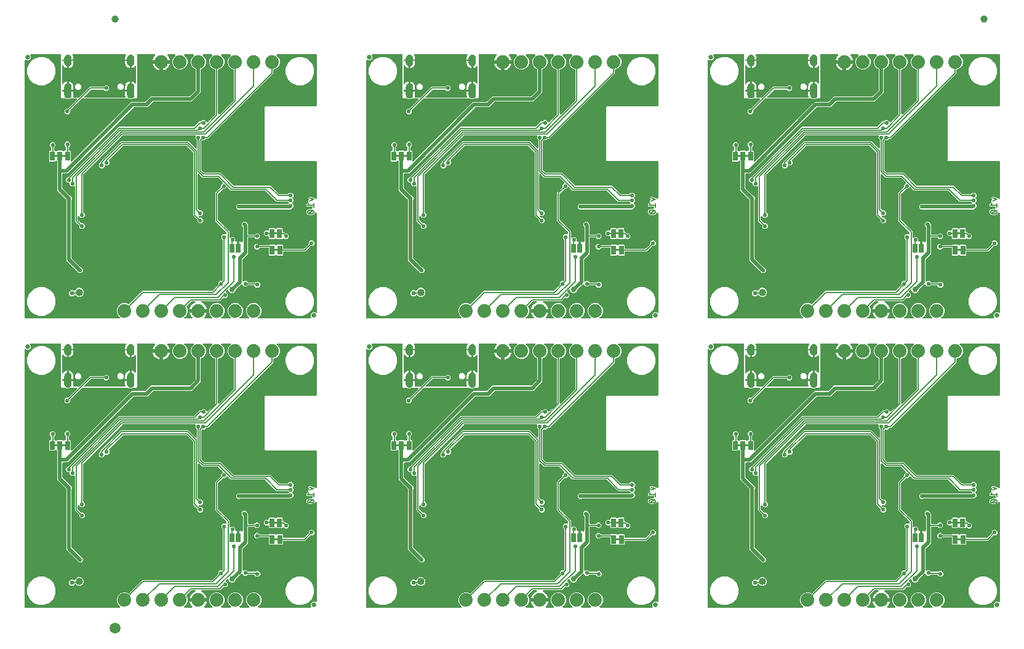
<source format=gbl>
G04 EAGLE Gerber RS-274X export*
G75*
%MOMM*%
%FSLAX34Y34*%
%LPD*%
%INBottom Copper*%
%IPPOS*%
%AMOC8*
5,1,8,0,0,1.08239X$1,22.5*%
G01*
%ADD10C,0.152400*%
%ADD11R,0.660400X1.270000*%
%ADD12C,0.635000*%
%ADD13R,0.635000X1.270000*%
%ADD14C,1.879600*%
%ADD15C,0.654000*%
%ADD16C,1.016000*%
%ADD17C,1.000000*%
%ADD18C,1.500000*%
%ADD19C,0.508000*%
%ADD20C,0.558800*%
%ADD21C,0.762000*%
%ADD22C,0.604000*%

G36*
X1072512Y400576D02*
X1072512Y400576D01*
X1072651Y400589D01*
X1072670Y400596D01*
X1072690Y400599D01*
X1072819Y400650D01*
X1072950Y400697D01*
X1072967Y400708D01*
X1072986Y400716D01*
X1073098Y400797D01*
X1073213Y400875D01*
X1073227Y400891D01*
X1073243Y400902D01*
X1073332Y401010D01*
X1073424Y401114D01*
X1073433Y401132D01*
X1073446Y401147D01*
X1073505Y401273D01*
X1073568Y401397D01*
X1073573Y401417D01*
X1073581Y401435D01*
X1073607Y401571D01*
X1073638Y401707D01*
X1073637Y401728D01*
X1073641Y401747D01*
X1073632Y401886D01*
X1073628Y402025D01*
X1073623Y402045D01*
X1073621Y402065D01*
X1073579Y402197D01*
X1073540Y402331D01*
X1073530Y402348D01*
X1073523Y402367D01*
X1073449Y402485D01*
X1073378Y402605D01*
X1073360Y402626D01*
X1073353Y402636D01*
X1073338Y402650D01*
X1073272Y402725D01*
X1070671Y405327D01*
X1069085Y409154D01*
X1069085Y413298D01*
X1070671Y417125D01*
X1073601Y420055D01*
X1077428Y421641D01*
X1081572Y421641D01*
X1084909Y420258D01*
X1084937Y420251D01*
X1084964Y420237D01*
X1085090Y420209D01*
X1085216Y420174D01*
X1085245Y420174D01*
X1085274Y420168D01*
X1085404Y420171D01*
X1085534Y420169D01*
X1085562Y420176D01*
X1085592Y420177D01*
X1085716Y420213D01*
X1085843Y420244D01*
X1085869Y420257D01*
X1085897Y420266D01*
X1086009Y420331D01*
X1086124Y420392D01*
X1086146Y420412D01*
X1086171Y420427D01*
X1086292Y420534D01*
X1104163Y438405D01*
X1199719Y438405D01*
X1199817Y438417D01*
X1199916Y438420D01*
X1199974Y438437D01*
X1200034Y438445D01*
X1200126Y438481D01*
X1200221Y438509D01*
X1200274Y438539D01*
X1200330Y438562D01*
X1200410Y438620D01*
X1200495Y438670D01*
X1200571Y438736D01*
X1200587Y438748D01*
X1200595Y438758D01*
X1200616Y438776D01*
X1208321Y446481D01*
X1208382Y446560D01*
X1208450Y446632D01*
X1208479Y446685D01*
X1208516Y446733D01*
X1208555Y446824D01*
X1208603Y446910D01*
X1208618Y446969D01*
X1208642Y447025D01*
X1208658Y447123D01*
X1208683Y447218D01*
X1208689Y447318D01*
X1208692Y447339D01*
X1208691Y447351D01*
X1208693Y447379D01*
X1208693Y449727D01*
X1210925Y451959D01*
X1213273Y451959D01*
X1213371Y451972D01*
X1213470Y451975D01*
X1213528Y451991D01*
X1213589Y451999D01*
X1213681Y452035D01*
X1213776Y452063D01*
X1213828Y452094D01*
X1213884Y452116D01*
X1213964Y452174D01*
X1214050Y452225D01*
X1214125Y452291D01*
X1214142Y452303D01*
X1214149Y452312D01*
X1214171Y452331D01*
X1214510Y452670D01*
X1214570Y452748D01*
X1214638Y452820D01*
X1214667Y452873D01*
X1214704Y452921D01*
X1214744Y453012D01*
X1214792Y453099D01*
X1214807Y453157D01*
X1214831Y453213D01*
X1214846Y453311D01*
X1214871Y453407D01*
X1214877Y453507D01*
X1214881Y453527D01*
X1214879Y453539D01*
X1214881Y453567D01*
X1214881Y508436D01*
X1214869Y508534D01*
X1214866Y508633D01*
X1214849Y508691D01*
X1214841Y508751D01*
X1214805Y508843D01*
X1214777Y508939D01*
X1214753Y508979D01*
X1214752Y508984D01*
X1214745Y508995D01*
X1214724Y509047D01*
X1214666Y509127D01*
X1214616Y509212D01*
X1214585Y509247D01*
X1214582Y509253D01*
X1214573Y509261D01*
X1214550Y509288D01*
X1214538Y509304D01*
X1214528Y509312D01*
X1214510Y509333D01*
X1212849Y510994D01*
X1212849Y514150D01*
X1215082Y516383D01*
X1218293Y516383D01*
X1218300Y516378D01*
X1218428Y516322D01*
X1218553Y516263D01*
X1218573Y516259D01*
X1218592Y516251D01*
X1218729Y516230D01*
X1218866Y516203D01*
X1218886Y516205D01*
X1218906Y516202D01*
X1219044Y516215D01*
X1219183Y516223D01*
X1219202Y516229D01*
X1219222Y516231D01*
X1219353Y516278D01*
X1219485Y516321D01*
X1219503Y516332D01*
X1219522Y516339D01*
X1219636Y516417D01*
X1219754Y516491D01*
X1219768Y516506D01*
X1219785Y516517D01*
X1219877Y516622D01*
X1219972Y516723D01*
X1219982Y516741D01*
X1219995Y516756D01*
X1220059Y516880D01*
X1220126Y517002D01*
X1220131Y517021D01*
X1220140Y517039D01*
X1220170Y517175D01*
X1220205Y517309D01*
X1220207Y517337D01*
X1220210Y517349D01*
X1220209Y517370D01*
X1220215Y517470D01*
X1220215Y518675D01*
X1220203Y518774D01*
X1220200Y518873D01*
X1220183Y518931D01*
X1220175Y518991D01*
X1220139Y519083D01*
X1220111Y519178D01*
X1220081Y519230D01*
X1220058Y519287D01*
X1220000Y519367D01*
X1219950Y519452D01*
X1219884Y519528D01*
X1219872Y519544D01*
X1219862Y519552D01*
X1219844Y519573D01*
X1204721Y534695D01*
X1204721Y574015D01*
X1211970Y581263D01*
X1212030Y581341D01*
X1212098Y581413D01*
X1212127Y581466D01*
X1212164Y581514D01*
X1212204Y581605D01*
X1212252Y581692D01*
X1212267Y581750D01*
X1212291Y581806D01*
X1212306Y581904D01*
X1212331Y582000D01*
X1212337Y582100D01*
X1212341Y582120D01*
X1212339Y582133D01*
X1212341Y582161D01*
X1212341Y584508D01*
X1214604Y586771D01*
X1214677Y586866D01*
X1214756Y586955D01*
X1214774Y586991D01*
X1214799Y587023D01*
X1214846Y587132D01*
X1214901Y587238D01*
X1214909Y587277D01*
X1214925Y587314D01*
X1214944Y587432D01*
X1214970Y587548D01*
X1214969Y587589D01*
X1214975Y587629D01*
X1214964Y587747D01*
X1214961Y587866D01*
X1214949Y587905D01*
X1214945Y587945D01*
X1214905Y588057D01*
X1214872Y588172D01*
X1214852Y588206D01*
X1214838Y588244D01*
X1214771Y588343D01*
X1214711Y588446D01*
X1214671Y588491D01*
X1214659Y588508D01*
X1214644Y588521D01*
X1214604Y588566D01*
X1208675Y594496D01*
X1208597Y594556D01*
X1208525Y594624D01*
X1208472Y594653D01*
X1208424Y594690D01*
X1208333Y594730D01*
X1208246Y594778D01*
X1208188Y594793D01*
X1208132Y594817D01*
X1208034Y594832D01*
X1207938Y594857D01*
X1207838Y594863D01*
X1207818Y594867D01*
X1207805Y594865D01*
X1207777Y594867D01*
X1186713Y594867D01*
X1182505Y599075D01*
X1182396Y599160D01*
X1182289Y599249D01*
X1182270Y599258D01*
X1182254Y599270D01*
X1182126Y599325D01*
X1182001Y599384D01*
X1181981Y599388D01*
X1181962Y599396D01*
X1181824Y599418D01*
X1181688Y599444D01*
X1181668Y599443D01*
X1181648Y599446D01*
X1181509Y599433D01*
X1181371Y599424D01*
X1181352Y599418D01*
X1181332Y599416D01*
X1181200Y599369D01*
X1181069Y599326D01*
X1181051Y599316D01*
X1181032Y599309D01*
X1180917Y599231D01*
X1180800Y599156D01*
X1180786Y599142D01*
X1180769Y599130D01*
X1180677Y599026D01*
X1180582Y598925D01*
X1180572Y598907D01*
X1180559Y598892D01*
X1180495Y598768D01*
X1180428Y598646D01*
X1180423Y598627D01*
X1180414Y598609D01*
X1180384Y598473D01*
X1180349Y598338D01*
X1180347Y598310D01*
X1180344Y598298D01*
X1180345Y598278D01*
X1180339Y598178D01*
X1180339Y552189D01*
X1180351Y552090D01*
X1180354Y551991D01*
X1180371Y551933D01*
X1180379Y551873D01*
X1180415Y551781D01*
X1180443Y551686D01*
X1180473Y551634D01*
X1180496Y551577D01*
X1180554Y551497D01*
X1180604Y551412D01*
X1180670Y551336D01*
X1180682Y551320D01*
X1180692Y551312D01*
X1180710Y551291D01*
X1181973Y550028D01*
X1182051Y549968D01*
X1182123Y549900D01*
X1182176Y549871D01*
X1182224Y549834D01*
X1182315Y549794D01*
X1182402Y549746D01*
X1182460Y549731D01*
X1182516Y549707D01*
X1182614Y549692D01*
X1182710Y549667D01*
X1182810Y549661D01*
X1182830Y549657D01*
X1182843Y549659D01*
X1182871Y549657D01*
X1185218Y549657D01*
X1187451Y547424D01*
X1187451Y544268D01*
X1185218Y542035D01*
X1182870Y542035D01*
X1182846Y542032D01*
X1182821Y542034D01*
X1182689Y542012D01*
X1182555Y541995D01*
X1182532Y541986D01*
X1182507Y541982D01*
X1182384Y541928D01*
X1182259Y541878D01*
X1182239Y541864D01*
X1182217Y541854D01*
X1182111Y541771D01*
X1182002Y541692D01*
X1181986Y541672D01*
X1181967Y541657D01*
X1181885Y541550D01*
X1181799Y541447D01*
X1181789Y541424D01*
X1181773Y541405D01*
X1181721Y541280D01*
X1181664Y541159D01*
X1181659Y541135D01*
X1181649Y541112D01*
X1181629Y540978D01*
X1181604Y540847D01*
X1181605Y540822D01*
X1181602Y540797D01*
X1181615Y540663D01*
X1181624Y540529D01*
X1181631Y540506D01*
X1181634Y540481D01*
X1181680Y540355D01*
X1181722Y540227D01*
X1181735Y540206D01*
X1181743Y540182D01*
X1181820Y540072D01*
X1181892Y539958D01*
X1181910Y539941D01*
X1181924Y539921D01*
X1182025Y539832D01*
X1182123Y539740D01*
X1182145Y539728D01*
X1182164Y539712D01*
X1182303Y539631D01*
X1182354Y539613D01*
X1182402Y539586D01*
X1182504Y539560D01*
X1182603Y539525D01*
X1182657Y539521D01*
X1182710Y539507D01*
X1182871Y539497D01*
X1185218Y539497D01*
X1187451Y537264D01*
X1187451Y534108D01*
X1185218Y531875D01*
X1182062Y531875D01*
X1179829Y534108D01*
X1179829Y536455D01*
X1179817Y536554D01*
X1179814Y536653D01*
X1179797Y536711D01*
X1179789Y536771D01*
X1179753Y536863D01*
X1179725Y536958D01*
X1179695Y537010D01*
X1179672Y537067D01*
X1179614Y537147D01*
X1179564Y537232D01*
X1179498Y537308D01*
X1179486Y537324D01*
X1179476Y537332D01*
X1179458Y537353D01*
X1174241Y542569D01*
X1174241Y628657D01*
X1174229Y628756D01*
X1174226Y628855D01*
X1174209Y628913D01*
X1174201Y628973D01*
X1174165Y629065D01*
X1174137Y629160D01*
X1174107Y629212D01*
X1174084Y629269D01*
X1174026Y629349D01*
X1173976Y629434D01*
X1173910Y629510D01*
X1173898Y629526D01*
X1173888Y629534D01*
X1173870Y629555D01*
X1165364Y638060D01*
X1165286Y638121D01*
X1165214Y638189D01*
X1165161Y638218D01*
X1165113Y638255D01*
X1165022Y638295D01*
X1164935Y638342D01*
X1164877Y638357D01*
X1164821Y638381D01*
X1164723Y638397D01*
X1164627Y638422D01*
X1164527Y638428D01*
X1164507Y638431D01*
X1164495Y638430D01*
X1164467Y638432D01*
X1078099Y638432D01*
X1078001Y638420D01*
X1077902Y638417D01*
X1077844Y638400D01*
X1077784Y638392D01*
X1077692Y638356D01*
X1077596Y638328D01*
X1077544Y638297D01*
X1077488Y638275D01*
X1077408Y638217D01*
X1077323Y638167D01*
X1077247Y638100D01*
X1077231Y638088D01*
X1077223Y638079D01*
X1077202Y638060D01*
X1058315Y619173D01*
X1058242Y619079D01*
X1058163Y618990D01*
X1058145Y618954D01*
X1058120Y618922D01*
X1058073Y618813D01*
X1058018Y618707D01*
X1058010Y618667D01*
X1057994Y618630D01*
X1057975Y618512D01*
X1057949Y618396D01*
X1057950Y618356D01*
X1057944Y618316D01*
X1057955Y618197D01*
X1057958Y618079D01*
X1057970Y618040D01*
X1057974Y617999D01*
X1058014Y617887D01*
X1058047Y617773D01*
X1058067Y617738D01*
X1058081Y617700D01*
X1058148Y617602D01*
X1058208Y617499D01*
X1058248Y617454D01*
X1058260Y617437D01*
X1058275Y617424D01*
X1058315Y617378D01*
X1058927Y616766D01*
X1058927Y613610D01*
X1056694Y611377D01*
X1053084Y611377D01*
X1052966Y611362D01*
X1052847Y611355D01*
X1052809Y611342D01*
X1052768Y611337D01*
X1052658Y611294D01*
X1052545Y611257D01*
X1052510Y611235D01*
X1052473Y611220D01*
X1052377Y611151D01*
X1052276Y611087D01*
X1052248Y611057D01*
X1052215Y611034D01*
X1052139Y610942D01*
X1052058Y610855D01*
X1052038Y610820D01*
X1052013Y610789D01*
X1051962Y610681D01*
X1051904Y610577D01*
X1051894Y610537D01*
X1051877Y610501D01*
X1051855Y610384D01*
X1051825Y610269D01*
X1051821Y610209D01*
X1051817Y610189D01*
X1051819Y610168D01*
X1051815Y610108D01*
X1051815Y609800D01*
X1049582Y607567D01*
X1046426Y607567D01*
X1044193Y609800D01*
X1044193Y612956D01*
X1045854Y614617D01*
X1045914Y614695D01*
X1045982Y614767D01*
X1046011Y614820D01*
X1046048Y614868D01*
X1046088Y614959D01*
X1046136Y615046D01*
X1046151Y615104D01*
X1046175Y615160D01*
X1046190Y615258D01*
X1046215Y615354D01*
X1046221Y615454D01*
X1046225Y615474D01*
X1046223Y615486D01*
X1046225Y615514D01*
X1046225Y616448D01*
X1074561Y644783D01*
X1167482Y644783D01*
X1177155Y635111D01*
X1177264Y635026D01*
X1177371Y634937D01*
X1177390Y634928D01*
X1177406Y634916D01*
X1177534Y634861D01*
X1177659Y634802D01*
X1177679Y634798D01*
X1177698Y634790D01*
X1177836Y634768D01*
X1177972Y634742D01*
X1177992Y634743D01*
X1178012Y634740D01*
X1178151Y634753D01*
X1178289Y634762D01*
X1178308Y634768D01*
X1178328Y634770D01*
X1178460Y634817D01*
X1178591Y634860D01*
X1178609Y634870D01*
X1178628Y634877D01*
X1178743Y634955D01*
X1178860Y635030D01*
X1178874Y635044D01*
X1178891Y635056D01*
X1178983Y635160D01*
X1179078Y635261D01*
X1179088Y635279D01*
X1179101Y635294D01*
X1179165Y635418D01*
X1179232Y635540D01*
X1179237Y635559D01*
X1179246Y635577D01*
X1179276Y635713D01*
X1179311Y635848D01*
X1179313Y635876D01*
X1179316Y635888D01*
X1179315Y635908D01*
X1179321Y636008D01*
X1179321Y645850D01*
X1179309Y645948D01*
X1179306Y646047D01*
X1179289Y646105D01*
X1179281Y646165D01*
X1179245Y646257D01*
X1179217Y646353D01*
X1179187Y646405D01*
X1179164Y646461D01*
X1179106Y646541D01*
X1179056Y646626D01*
X1178990Y646702D01*
X1178978Y646718D01*
X1178968Y646726D01*
X1178950Y646747D01*
X1177289Y648408D01*
X1177289Y652018D01*
X1177274Y652136D01*
X1177267Y652255D01*
X1177254Y652293D01*
X1177249Y652334D01*
X1177206Y652444D01*
X1177169Y652557D01*
X1177147Y652592D01*
X1177132Y652629D01*
X1177063Y652725D01*
X1176999Y652826D01*
X1176969Y652854D01*
X1176946Y652887D01*
X1176854Y652963D01*
X1176767Y653044D01*
X1176732Y653064D01*
X1176701Y653089D01*
X1176593Y653140D01*
X1176489Y653198D01*
X1176449Y653208D01*
X1176413Y653225D01*
X1176296Y653247D01*
X1176181Y653277D01*
X1176121Y653281D01*
X1176101Y653285D01*
X1176080Y653283D01*
X1176020Y653287D01*
X1077453Y653287D01*
X1077355Y653275D01*
X1077256Y653272D01*
X1077198Y653255D01*
X1077138Y653247D01*
X1077045Y653211D01*
X1076950Y653183D01*
X1076898Y653153D01*
X1076842Y653130D01*
X1076762Y653072D01*
X1076676Y653022D01*
X1076601Y652956D01*
X1076584Y652944D01*
X1076577Y652934D01*
X1076556Y652916D01*
X1023230Y599590D01*
X1023170Y599512D01*
X1023102Y599440D01*
X1023073Y599387D01*
X1023036Y599339D01*
X1022996Y599248D01*
X1022948Y599162D01*
X1022933Y599103D01*
X1022909Y599047D01*
X1022894Y598949D01*
X1022869Y598854D01*
X1022863Y598754D01*
X1022859Y598733D01*
X1022861Y598721D01*
X1022859Y598693D01*
X1022859Y547188D01*
X1022871Y547090D01*
X1022874Y546991D01*
X1022891Y546933D01*
X1022899Y546873D01*
X1022935Y546781D01*
X1022963Y546685D01*
X1022993Y546633D01*
X1023016Y546577D01*
X1023074Y546497D01*
X1023124Y546412D01*
X1023190Y546336D01*
X1023202Y546320D01*
X1023212Y546312D01*
X1023230Y546291D01*
X1024891Y544630D01*
X1024891Y541474D01*
X1022658Y539241D01*
X1019502Y539241D01*
X1017405Y541337D01*
X1017296Y541423D01*
X1017189Y541511D01*
X1017170Y541520D01*
X1017154Y541532D01*
X1017026Y541588D01*
X1016901Y541647D01*
X1016881Y541651D01*
X1016862Y541659D01*
X1016724Y541681D01*
X1016588Y541707D01*
X1016568Y541705D01*
X1016548Y541708D01*
X1016409Y541695D01*
X1016271Y541687D01*
X1016252Y541681D01*
X1016232Y541679D01*
X1016100Y541631D01*
X1015969Y541589D01*
X1015951Y541578D01*
X1015932Y541571D01*
X1015817Y541493D01*
X1015700Y541419D01*
X1015686Y541404D01*
X1015669Y541392D01*
X1015577Y541288D01*
X1015482Y541187D01*
X1015472Y541169D01*
X1015459Y541154D01*
X1015395Y541030D01*
X1015328Y540908D01*
X1015323Y540889D01*
X1015314Y540871D01*
X1015284Y540735D01*
X1015249Y540601D01*
X1015247Y540572D01*
X1015244Y540561D01*
X1015245Y540540D01*
X1015239Y540440D01*
X1015239Y536695D01*
X1015251Y536596D01*
X1015254Y536497D01*
X1015271Y536439D01*
X1015279Y536379D01*
X1015315Y536287D01*
X1015343Y536192D01*
X1015373Y536140D01*
X1015396Y536083D01*
X1015454Y536003D01*
X1015504Y535918D01*
X1015570Y535842D01*
X1015582Y535826D01*
X1015592Y535818D01*
X1015610Y535797D01*
X1019413Y531994D01*
X1019491Y531934D01*
X1019563Y531866D01*
X1019616Y531837D01*
X1019664Y531800D01*
X1019755Y531760D01*
X1019842Y531712D01*
X1019900Y531697D01*
X1019956Y531673D01*
X1020054Y531658D01*
X1020150Y531633D01*
X1020250Y531627D01*
X1020270Y531623D01*
X1020283Y531625D01*
X1020311Y531623D01*
X1022658Y531623D01*
X1024891Y529390D01*
X1024891Y526234D01*
X1022658Y524001D01*
X1019502Y524001D01*
X1017269Y526234D01*
X1017269Y528581D01*
X1017257Y528680D01*
X1017254Y528779D01*
X1017237Y528837D01*
X1017229Y528897D01*
X1017193Y528989D01*
X1017165Y529084D01*
X1017135Y529136D01*
X1017112Y529193D01*
X1017054Y529273D01*
X1017004Y529358D01*
X1016938Y529434D01*
X1016926Y529450D01*
X1016916Y529458D01*
X1016898Y529479D01*
X1011681Y534695D01*
X1011681Y581334D01*
X1011664Y581472D01*
X1011651Y581610D01*
X1011644Y581629D01*
X1011641Y581649D01*
X1011590Y581779D01*
X1011543Y581910D01*
X1011532Y581926D01*
X1011524Y581945D01*
X1011443Y582058D01*
X1011365Y582173D01*
X1011349Y582186D01*
X1011338Y582202D01*
X1011230Y582291D01*
X1011126Y582383D01*
X1011108Y582392D01*
X1011093Y582405D01*
X1010967Y582464D01*
X1010843Y582528D01*
X1010823Y582532D01*
X1010805Y582541D01*
X1010668Y582567D01*
X1010533Y582597D01*
X1010512Y582597D01*
X1010493Y582601D01*
X1010354Y582592D01*
X1010215Y582588D01*
X1010195Y582582D01*
X1010175Y582581D01*
X1010043Y582538D01*
X1009909Y582499D01*
X1009892Y582489D01*
X1009873Y582483D01*
X1009775Y582421D01*
X1006548Y582421D01*
X1004315Y584654D01*
X1004315Y586232D01*
X1004300Y586350D01*
X1004293Y586469D01*
X1004280Y586507D01*
X1004275Y586548D01*
X1004232Y586658D01*
X1004195Y586771D01*
X1004173Y586806D01*
X1004158Y586843D01*
X1004089Y586939D01*
X1004025Y587040D01*
X1003995Y587068D01*
X1003972Y587101D01*
X1003880Y587177D01*
X1003793Y587258D01*
X1003758Y587278D01*
X1003727Y587303D01*
X1003619Y587354D01*
X1003515Y587412D01*
X1003475Y587422D01*
X1003439Y587439D01*
X1003322Y587461D01*
X1003207Y587491D01*
X1003147Y587495D01*
X1003127Y587499D01*
X1003106Y587497D01*
X1003046Y587501D01*
X1001482Y587501D01*
X999250Y589734D01*
X999250Y592890D01*
X1001482Y595123D01*
X1001798Y595123D01*
X1001897Y595135D01*
X1001996Y595138D01*
X1002054Y595155D01*
X1002114Y595163D01*
X1002206Y595199D01*
X1002301Y595227D01*
X1002353Y595257D01*
X1002410Y595280D01*
X1002490Y595338D01*
X1002575Y595388D01*
X1002650Y595454D01*
X1002667Y595466D01*
X1002675Y595476D01*
X1002696Y595494D01*
X1071005Y663804D01*
X1071006Y663804D01*
X1071666Y664465D01*
X1174757Y664465D01*
X1174856Y664477D01*
X1174955Y664480D01*
X1175013Y664497D01*
X1175073Y664505D01*
X1175165Y664541D01*
X1175260Y664569D01*
X1175312Y664599D01*
X1175369Y664622D01*
X1175449Y664680D01*
X1175534Y664730D01*
X1175610Y664796D01*
X1175626Y664808D01*
X1175634Y664818D01*
X1175655Y664836D01*
X1182903Y672085D01*
X1184076Y672085D01*
X1184174Y672097D01*
X1184273Y672100D01*
X1184331Y672117D01*
X1184391Y672125D01*
X1184483Y672161D01*
X1184579Y672189D01*
X1184631Y672219D01*
X1184687Y672242D01*
X1184767Y672300D01*
X1184852Y672350D01*
X1184928Y672416D01*
X1184944Y672428D01*
X1184952Y672438D01*
X1184973Y672456D01*
X1186634Y674117D01*
X1189790Y674117D01*
X1192048Y671860D01*
X1192053Y671800D01*
X1192060Y671781D01*
X1192063Y671761D01*
X1192114Y671632D01*
X1192161Y671501D01*
X1192172Y671484D01*
X1192180Y671465D01*
X1192261Y671353D01*
X1192339Y671238D01*
X1192355Y671224D01*
X1192366Y671208D01*
X1192474Y671119D01*
X1192578Y671027D01*
X1192596Y671018D01*
X1192611Y671005D01*
X1192737Y670946D01*
X1192861Y670883D01*
X1192881Y670878D01*
X1192899Y670870D01*
X1193035Y670843D01*
X1193171Y670813D01*
X1193192Y670814D01*
X1193211Y670810D01*
X1193350Y670818D01*
X1193489Y670823D01*
X1193509Y670828D01*
X1193529Y670830D01*
X1193661Y670872D01*
X1193795Y670911D01*
X1193812Y670921D01*
X1193831Y670928D01*
X1193949Y671002D01*
X1194069Y671073D01*
X1194090Y671091D01*
X1194100Y671098D01*
X1194114Y671113D01*
X1194189Y671179D01*
X1204477Y681466D01*
X1204537Y681544D01*
X1204605Y681616D01*
X1204634Y681669D01*
X1204671Y681717D01*
X1204711Y681808D01*
X1204759Y681895D01*
X1204774Y681953D01*
X1204798Y682009D01*
X1204813Y682107D01*
X1204838Y682203D01*
X1204844Y682303D01*
X1204848Y682323D01*
X1204846Y682336D01*
X1204848Y682364D01*
X1204848Y742689D01*
X1204845Y742718D01*
X1204847Y742748D01*
X1204825Y742876D01*
X1204808Y743005D01*
X1204798Y743032D01*
X1204793Y743061D01*
X1204739Y743180D01*
X1204691Y743300D01*
X1204674Y743324D01*
X1204662Y743351D01*
X1204581Y743453D01*
X1204505Y743558D01*
X1204482Y743577D01*
X1204463Y743600D01*
X1204360Y743678D01*
X1204260Y743761D01*
X1204233Y743773D01*
X1204209Y743791D01*
X1204065Y743862D01*
X1200601Y745297D01*
X1197671Y748227D01*
X1196085Y752054D01*
X1196085Y756198D01*
X1197671Y760025D01*
X1200018Y762373D01*
X1200103Y762482D01*
X1200192Y762589D01*
X1200200Y762608D01*
X1200213Y762624D01*
X1200268Y762752D01*
X1200327Y762877D01*
X1200331Y762897D01*
X1200339Y762916D01*
X1200361Y763054D01*
X1200387Y763190D01*
X1200386Y763210D01*
X1200389Y763230D01*
X1200376Y763369D01*
X1200367Y763507D01*
X1200361Y763526D01*
X1200359Y763546D01*
X1200312Y763678D01*
X1200269Y763809D01*
X1200258Y763827D01*
X1200252Y763846D01*
X1200174Y763961D01*
X1200099Y764078D01*
X1200084Y764092D01*
X1200073Y764109D01*
X1199969Y764201D01*
X1199868Y764296D01*
X1199850Y764306D01*
X1199835Y764319D01*
X1199710Y764383D01*
X1199589Y764450D01*
X1199569Y764455D01*
X1199551Y764464D01*
X1199416Y764494D01*
X1199281Y764529D01*
X1199253Y764531D01*
X1199241Y764534D01*
X1199221Y764533D01*
X1199120Y764539D01*
X1188480Y764539D01*
X1188342Y764522D01*
X1188203Y764509D01*
X1188184Y764502D01*
X1188164Y764499D01*
X1188035Y764448D01*
X1187904Y764401D01*
X1187887Y764390D01*
X1187868Y764382D01*
X1187756Y764301D01*
X1187641Y764223D01*
X1187627Y764207D01*
X1187611Y764196D01*
X1187522Y764088D01*
X1187430Y763984D01*
X1187421Y763966D01*
X1187408Y763951D01*
X1187349Y763825D01*
X1187286Y763701D01*
X1187281Y763681D01*
X1187273Y763663D01*
X1187247Y763527D01*
X1187216Y763391D01*
X1187217Y763370D01*
X1187213Y763351D01*
X1187222Y763212D01*
X1187226Y763073D01*
X1187231Y763053D01*
X1187233Y763033D01*
X1187275Y762901D01*
X1187314Y762767D01*
X1187324Y762750D01*
X1187331Y762731D01*
X1187405Y762613D01*
X1187476Y762493D01*
X1187494Y762472D01*
X1187501Y762462D01*
X1187516Y762448D01*
X1187582Y762373D01*
X1189929Y760025D01*
X1191515Y756198D01*
X1191515Y752054D01*
X1189929Y748227D01*
X1186999Y745297D01*
X1185440Y744651D01*
X1185415Y744636D01*
X1185387Y744627D01*
X1185277Y744558D01*
X1185164Y744493D01*
X1185143Y744473D01*
X1185118Y744457D01*
X1185029Y744363D01*
X1184936Y744272D01*
X1184920Y744247D01*
X1184900Y744225D01*
X1184837Y744112D01*
X1184769Y744001D01*
X1184761Y743973D01*
X1184746Y743947D01*
X1184714Y743821D01*
X1184676Y743697D01*
X1184674Y743668D01*
X1184667Y743639D01*
X1184657Y743478D01*
X1184657Y712013D01*
X1172159Y699515D01*
X1119599Y699515D01*
X1119501Y699503D01*
X1119402Y699500D01*
X1119344Y699483D01*
X1119283Y699475D01*
X1119191Y699439D01*
X1119096Y699411D01*
X1119044Y699381D01*
X1118988Y699358D01*
X1118908Y699300D01*
X1118822Y699250D01*
X1118747Y699184D01*
X1118730Y699172D01*
X1118723Y699162D01*
X1118701Y699144D01*
X1114162Y694605D01*
X1114102Y694526D01*
X1114034Y694454D01*
X1114005Y694401D01*
X1113968Y694353D01*
X1113928Y694262D01*
X1113880Y694176D01*
X1113865Y694117D01*
X1113841Y694061D01*
X1113826Y693963D01*
X1113807Y693889D01*
X1111558Y691641D01*
X1108370Y691641D01*
X1108338Y691659D01*
X1108290Y691696D01*
X1108200Y691735D01*
X1108113Y691783D01*
X1108054Y691798D01*
X1107999Y691822D01*
X1107901Y691838D01*
X1107805Y691863D01*
X1107705Y691869D01*
X1107684Y691872D01*
X1107672Y691871D01*
X1107644Y691873D01*
X1092675Y691873D01*
X1092577Y691861D01*
X1092478Y691858D01*
X1092420Y691841D01*
X1092359Y691833D01*
X1092267Y691797D01*
X1092172Y691769D01*
X1092120Y691738D01*
X1092064Y691716D01*
X1091984Y691658D01*
X1091898Y691608D01*
X1091823Y691541D01*
X1091806Y691529D01*
X1091799Y691520D01*
X1091777Y691501D01*
X1003441Y603165D01*
X1003441Y603164D01*
X1000986Y600709D01*
X995426Y600709D01*
X995308Y600694D01*
X995189Y600687D01*
X995151Y600674D01*
X995110Y600669D01*
X995000Y600626D01*
X994887Y600589D01*
X994852Y600567D01*
X994815Y600552D01*
X994719Y600483D01*
X994618Y600419D01*
X994590Y600389D01*
X994557Y600366D01*
X994481Y600274D01*
X994400Y600187D01*
X994380Y600152D01*
X994355Y600121D01*
X994304Y600013D01*
X994246Y599909D01*
X994236Y599869D01*
X994219Y599833D01*
X994197Y599716D01*
X994167Y599601D01*
X994163Y599541D01*
X994159Y599521D01*
X994161Y599500D01*
X994157Y599440D01*
X994157Y580531D01*
X994169Y580433D01*
X994172Y580334D01*
X994189Y580276D01*
X994197Y580215D01*
X994233Y580123D01*
X994261Y580028D01*
X994291Y579976D01*
X994314Y579920D01*
X994372Y579840D01*
X994422Y579754D01*
X994488Y579679D01*
X994500Y579662D01*
X994510Y579655D01*
X994528Y579633D01*
X1004147Y570014D01*
X1004226Y569954D01*
X1004298Y569886D01*
X1004351Y569857D01*
X1004399Y569820D01*
X1004490Y569780D01*
X1004576Y569732D01*
X1004635Y569717D01*
X1004691Y569693D01*
X1004789Y569678D01*
X1004863Y569659D01*
X1007111Y567410D01*
X1007111Y564232D01*
X1007100Y564221D01*
X1007071Y564168D01*
X1007034Y564120D01*
X1006994Y564029D01*
X1006946Y563942D01*
X1006931Y563884D01*
X1006907Y563828D01*
X1006892Y563730D01*
X1006867Y563635D01*
X1006861Y563534D01*
X1006857Y563514D01*
X1006859Y563502D01*
X1006857Y563474D01*
X1006857Y484091D01*
X1006869Y483993D01*
X1006872Y483894D01*
X1006889Y483836D01*
X1006897Y483775D01*
X1006933Y483683D01*
X1006961Y483588D01*
X1006991Y483536D01*
X1007014Y483480D01*
X1007072Y483400D01*
X1007122Y483314D01*
X1007188Y483239D01*
X1007200Y483222D01*
X1007210Y483215D01*
X1007228Y483193D01*
X1019387Y471034D01*
X1019466Y470974D01*
X1019538Y470906D01*
X1019591Y470877D01*
X1019639Y470840D01*
X1019730Y470800D01*
X1019816Y470752D01*
X1019875Y470737D01*
X1019931Y470713D01*
X1020029Y470698D01*
X1020103Y470679D01*
X1022351Y468430D01*
X1022351Y465274D01*
X1020118Y463041D01*
X1016962Y463041D01*
X1014714Y465288D01*
X1014714Y465304D01*
X1014697Y465362D01*
X1014689Y465423D01*
X1014653Y465515D01*
X1014625Y465610D01*
X1014595Y465662D01*
X1014572Y465718D01*
X1014514Y465798D01*
X1014464Y465884D01*
X1014398Y465959D01*
X1014386Y465976D01*
X1014376Y465983D01*
X1014358Y466005D01*
X999743Y480619D01*
X999743Y563474D01*
X999731Y563572D01*
X999728Y563671D01*
X999711Y563729D01*
X999703Y563789D01*
X999667Y563882D01*
X999639Y563977D01*
X999609Y564029D01*
X999586Y564085D01*
X999528Y564165D01*
X999478Y564251D01*
X999475Y564254D01*
X999474Y564284D01*
X999457Y564342D01*
X999449Y564403D01*
X999413Y564495D01*
X999385Y564590D01*
X999355Y564642D01*
X999332Y564698D01*
X999274Y564778D01*
X999224Y564864D01*
X999158Y564939D01*
X999146Y564956D01*
X999136Y564963D01*
X999118Y564985D01*
X989499Y574604D01*
X989498Y574604D01*
X987043Y577059D01*
X987043Y616273D01*
X987031Y616371D01*
X987028Y616470D01*
X987011Y616529D01*
X987003Y616589D01*
X986967Y616681D01*
X986939Y616776D01*
X986909Y616828D01*
X986886Y616884D01*
X986828Y616964D01*
X986778Y617050D01*
X986712Y617125D01*
X986700Y617142D01*
X986690Y617149D01*
X986672Y617171D01*
X986291Y617552D01*
X986196Y617625D01*
X986107Y617703D01*
X986071Y617722D01*
X986039Y617747D01*
X985930Y617794D01*
X985824Y617848D01*
X985784Y617857D01*
X985747Y617873D01*
X985630Y617892D01*
X985514Y617918D01*
X985473Y617916D01*
X985433Y617923D01*
X985315Y617912D01*
X985196Y617908D01*
X985157Y617897D01*
X985117Y617893D01*
X985004Y617853D01*
X984890Y617820D01*
X984856Y617799D01*
X984817Y617785D01*
X984719Y617718D01*
X984616Y617658D01*
X984571Y617618D01*
X984554Y617607D01*
X984541Y617592D01*
X984496Y617552D01*
X983909Y616965D01*
X976463Y616965D01*
X975867Y617561D01*
X975867Y631103D01*
X976463Y631699D01*
X977646Y631699D01*
X977764Y631714D01*
X977883Y631721D01*
X977921Y631734D01*
X977962Y631739D01*
X978072Y631782D01*
X978185Y631819D01*
X978220Y631841D01*
X978257Y631856D01*
X978353Y631925D01*
X978454Y631989D01*
X978482Y632019D01*
X978515Y632042D01*
X978591Y632134D01*
X978672Y632221D01*
X978692Y632256D01*
X978717Y632287D01*
X978768Y632395D01*
X978826Y632499D01*
X978836Y632539D01*
X978853Y632575D01*
X978875Y632692D01*
X978905Y632807D01*
X978909Y632867D01*
X978913Y632887D01*
X978911Y632908D01*
X978915Y632968D01*
X978915Y635690D01*
X978903Y635788D01*
X978900Y635887D01*
X978883Y635945D01*
X978875Y636005D01*
X978839Y636097D01*
X978811Y636193D01*
X978781Y636245D01*
X978758Y636301D01*
X978700Y636381D01*
X978650Y636466D01*
X978584Y636542D01*
X978572Y636558D01*
X978562Y636566D01*
X978544Y636587D01*
X976883Y638248D01*
X976883Y641404D01*
X979116Y643637D01*
X982272Y643637D01*
X984505Y641404D01*
X984505Y638248D01*
X982844Y636587D01*
X982784Y636509D01*
X982716Y636437D01*
X982687Y636384D01*
X982650Y636336D01*
X982610Y636245D01*
X982562Y636158D01*
X982547Y636100D01*
X982523Y636044D01*
X982508Y635946D01*
X982483Y635850D01*
X982477Y635750D01*
X982473Y635730D01*
X982475Y635718D01*
X982473Y635690D01*
X982473Y632968D01*
X982488Y632850D01*
X982495Y632731D01*
X982508Y632693D01*
X982513Y632652D01*
X982556Y632542D01*
X982593Y632429D01*
X982615Y632394D01*
X982630Y632357D01*
X982699Y632261D01*
X982763Y632160D01*
X982793Y632132D01*
X982816Y632099D01*
X982908Y632023D01*
X982995Y631942D01*
X983030Y631922D01*
X983061Y631897D01*
X983169Y631846D01*
X983273Y631788D01*
X983313Y631778D01*
X983349Y631761D01*
X983466Y631739D01*
X983581Y631709D01*
X983641Y631705D01*
X983661Y631701D01*
X983682Y631703D01*
X983742Y631699D01*
X983909Y631699D01*
X984496Y631112D01*
X984590Y631039D01*
X984679Y630961D01*
X984715Y630942D01*
X984747Y630917D01*
X984856Y630870D01*
X984962Y630816D01*
X985001Y630807D01*
X985039Y630791D01*
X985156Y630772D01*
X985272Y630746D01*
X985313Y630748D01*
X985353Y630741D01*
X985471Y630752D01*
X985590Y630756D01*
X985629Y630767D01*
X985669Y630771D01*
X985781Y630811D01*
X985896Y630844D01*
X985931Y630865D01*
X985969Y630879D01*
X986067Y630945D01*
X986170Y631006D01*
X986215Y631046D01*
X986232Y631057D01*
X986245Y631073D01*
X986291Y631112D01*
X986877Y631699D01*
X994323Y631699D01*
X994910Y631112D01*
X995004Y631039D01*
X995093Y630961D01*
X995129Y630942D01*
X995161Y630917D01*
X995270Y630870D01*
X995376Y630816D01*
X995415Y630807D01*
X995453Y630791D01*
X995570Y630772D01*
X995686Y630746D01*
X995727Y630748D01*
X995767Y630741D01*
X995885Y630752D01*
X996004Y630756D01*
X996043Y630767D01*
X996083Y630771D01*
X996195Y630811D01*
X996310Y630844D01*
X996345Y630865D01*
X996383Y630879D01*
X996481Y630945D01*
X996584Y631006D01*
X996629Y631046D01*
X996646Y631057D01*
X996659Y631073D01*
X996705Y631112D01*
X997291Y631699D01*
X997966Y631699D01*
X998084Y631714D01*
X998203Y631721D01*
X998241Y631734D01*
X998282Y631739D01*
X998392Y631782D01*
X998505Y631819D01*
X998540Y631841D01*
X998577Y631856D01*
X998673Y631925D01*
X998774Y631989D01*
X998802Y632019D01*
X998835Y632042D01*
X998911Y632134D01*
X998992Y632221D01*
X999012Y632256D01*
X999037Y632287D01*
X999088Y632395D01*
X999146Y632499D01*
X999156Y632539D01*
X999173Y632575D01*
X999195Y632692D01*
X999225Y632807D01*
X999229Y632867D01*
X999233Y632887D01*
X999231Y632908D01*
X999235Y632968D01*
X999235Y636198D01*
X999223Y636296D01*
X999220Y636395D01*
X999203Y636453D01*
X999195Y636513D01*
X999159Y636605D01*
X999131Y636701D01*
X999101Y636753D01*
X999078Y636809D01*
X999020Y636889D01*
X998970Y636974D01*
X998904Y637050D01*
X998892Y637066D01*
X998882Y637074D01*
X998864Y637095D01*
X997203Y638756D01*
X997203Y641912D01*
X999436Y644145D01*
X1002592Y644145D01*
X1004825Y641912D01*
X1004825Y638756D01*
X1003164Y637095D01*
X1003104Y637017D01*
X1003036Y636945D01*
X1003007Y636892D01*
X1002970Y636844D01*
X1002930Y636753D01*
X1002882Y636666D01*
X1002867Y636608D01*
X1002843Y636552D01*
X1002828Y636454D01*
X1002803Y636358D01*
X1002797Y636258D01*
X1002793Y636238D01*
X1002795Y636226D01*
X1002793Y636198D01*
X1002793Y632968D01*
X1002808Y632850D01*
X1002815Y632731D01*
X1002828Y632693D01*
X1002833Y632652D01*
X1002876Y632542D01*
X1002913Y632429D01*
X1002935Y632394D01*
X1002950Y632357D01*
X1003019Y632261D01*
X1003083Y632160D01*
X1003113Y632132D01*
X1003136Y632099D01*
X1003228Y632023D01*
X1003315Y631942D01*
X1003350Y631922D01*
X1003381Y631897D01*
X1003489Y631846D01*
X1003593Y631788D01*
X1003633Y631778D01*
X1003669Y631761D01*
X1003786Y631739D01*
X1003901Y631709D01*
X1003961Y631705D01*
X1003981Y631701D01*
X1004002Y631703D01*
X1004062Y631699D01*
X1004737Y631699D01*
X1005333Y631103D01*
X1005333Y618181D01*
X1005350Y618043D01*
X1005363Y617904D01*
X1005370Y617885D01*
X1005373Y617865D01*
X1005424Y617736D01*
X1005471Y617605D01*
X1005482Y617588D01*
X1005490Y617569D01*
X1005571Y617457D01*
X1005649Y617342D01*
X1005665Y617328D01*
X1005676Y617312D01*
X1005784Y617223D01*
X1005888Y617131D01*
X1005906Y617122D01*
X1005921Y617109D01*
X1006047Y617050D01*
X1006171Y616987D01*
X1006191Y616982D01*
X1006209Y616974D01*
X1006345Y616948D01*
X1006481Y616917D01*
X1006502Y616918D01*
X1006521Y616914D01*
X1006660Y616923D01*
X1006799Y616927D01*
X1006819Y616932D01*
X1006839Y616934D01*
X1006971Y616976D01*
X1007105Y617015D01*
X1007122Y617025D01*
X1007141Y617032D01*
X1007259Y617106D01*
X1007379Y617177D01*
X1007400Y617195D01*
X1007410Y617202D01*
X1007424Y617217D01*
X1007499Y617283D01*
X1086748Y696531D01*
X1089203Y698986D01*
X1107600Y698986D01*
X1107698Y698999D01*
X1107797Y699002D01*
X1107855Y699019D01*
X1107915Y699026D01*
X1108007Y699063D01*
X1108102Y699090D01*
X1108154Y699121D01*
X1108211Y699143D01*
X1108291Y699201D01*
X1108376Y699252D01*
X1108405Y699277D01*
X1108432Y699278D01*
X1108490Y699295D01*
X1108551Y699303D01*
X1108643Y699339D01*
X1108738Y699367D01*
X1108790Y699397D01*
X1108846Y699420D01*
X1108926Y699478D01*
X1109012Y699528D01*
X1109087Y699594D01*
X1109104Y699606D01*
X1109111Y699616D01*
X1109133Y699634D01*
X1113672Y704173D01*
X1113672Y704174D01*
X1116127Y706629D01*
X1168687Y706629D01*
X1168785Y706641D01*
X1168884Y706644D01*
X1168942Y706661D01*
X1169003Y706669D01*
X1169095Y706705D01*
X1169190Y706733D01*
X1169242Y706763D01*
X1169298Y706786D01*
X1169378Y706844D01*
X1169464Y706894D01*
X1169539Y706960D01*
X1169556Y706972D01*
X1169563Y706982D01*
X1169585Y707000D01*
X1177172Y714587D01*
X1177232Y714666D01*
X1177300Y714738D01*
X1177329Y714791D01*
X1177366Y714839D01*
X1177406Y714930D01*
X1177454Y715016D01*
X1177469Y715075D01*
X1177493Y715131D01*
X1177508Y715229D01*
X1177533Y715324D01*
X1177539Y715424D01*
X1177543Y715445D01*
X1177541Y715457D01*
X1177543Y715485D01*
X1177543Y743478D01*
X1177540Y743508D01*
X1177542Y743537D01*
X1177520Y743665D01*
X1177503Y743794D01*
X1177493Y743821D01*
X1177488Y743850D01*
X1177434Y743969D01*
X1177386Y744090D01*
X1177369Y744113D01*
X1177357Y744140D01*
X1177276Y744242D01*
X1177200Y744347D01*
X1177177Y744366D01*
X1177158Y744389D01*
X1177055Y744467D01*
X1176955Y744550D01*
X1176928Y744562D01*
X1176904Y744580D01*
X1176760Y744651D01*
X1175201Y745297D01*
X1172271Y748227D01*
X1170685Y752054D01*
X1170685Y756198D01*
X1172271Y760025D01*
X1174618Y762373D01*
X1174703Y762482D01*
X1174792Y762589D01*
X1174800Y762608D01*
X1174813Y762624D01*
X1174868Y762752D01*
X1174927Y762877D01*
X1174931Y762897D01*
X1174939Y762916D01*
X1174961Y763054D01*
X1174987Y763190D01*
X1174986Y763210D01*
X1174989Y763230D01*
X1174976Y763369D01*
X1174967Y763507D01*
X1174961Y763526D01*
X1174959Y763546D01*
X1174912Y763678D01*
X1174869Y763809D01*
X1174858Y763827D01*
X1174852Y763846D01*
X1174774Y763961D01*
X1174699Y764078D01*
X1174684Y764092D01*
X1174673Y764109D01*
X1174569Y764201D01*
X1174468Y764296D01*
X1174450Y764306D01*
X1174435Y764319D01*
X1174310Y764383D01*
X1174189Y764450D01*
X1174169Y764455D01*
X1174151Y764464D01*
X1174016Y764494D01*
X1173881Y764529D01*
X1173853Y764531D01*
X1173841Y764534D01*
X1173821Y764533D01*
X1173720Y764539D01*
X1163080Y764539D01*
X1162942Y764522D01*
X1162803Y764509D01*
X1162784Y764502D01*
X1162764Y764499D01*
X1162635Y764448D01*
X1162504Y764401D01*
X1162487Y764390D01*
X1162468Y764382D01*
X1162356Y764301D01*
X1162241Y764223D01*
X1162227Y764207D01*
X1162211Y764196D01*
X1162122Y764088D01*
X1162030Y763984D01*
X1162021Y763966D01*
X1162008Y763951D01*
X1161949Y763825D01*
X1161886Y763701D01*
X1161881Y763681D01*
X1161873Y763663D01*
X1161847Y763527D01*
X1161816Y763391D01*
X1161817Y763370D01*
X1161813Y763351D01*
X1161822Y763212D01*
X1161826Y763073D01*
X1161831Y763053D01*
X1161833Y763033D01*
X1161875Y762901D01*
X1161914Y762767D01*
X1161924Y762750D01*
X1161931Y762731D01*
X1162005Y762613D01*
X1162076Y762493D01*
X1162094Y762472D01*
X1162101Y762462D01*
X1162116Y762448D01*
X1162182Y762373D01*
X1164529Y760025D01*
X1166115Y756198D01*
X1166115Y752054D01*
X1164529Y748227D01*
X1161599Y745297D01*
X1157772Y743711D01*
X1153628Y743711D01*
X1149801Y745297D01*
X1146871Y748227D01*
X1145285Y752054D01*
X1145285Y756198D01*
X1146871Y760025D01*
X1149218Y762373D01*
X1149303Y762482D01*
X1149392Y762589D01*
X1149400Y762608D01*
X1149413Y762624D01*
X1149468Y762752D01*
X1149527Y762877D01*
X1149531Y762897D01*
X1149539Y762916D01*
X1149561Y763054D01*
X1149587Y763190D01*
X1149586Y763210D01*
X1149589Y763230D01*
X1149576Y763369D01*
X1149567Y763507D01*
X1149561Y763526D01*
X1149559Y763546D01*
X1149512Y763678D01*
X1149469Y763809D01*
X1149458Y763827D01*
X1149452Y763846D01*
X1149374Y763961D01*
X1149299Y764078D01*
X1149284Y764092D01*
X1149273Y764109D01*
X1149169Y764201D01*
X1149068Y764296D01*
X1149050Y764306D01*
X1149035Y764319D01*
X1148910Y764383D01*
X1148789Y764450D01*
X1148769Y764455D01*
X1148751Y764464D01*
X1148616Y764494D01*
X1148481Y764529D01*
X1148453Y764531D01*
X1148441Y764534D01*
X1148421Y764533D01*
X1148320Y764539D01*
X1139835Y764539D01*
X1139697Y764522D01*
X1139558Y764509D01*
X1139539Y764502D01*
X1139519Y764499D01*
X1139390Y764448D01*
X1139259Y764401D01*
X1139242Y764390D01*
X1139224Y764382D01*
X1139111Y764301D01*
X1138996Y764223D01*
X1138983Y764207D01*
X1138966Y764196D01*
X1138877Y764088D01*
X1138786Y763984D01*
X1138776Y763966D01*
X1138763Y763951D01*
X1138704Y763825D01*
X1138641Y763701D01*
X1138637Y763681D01*
X1138628Y763663D01*
X1138602Y763527D01*
X1138571Y763391D01*
X1138572Y763370D01*
X1138568Y763351D01*
X1138577Y763212D01*
X1138581Y763073D01*
X1138587Y763053D01*
X1138588Y763033D01*
X1138631Y762901D01*
X1138669Y762767D01*
X1138680Y762750D01*
X1138686Y762731D01*
X1138760Y762613D01*
X1138831Y762493D01*
X1138850Y762472D01*
X1138856Y762462D01*
X1138871Y762448D01*
X1138937Y762372D01*
X1139406Y761904D01*
X1140511Y760383D01*
X1141364Y758709D01*
X1141945Y756922D01*
X1141985Y756665D01*
X1131570Y756665D01*
X1131452Y756650D01*
X1131333Y756643D01*
X1131295Y756630D01*
X1131255Y756625D01*
X1131144Y756582D01*
X1131031Y756545D01*
X1130997Y756523D01*
X1130959Y756508D01*
X1130863Y756438D01*
X1130762Y756375D01*
X1130734Y756345D01*
X1130702Y756321D01*
X1130626Y756230D01*
X1130544Y756143D01*
X1130525Y756108D01*
X1130499Y756077D01*
X1130448Y755969D01*
X1130391Y755865D01*
X1130380Y755825D01*
X1130363Y755789D01*
X1130341Y755672D01*
X1130311Y755557D01*
X1130307Y755496D01*
X1130303Y755476D01*
X1130305Y755456D01*
X1130301Y755396D01*
X1130301Y754125D01*
X1130299Y754125D01*
X1130299Y755396D01*
X1130284Y755514D01*
X1130277Y755633D01*
X1130264Y755671D01*
X1130259Y755711D01*
X1130215Y755822D01*
X1130179Y755935D01*
X1130157Y755970D01*
X1130142Y756007D01*
X1130072Y756103D01*
X1130009Y756204D01*
X1129979Y756232D01*
X1129955Y756265D01*
X1129864Y756340D01*
X1129777Y756422D01*
X1129742Y756442D01*
X1129710Y756467D01*
X1129603Y756518D01*
X1129498Y756576D01*
X1129459Y756586D01*
X1129423Y756603D01*
X1129306Y756625D01*
X1129191Y756655D01*
X1129130Y756659D01*
X1129110Y756663D01*
X1129090Y756661D01*
X1129030Y756665D01*
X1118615Y756665D01*
X1118655Y756922D01*
X1119236Y758709D01*
X1120089Y760383D01*
X1121194Y761904D01*
X1121663Y762372D01*
X1121748Y762482D01*
X1121837Y762589D01*
X1121845Y762608D01*
X1121858Y762624D01*
X1121913Y762752D01*
X1121972Y762877D01*
X1121976Y762897D01*
X1121984Y762916D01*
X1122006Y763054D01*
X1122032Y763190D01*
X1122031Y763210D01*
X1122034Y763230D01*
X1122021Y763369D01*
X1122012Y763507D01*
X1122006Y763526D01*
X1122004Y763546D01*
X1121957Y763677D01*
X1121914Y763809D01*
X1121903Y763827D01*
X1121896Y763846D01*
X1121818Y763960D01*
X1121744Y764078D01*
X1121729Y764092D01*
X1121718Y764109D01*
X1121614Y764201D01*
X1121512Y764296D01*
X1121494Y764306D01*
X1121479Y764319D01*
X1121356Y764382D01*
X1121234Y764450D01*
X1121214Y764455D01*
X1121196Y764464D01*
X1121060Y764494D01*
X1120926Y764529D01*
X1120898Y764531D01*
X1120886Y764534D01*
X1120865Y764533D01*
X1120765Y764539D01*
X1098042Y764539D01*
X1097924Y764524D01*
X1097805Y764517D01*
X1097767Y764504D01*
X1097726Y764499D01*
X1097616Y764456D01*
X1097503Y764419D01*
X1097468Y764397D01*
X1097431Y764382D01*
X1097335Y764313D01*
X1097234Y764249D01*
X1097206Y764219D01*
X1097173Y764196D01*
X1097097Y764104D01*
X1097016Y764017D01*
X1096996Y763982D01*
X1096971Y763951D01*
X1096920Y763843D01*
X1096862Y763739D01*
X1096852Y763699D01*
X1096835Y763663D01*
X1096813Y763546D01*
X1096783Y763431D01*
X1096779Y763371D01*
X1096775Y763351D01*
X1096777Y763330D01*
X1096773Y763270D01*
X1096773Y705024D01*
X1095582Y703833D01*
X1092276Y703833D01*
X1092178Y703821D01*
X1092079Y703818D01*
X1092021Y703801D01*
X1091961Y703793D01*
X1091869Y703757D01*
X1091853Y703753D01*
X1091757Y703741D01*
X1091751Y703739D01*
X1091745Y703738D01*
X1091603Y703682D01*
X1091460Y703627D01*
X1091455Y703624D01*
X1091449Y703621D01*
X1091326Y703532D01*
X1091201Y703443D01*
X1091197Y703438D01*
X1091191Y703434D01*
X1091185Y703427D01*
X1090906Y703329D01*
X1090851Y703302D01*
X1090792Y703283D01*
X1090650Y703206D01*
X1090381Y703037D01*
X1090236Y703016D01*
X1090230Y703014D01*
X1090224Y703013D01*
X1090083Y702953D01*
X1089942Y702894D01*
X1089937Y702890D01*
X1089931Y702888D01*
X1089923Y702882D01*
X1089630Y702849D01*
X1089569Y702834D01*
X1089508Y702829D01*
X1089352Y702786D01*
X1089053Y702681D01*
X1088906Y702693D01*
X1088900Y702692D01*
X1088894Y702692D01*
X1088744Y702665D01*
X1088593Y702639D01*
X1088587Y702637D01*
X1088581Y702636D01*
X1088572Y702631D01*
X1088278Y702665D01*
X1088216Y702664D01*
X1088155Y702672D01*
X1087994Y702665D01*
X1087679Y702629D01*
X1087538Y702673D01*
X1087532Y702674D01*
X1087526Y702676D01*
X1087372Y702682D01*
X1087220Y702691D01*
X1087214Y702690D01*
X1087208Y702690D01*
X1087199Y702688D01*
X1086920Y702786D01*
X1086859Y702799D01*
X1086801Y702821D01*
X1086642Y702849D01*
X1086327Y702884D01*
X1086200Y702959D01*
X1086194Y702960D01*
X1086189Y702964D01*
X1086042Y703004D01*
X1085894Y703047D01*
X1085888Y703047D01*
X1085882Y703048D01*
X1085872Y703049D01*
X1085622Y703206D01*
X1085566Y703232D01*
X1085514Y703267D01*
X1085366Y703329D01*
X1085066Y703434D01*
X1084959Y703535D01*
X1084954Y703538D01*
X1084949Y703542D01*
X1084814Y703615D01*
X1084681Y703688D01*
X1084675Y703690D01*
X1084669Y703693D01*
X1084519Y703730D01*
X1084402Y703760D01*
X1084350Y703783D01*
X1084252Y703798D01*
X1084156Y703823D01*
X1084056Y703829D01*
X1084036Y703833D01*
X1084024Y703831D01*
X1083996Y703833D01*
X1021834Y703833D01*
X1021736Y703821D01*
X1021637Y703818D01*
X1021579Y703801D01*
X1021519Y703793D01*
X1021427Y703757D01*
X1021332Y703729D01*
X1021280Y703699D01*
X1021223Y703676D01*
X1021143Y703618D01*
X1021058Y703568D01*
X1020982Y703502D01*
X1020966Y703490D01*
X1020958Y703480D01*
X1020937Y703462D01*
X1004942Y687467D01*
X1004882Y687389D01*
X1004814Y687317D01*
X1004785Y687264D01*
X1004748Y687216D01*
X1004708Y687125D01*
X1004660Y687038D01*
X1004645Y686980D01*
X1004621Y686924D01*
X1004606Y686826D01*
X1004581Y686730D01*
X1004575Y686630D01*
X1004571Y686610D01*
X1004573Y686598D01*
X1004571Y686570D01*
X1004571Y684222D01*
X1002338Y681989D01*
X999182Y681989D01*
X996949Y684222D01*
X996949Y687378D01*
X999182Y689611D01*
X1001530Y689611D01*
X1001628Y689623D01*
X1001727Y689626D01*
X1001785Y689643D01*
X1001845Y689651D01*
X1001937Y689687D01*
X1002032Y689715D01*
X1002084Y689745D01*
X1002141Y689768D01*
X1002221Y689826D01*
X1002306Y689876D01*
X1002382Y689942D01*
X1002398Y689954D01*
X1002406Y689964D01*
X1002427Y689982D01*
X1014111Y701667D01*
X1014196Y701776D01*
X1014285Y701883D01*
X1014294Y701902D01*
X1014306Y701918D01*
X1014361Y702046D01*
X1014420Y702171D01*
X1014424Y702191D01*
X1014432Y702210D01*
X1014454Y702348D01*
X1014480Y702484D01*
X1014479Y702504D01*
X1014482Y702524D01*
X1014469Y702663D01*
X1014460Y702801D01*
X1014454Y702820D01*
X1014452Y702840D01*
X1014405Y702972D01*
X1014362Y703103D01*
X1014352Y703121D01*
X1014345Y703140D01*
X1014267Y703255D01*
X1014192Y703372D01*
X1014178Y703386D01*
X1014166Y703403D01*
X1014062Y703495D01*
X1013961Y703590D01*
X1013943Y703600D01*
X1013928Y703613D01*
X1013804Y703676D01*
X1013682Y703744D01*
X1013663Y703749D01*
X1013645Y703758D01*
X1013509Y703788D01*
X1013374Y703823D01*
X1013346Y703825D01*
X1013334Y703828D01*
X1013314Y703827D01*
X1013214Y703833D01*
X1005916Y703833D01*
X1005818Y703821D01*
X1005719Y703818D01*
X1005661Y703801D01*
X1005601Y703793D01*
X1005509Y703757D01*
X1005493Y703753D01*
X1005397Y703741D01*
X1005391Y703739D01*
X1005385Y703738D01*
X1005243Y703682D01*
X1005100Y703627D01*
X1005095Y703624D01*
X1005089Y703621D01*
X1004966Y703532D01*
X1004841Y703443D01*
X1004837Y703438D01*
X1004831Y703434D01*
X1004825Y703427D01*
X1004546Y703329D01*
X1004491Y703302D01*
X1004432Y703283D01*
X1004290Y703206D01*
X1004021Y703037D01*
X1003876Y703016D01*
X1003870Y703014D01*
X1003864Y703013D01*
X1003723Y702953D01*
X1003582Y702894D01*
X1003577Y702890D01*
X1003571Y702888D01*
X1003563Y702882D01*
X1003270Y702849D01*
X1003209Y702834D01*
X1003148Y702829D01*
X1002992Y702786D01*
X1002693Y702681D01*
X1002546Y702693D01*
X1002540Y702692D01*
X1002534Y702692D01*
X1002384Y702665D01*
X1002233Y702639D01*
X1002227Y702637D01*
X1002221Y702636D01*
X1002212Y702631D01*
X1001918Y702665D01*
X1001856Y702664D01*
X1001795Y702672D01*
X1001634Y702665D01*
X1001319Y702629D01*
X1001178Y702673D01*
X1001172Y702674D01*
X1001166Y702676D01*
X1001012Y702682D01*
X1000860Y702691D01*
X1000854Y702690D01*
X1000848Y702690D01*
X1000839Y702688D01*
X1000560Y702786D01*
X1000499Y702799D01*
X1000441Y702821D01*
X1000282Y702849D01*
X999967Y702884D01*
X999840Y702959D01*
X999834Y702960D01*
X999829Y702964D01*
X999682Y703004D01*
X999534Y703047D01*
X999528Y703047D01*
X999522Y703048D01*
X999512Y703049D01*
X999262Y703206D01*
X999206Y703232D01*
X999154Y703267D01*
X999006Y703329D01*
X998706Y703434D01*
X998599Y703535D01*
X998594Y703538D01*
X998589Y703542D01*
X998454Y703615D01*
X998321Y703688D01*
X998315Y703690D01*
X998309Y703693D01*
X998159Y703730D01*
X998042Y703760D01*
X997990Y703783D01*
X997892Y703798D01*
X997796Y703823D01*
X997696Y703829D01*
X997676Y703833D01*
X997664Y703831D01*
X997636Y703833D01*
X993568Y703833D01*
X992377Y705024D01*
X992377Y763270D01*
X992362Y763388D01*
X992355Y763507D01*
X992342Y763545D01*
X992337Y763586D01*
X992294Y763696D01*
X992257Y763809D01*
X992235Y763844D01*
X992220Y763881D01*
X992151Y763977D01*
X992087Y764078D01*
X992057Y764106D01*
X992034Y764139D01*
X991942Y764215D01*
X991855Y764296D01*
X991820Y764316D01*
X991789Y764341D01*
X991681Y764392D01*
X991577Y764450D01*
X991537Y764460D01*
X991501Y764477D01*
X991384Y764499D01*
X991269Y764529D01*
X991209Y764533D01*
X991189Y764537D01*
X991168Y764535D01*
X991108Y764539D01*
X950825Y764539D01*
X950687Y764522D01*
X950549Y764509D01*
X950530Y764502D01*
X950509Y764499D01*
X950380Y764448D01*
X950249Y764401D01*
X950232Y764390D01*
X950214Y764382D01*
X950101Y764301D01*
X949986Y764223D01*
X949973Y764207D01*
X949956Y764196D01*
X949868Y764088D01*
X949776Y763984D01*
X949767Y763966D01*
X949754Y763951D01*
X949694Y763825D01*
X949631Y763701D01*
X949627Y763681D01*
X949618Y763663D01*
X949592Y763526D01*
X949561Y763391D01*
X949562Y763370D01*
X949558Y763351D01*
X949567Y763212D01*
X949571Y763073D01*
X949577Y763053D01*
X949578Y763033D01*
X949621Y762901D01*
X949660Y762767D01*
X949670Y762750D01*
X949676Y762731D01*
X949750Y762613D01*
X949821Y762493D01*
X949840Y762472D01*
X949846Y762462D01*
X949861Y762448D01*
X949927Y762373D01*
X950342Y761958D01*
X950342Y758486D01*
X947886Y756030D01*
X944414Y756030D01*
X943999Y756445D01*
X943890Y756529D01*
X943783Y756618D01*
X943764Y756627D01*
X943748Y756639D01*
X943620Y756695D01*
X943495Y756754D01*
X943475Y756758D01*
X943456Y756766D01*
X943318Y756788D01*
X943182Y756814D01*
X943162Y756812D01*
X943142Y756816D01*
X943003Y756803D01*
X942865Y756794D01*
X942846Y756788D01*
X942826Y756786D01*
X942695Y756739D01*
X942563Y756696D01*
X942545Y756685D01*
X942526Y756678D01*
X942412Y756600D01*
X942294Y756526D01*
X942280Y756511D01*
X942263Y756500D01*
X942171Y756396D01*
X942076Y756294D01*
X942066Y756276D01*
X942053Y756261D01*
X941990Y756138D01*
X941922Y756016D01*
X941917Y755996D01*
X941908Y755978D01*
X941878Y755842D01*
X941843Y755708D01*
X941841Y755680D01*
X941838Y755668D01*
X941839Y755647D01*
X941833Y755547D01*
X941833Y401828D01*
X941848Y401710D01*
X941855Y401591D01*
X941868Y401553D01*
X941873Y401512D01*
X941916Y401402D01*
X941953Y401289D01*
X941975Y401254D01*
X941990Y401217D01*
X942059Y401121D01*
X942123Y401020D01*
X942153Y400992D01*
X942176Y400959D01*
X942268Y400883D01*
X942355Y400802D01*
X942390Y400782D01*
X942421Y400757D01*
X942529Y400706D01*
X942633Y400648D01*
X942673Y400638D01*
X942709Y400621D01*
X942826Y400599D01*
X942941Y400569D01*
X943001Y400565D01*
X943021Y400561D01*
X943042Y400563D01*
X943102Y400559D01*
X1072374Y400559D01*
X1072512Y400576D01*
G37*
G36*
X132712Y400576D02*
X132712Y400576D01*
X132851Y400589D01*
X132870Y400596D01*
X132890Y400599D01*
X133019Y400650D01*
X133150Y400697D01*
X133167Y400708D01*
X133186Y400716D01*
X133298Y400797D01*
X133413Y400875D01*
X133427Y400891D01*
X133443Y400902D01*
X133532Y401010D01*
X133624Y401114D01*
X133633Y401132D01*
X133646Y401147D01*
X133705Y401273D01*
X133768Y401397D01*
X133773Y401417D01*
X133781Y401435D01*
X133807Y401571D01*
X133838Y401707D01*
X133837Y401728D01*
X133841Y401747D01*
X133832Y401886D01*
X133828Y402025D01*
X133823Y402045D01*
X133821Y402065D01*
X133779Y402197D01*
X133740Y402331D01*
X133730Y402348D01*
X133723Y402367D01*
X133649Y402485D01*
X133578Y402605D01*
X133560Y402626D01*
X133553Y402636D01*
X133538Y402650D01*
X133472Y402725D01*
X130871Y405327D01*
X129285Y409154D01*
X129285Y413298D01*
X130871Y417125D01*
X133801Y420055D01*
X137628Y421641D01*
X141772Y421641D01*
X145109Y420258D01*
X145137Y420251D01*
X145164Y420237D01*
X145290Y420209D01*
X145416Y420174D01*
X145445Y420174D01*
X145474Y420168D01*
X145604Y420171D01*
X145734Y420169D01*
X145762Y420176D01*
X145792Y420177D01*
X145916Y420213D01*
X146043Y420244D01*
X146069Y420257D01*
X146097Y420266D01*
X146209Y420331D01*
X146324Y420392D01*
X146346Y420412D01*
X146371Y420427D01*
X146492Y420534D01*
X164363Y438405D01*
X259919Y438405D01*
X260017Y438417D01*
X260116Y438420D01*
X260174Y438437D01*
X260234Y438445D01*
X260326Y438481D01*
X260421Y438509D01*
X260474Y438539D01*
X260530Y438562D01*
X260610Y438620D01*
X260695Y438670D01*
X260771Y438736D01*
X260787Y438748D01*
X260795Y438758D01*
X260816Y438776D01*
X268521Y446481D01*
X268582Y446560D01*
X268650Y446632D01*
X268679Y446685D01*
X268716Y446733D01*
X268755Y446824D01*
X268803Y446910D01*
X268818Y446969D01*
X268842Y447025D01*
X268858Y447123D01*
X268883Y447218D01*
X268889Y447318D01*
X268892Y447339D01*
X268891Y447351D01*
X268893Y447379D01*
X268893Y449727D01*
X271125Y451959D01*
X273473Y451959D01*
X273571Y451972D01*
X273670Y451975D01*
X273729Y451991D01*
X273789Y451999D01*
X273881Y452035D01*
X273976Y452063D01*
X274028Y452094D01*
X274084Y452116D01*
X274164Y452174D01*
X274250Y452225D01*
X274325Y452291D01*
X274342Y452303D01*
X274349Y452312D01*
X274371Y452331D01*
X274710Y452670D01*
X274770Y452748D01*
X274838Y452820D01*
X274867Y452873D01*
X274904Y452921D01*
X274944Y453012D01*
X274992Y453099D01*
X275007Y453157D01*
X275031Y453213D01*
X275046Y453311D01*
X275071Y453407D01*
X275077Y453507D01*
X275081Y453527D01*
X275079Y453539D01*
X275081Y453567D01*
X275081Y508436D01*
X275069Y508534D01*
X275066Y508633D01*
X275049Y508691D01*
X275041Y508751D01*
X275005Y508843D01*
X274977Y508939D01*
X274953Y508979D01*
X274952Y508984D01*
X274945Y508995D01*
X274924Y509047D01*
X274866Y509127D01*
X274816Y509212D01*
X274785Y509247D01*
X274782Y509253D01*
X274773Y509261D01*
X274750Y509288D01*
X274738Y509304D01*
X274728Y509312D01*
X274710Y509333D01*
X273049Y510994D01*
X273049Y514150D01*
X275282Y516383D01*
X278493Y516383D01*
X278500Y516378D01*
X278628Y516322D01*
X278753Y516263D01*
X278773Y516259D01*
X278792Y516251D01*
X278929Y516230D01*
X279066Y516203D01*
X279086Y516205D01*
X279106Y516202D01*
X279244Y516215D01*
X279383Y516223D01*
X279402Y516229D01*
X279422Y516231D01*
X279553Y516278D01*
X279685Y516321D01*
X279703Y516332D01*
X279722Y516339D01*
X279836Y516417D01*
X279954Y516491D01*
X279968Y516506D01*
X279985Y516517D01*
X280077Y516622D01*
X280172Y516723D01*
X280182Y516741D01*
X280195Y516756D01*
X280259Y516880D01*
X280326Y517002D01*
X280331Y517021D01*
X280340Y517039D01*
X280370Y517175D01*
X280405Y517309D01*
X280407Y517337D01*
X280410Y517349D01*
X280409Y517370D01*
X280415Y517470D01*
X280415Y518675D01*
X280403Y518774D01*
X280400Y518873D01*
X280383Y518931D01*
X280375Y518991D01*
X280339Y519083D01*
X280311Y519178D01*
X280281Y519230D01*
X280258Y519287D01*
X280200Y519367D01*
X280150Y519452D01*
X280084Y519528D01*
X280072Y519544D01*
X280062Y519552D01*
X280044Y519573D01*
X264921Y534695D01*
X264921Y574015D01*
X272170Y581263D01*
X272230Y581341D01*
X272298Y581413D01*
X272327Y581466D01*
X272364Y581514D01*
X272404Y581605D01*
X272452Y581692D01*
X272467Y581750D01*
X272491Y581806D01*
X272506Y581904D01*
X272531Y582000D01*
X272537Y582100D01*
X272541Y582120D01*
X272539Y582133D01*
X272541Y582161D01*
X272541Y584508D01*
X274804Y586771D01*
X274877Y586866D01*
X274956Y586955D01*
X274974Y586991D01*
X274999Y587023D01*
X275046Y587132D01*
X275101Y587238D01*
X275109Y587277D01*
X275125Y587314D01*
X275144Y587432D01*
X275170Y587548D01*
X275169Y587589D01*
X275175Y587629D01*
X275164Y587747D01*
X275161Y587866D01*
X275149Y587905D01*
X275145Y587945D01*
X275105Y588057D01*
X275072Y588172D01*
X275052Y588206D01*
X275038Y588244D01*
X274971Y588343D01*
X274911Y588446D01*
X274871Y588491D01*
X274859Y588508D01*
X274844Y588521D01*
X274804Y588566D01*
X268875Y594496D01*
X268797Y594556D01*
X268725Y594624D01*
X268672Y594653D01*
X268624Y594690D01*
X268533Y594730D01*
X268446Y594778D01*
X268388Y594793D01*
X268332Y594817D01*
X268234Y594832D01*
X268138Y594857D01*
X268038Y594863D01*
X268018Y594867D01*
X268005Y594865D01*
X267977Y594867D01*
X246913Y594867D01*
X242705Y599075D01*
X242596Y599160D01*
X242489Y599249D01*
X242470Y599258D01*
X242454Y599270D01*
X242326Y599325D01*
X242201Y599384D01*
X242181Y599388D01*
X242162Y599396D01*
X242024Y599418D01*
X241888Y599444D01*
X241868Y599443D01*
X241848Y599446D01*
X241709Y599433D01*
X241571Y599424D01*
X241552Y599418D01*
X241532Y599416D01*
X241400Y599369D01*
X241269Y599326D01*
X241251Y599316D01*
X241232Y599309D01*
X241117Y599231D01*
X241000Y599156D01*
X240986Y599142D01*
X240969Y599130D01*
X240877Y599026D01*
X240782Y598925D01*
X240772Y598907D01*
X240759Y598892D01*
X240695Y598768D01*
X240628Y598646D01*
X240623Y598627D01*
X240614Y598609D01*
X240584Y598473D01*
X240549Y598338D01*
X240547Y598310D01*
X240544Y598298D01*
X240545Y598278D01*
X240539Y598178D01*
X240539Y552189D01*
X240551Y552090D01*
X240554Y551991D01*
X240571Y551933D01*
X240579Y551873D01*
X240615Y551781D01*
X240643Y551686D01*
X240673Y551634D01*
X240696Y551577D01*
X240754Y551497D01*
X240804Y551412D01*
X240870Y551336D01*
X240882Y551320D01*
X240892Y551312D01*
X240910Y551291D01*
X242173Y550028D01*
X242251Y549968D01*
X242323Y549900D01*
X242376Y549871D01*
X242424Y549834D01*
X242515Y549794D01*
X242602Y549746D01*
X242660Y549731D01*
X242716Y549707D01*
X242814Y549692D01*
X242910Y549667D01*
X243010Y549661D01*
X243030Y549657D01*
X243043Y549659D01*
X243071Y549657D01*
X245418Y549657D01*
X247651Y547424D01*
X247651Y544268D01*
X245418Y542035D01*
X243070Y542035D01*
X243046Y542032D01*
X243021Y542034D01*
X242889Y542012D01*
X242755Y541995D01*
X242732Y541986D01*
X242707Y541982D01*
X242584Y541928D01*
X242459Y541878D01*
X242439Y541864D01*
X242417Y541854D01*
X242311Y541771D01*
X242202Y541692D01*
X242186Y541672D01*
X242167Y541657D01*
X242085Y541550D01*
X241999Y541447D01*
X241989Y541424D01*
X241973Y541405D01*
X241921Y541280D01*
X241864Y541159D01*
X241859Y541135D01*
X241849Y541112D01*
X241829Y540978D01*
X241804Y540847D01*
X241805Y540822D01*
X241802Y540797D01*
X241815Y540663D01*
X241824Y540529D01*
X241831Y540506D01*
X241834Y540481D01*
X241880Y540355D01*
X241922Y540227D01*
X241935Y540206D01*
X241943Y540182D01*
X242020Y540072D01*
X242092Y539958D01*
X242110Y539941D01*
X242124Y539921D01*
X242225Y539832D01*
X242323Y539740D01*
X242345Y539728D01*
X242364Y539712D01*
X242503Y539631D01*
X242554Y539613D01*
X242602Y539586D01*
X242704Y539560D01*
X242803Y539525D01*
X242857Y539521D01*
X242910Y539507D01*
X243071Y539497D01*
X245418Y539497D01*
X247651Y537264D01*
X247651Y534108D01*
X245418Y531875D01*
X242262Y531875D01*
X240029Y534108D01*
X240029Y536455D01*
X240017Y536554D01*
X240014Y536653D01*
X239997Y536711D01*
X239989Y536771D01*
X239953Y536863D01*
X239925Y536958D01*
X239895Y537010D01*
X239872Y537067D01*
X239814Y537147D01*
X239764Y537232D01*
X239698Y537308D01*
X239686Y537324D01*
X239676Y537332D01*
X239658Y537353D01*
X234441Y542569D01*
X234441Y628657D01*
X234429Y628756D01*
X234426Y628855D01*
X234409Y628913D01*
X234401Y628973D01*
X234365Y629065D01*
X234337Y629160D01*
X234307Y629212D01*
X234284Y629269D01*
X234226Y629349D01*
X234176Y629434D01*
X234110Y629510D01*
X234098Y629526D01*
X234088Y629534D01*
X234070Y629555D01*
X225564Y638060D01*
X225486Y638121D01*
X225414Y638189D01*
X225361Y638218D01*
X225313Y638255D01*
X225222Y638295D01*
X225135Y638342D01*
X225077Y638357D01*
X225021Y638381D01*
X224923Y638397D01*
X224827Y638422D01*
X224727Y638428D01*
X224707Y638431D01*
X224695Y638430D01*
X224667Y638432D01*
X138299Y638432D01*
X138201Y638420D01*
X138102Y638417D01*
X138044Y638400D01*
X137984Y638392D01*
X137892Y638356D01*
X137796Y638328D01*
X137744Y638297D01*
X137688Y638275D01*
X137608Y638217D01*
X137523Y638167D01*
X137447Y638100D01*
X137431Y638088D01*
X137423Y638079D01*
X137402Y638060D01*
X118515Y619173D01*
X118442Y619079D01*
X118363Y618990D01*
X118345Y618954D01*
X118320Y618922D01*
X118273Y618813D01*
X118218Y618707D01*
X118210Y618667D01*
X118194Y618630D01*
X118175Y618512D01*
X118149Y618396D01*
X118150Y618356D01*
X118144Y618316D01*
X118155Y618197D01*
X118158Y618079D01*
X118170Y618040D01*
X118174Y617999D01*
X118214Y617887D01*
X118247Y617773D01*
X118267Y617738D01*
X118281Y617700D01*
X118348Y617602D01*
X118408Y617499D01*
X118448Y617454D01*
X118460Y617437D01*
X118475Y617424D01*
X118515Y617378D01*
X119127Y616766D01*
X119127Y613610D01*
X116894Y611377D01*
X113284Y611377D01*
X113166Y611362D01*
X113047Y611355D01*
X113009Y611342D01*
X112968Y611337D01*
X112858Y611294D01*
X112745Y611257D01*
X112710Y611235D01*
X112673Y611220D01*
X112577Y611151D01*
X112476Y611087D01*
X112448Y611057D01*
X112415Y611034D01*
X112339Y610942D01*
X112258Y610855D01*
X112238Y610820D01*
X112213Y610789D01*
X112162Y610681D01*
X112104Y610577D01*
X112094Y610537D01*
X112077Y610501D01*
X112055Y610384D01*
X112025Y610269D01*
X112021Y610209D01*
X112017Y610189D01*
X112019Y610168D01*
X112015Y610108D01*
X112015Y609800D01*
X109782Y607567D01*
X106626Y607567D01*
X104393Y609800D01*
X104393Y612956D01*
X106054Y614617D01*
X106114Y614695D01*
X106182Y614767D01*
X106211Y614820D01*
X106248Y614868D01*
X106288Y614959D01*
X106336Y615046D01*
X106351Y615104D01*
X106375Y615160D01*
X106390Y615258D01*
X106415Y615354D01*
X106421Y615454D01*
X106425Y615474D01*
X106423Y615486D01*
X106425Y615514D01*
X106425Y616448D01*
X134761Y644783D01*
X227682Y644783D01*
X237355Y635111D01*
X237464Y635026D01*
X237571Y634937D01*
X237590Y634928D01*
X237606Y634916D01*
X237734Y634861D01*
X237859Y634802D01*
X237879Y634798D01*
X237898Y634790D01*
X238036Y634768D01*
X238172Y634742D01*
X238192Y634743D01*
X238212Y634740D01*
X238351Y634753D01*
X238489Y634762D01*
X238508Y634768D01*
X238528Y634770D01*
X238660Y634817D01*
X238791Y634860D01*
X238809Y634870D01*
X238828Y634877D01*
X238943Y634955D01*
X239060Y635030D01*
X239074Y635044D01*
X239091Y635056D01*
X239183Y635160D01*
X239278Y635261D01*
X239288Y635279D01*
X239301Y635294D01*
X239365Y635418D01*
X239432Y635540D01*
X239437Y635559D01*
X239446Y635577D01*
X239476Y635713D01*
X239511Y635848D01*
X239513Y635876D01*
X239516Y635888D01*
X239515Y635908D01*
X239521Y636008D01*
X239521Y645850D01*
X239509Y645948D01*
X239506Y646047D01*
X239489Y646105D01*
X239481Y646165D01*
X239445Y646257D01*
X239417Y646353D01*
X239387Y646405D01*
X239364Y646461D01*
X239306Y646541D01*
X239256Y646626D01*
X239190Y646702D01*
X239178Y646718D01*
X239168Y646726D01*
X239150Y646747D01*
X237489Y648408D01*
X237489Y652018D01*
X237474Y652136D01*
X237467Y652255D01*
X237454Y652293D01*
X237449Y652334D01*
X237406Y652444D01*
X237369Y652557D01*
X237347Y652592D01*
X237332Y652629D01*
X237263Y652725D01*
X237199Y652826D01*
X237169Y652854D01*
X237146Y652887D01*
X237054Y652963D01*
X236967Y653044D01*
X236932Y653064D01*
X236901Y653089D01*
X236793Y653140D01*
X236689Y653198D01*
X236649Y653208D01*
X236613Y653225D01*
X236496Y653247D01*
X236381Y653277D01*
X236321Y653281D01*
X236301Y653285D01*
X236280Y653283D01*
X236220Y653287D01*
X137653Y653287D01*
X137555Y653275D01*
X137456Y653272D01*
X137398Y653255D01*
X137338Y653247D01*
X137245Y653211D01*
X137150Y653183D01*
X137098Y653153D01*
X137042Y653130D01*
X136962Y653072D01*
X136876Y653022D01*
X136801Y652956D01*
X136784Y652944D01*
X136777Y652934D01*
X136756Y652916D01*
X83430Y599590D01*
X83370Y599512D01*
X83302Y599440D01*
X83273Y599387D01*
X83236Y599339D01*
X83196Y599248D01*
X83148Y599162D01*
X83133Y599103D01*
X83109Y599047D01*
X83094Y598949D01*
X83069Y598854D01*
X83063Y598754D01*
X83059Y598733D01*
X83061Y598721D01*
X83059Y598693D01*
X83059Y547188D01*
X83071Y547090D01*
X83074Y546991D01*
X83091Y546933D01*
X83099Y546873D01*
X83135Y546781D01*
X83163Y546685D01*
X83193Y546633D01*
X83216Y546577D01*
X83274Y546497D01*
X83324Y546412D01*
X83390Y546336D01*
X83402Y546320D01*
X83412Y546312D01*
X83430Y546291D01*
X85091Y544630D01*
X85091Y541474D01*
X82858Y539241D01*
X79702Y539241D01*
X77605Y541337D01*
X77496Y541423D01*
X77389Y541511D01*
X77370Y541520D01*
X77354Y541532D01*
X77226Y541588D01*
X77101Y541647D01*
X77081Y541651D01*
X77062Y541659D01*
X76924Y541681D01*
X76788Y541707D01*
X76768Y541705D01*
X76748Y541708D01*
X76609Y541695D01*
X76471Y541687D01*
X76452Y541681D01*
X76432Y541679D01*
X76300Y541631D01*
X76169Y541589D01*
X76151Y541578D01*
X76132Y541571D01*
X76017Y541493D01*
X75900Y541419D01*
X75886Y541404D01*
X75869Y541392D01*
X75777Y541288D01*
X75682Y541187D01*
X75672Y541169D01*
X75659Y541154D01*
X75595Y541030D01*
X75528Y540908D01*
X75523Y540889D01*
X75514Y540871D01*
X75484Y540735D01*
X75449Y540601D01*
X75447Y540572D01*
X75444Y540561D01*
X75445Y540540D01*
X75439Y540440D01*
X75439Y536695D01*
X75451Y536596D01*
X75454Y536497D01*
X75471Y536439D01*
X75479Y536379D01*
X75515Y536287D01*
X75543Y536192D01*
X75573Y536140D01*
X75596Y536083D01*
X75654Y536003D01*
X75704Y535918D01*
X75770Y535842D01*
X75782Y535826D01*
X75792Y535818D01*
X75810Y535797D01*
X79613Y531994D01*
X79691Y531934D01*
X79763Y531866D01*
X79816Y531837D01*
X79864Y531800D01*
X79955Y531760D01*
X80042Y531712D01*
X80100Y531697D01*
X80156Y531673D01*
X80254Y531658D01*
X80350Y531633D01*
X80450Y531627D01*
X80470Y531623D01*
X80483Y531625D01*
X80511Y531623D01*
X82858Y531623D01*
X85091Y529390D01*
X85091Y526234D01*
X82858Y524001D01*
X79702Y524001D01*
X77469Y526234D01*
X77469Y528581D01*
X77457Y528680D01*
X77454Y528779D01*
X77437Y528837D01*
X77429Y528897D01*
X77393Y528989D01*
X77365Y529084D01*
X77335Y529136D01*
X77312Y529193D01*
X77254Y529273D01*
X77204Y529358D01*
X77138Y529434D01*
X77126Y529450D01*
X77116Y529458D01*
X77098Y529479D01*
X71881Y534695D01*
X71881Y581334D01*
X71864Y581472D01*
X71851Y581610D01*
X71844Y581629D01*
X71841Y581649D01*
X71790Y581779D01*
X71743Y581910D01*
X71732Y581926D01*
X71724Y581945D01*
X71643Y582058D01*
X71565Y582173D01*
X71549Y582186D01*
X71538Y582202D01*
X71430Y582291D01*
X71326Y582383D01*
X71308Y582392D01*
X71293Y582405D01*
X71167Y582464D01*
X71043Y582528D01*
X71023Y582532D01*
X71005Y582541D01*
X70868Y582567D01*
X70733Y582597D01*
X70712Y582597D01*
X70693Y582601D01*
X70554Y582592D01*
X70415Y582588D01*
X70395Y582582D01*
X70375Y582581D01*
X70243Y582538D01*
X70109Y582499D01*
X70092Y582489D01*
X70073Y582483D01*
X69975Y582421D01*
X66748Y582421D01*
X64515Y584654D01*
X64515Y586232D01*
X64500Y586350D01*
X64493Y586469D01*
X64480Y586507D01*
X64475Y586548D01*
X64432Y586658D01*
X64395Y586771D01*
X64373Y586806D01*
X64358Y586843D01*
X64289Y586939D01*
X64225Y587040D01*
X64195Y587068D01*
X64172Y587101D01*
X64080Y587177D01*
X63993Y587258D01*
X63958Y587278D01*
X63927Y587303D01*
X63819Y587354D01*
X63715Y587412D01*
X63675Y587422D01*
X63639Y587439D01*
X63522Y587461D01*
X63407Y587491D01*
X63347Y587495D01*
X63327Y587499D01*
X63306Y587497D01*
X63246Y587501D01*
X61682Y587501D01*
X59450Y589734D01*
X59450Y592890D01*
X61682Y595123D01*
X61998Y595123D01*
X62097Y595135D01*
X62196Y595138D01*
X62254Y595155D01*
X62314Y595163D01*
X62406Y595199D01*
X62501Y595227D01*
X62553Y595257D01*
X62610Y595280D01*
X62690Y595338D01*
X62775Y595388D01*
X62850Y595454D01*
X62867Y595466D01*
X62875Y595476D01*
X62896Y595494D01*
X131205Y663804D01*
X131206Y663804D01*
X131866Y664465D01*
X234957Y664465D01*
X235056Y664477D01*
X235155Y664480D01*
X235213Y664497D01*
X235273Y664505D01*
X235365Y664541D01*
X235460Y664569D01*
X235512Y664599D01*
X235569Y664622D01*
X235649Y664680D01*
X235734Y664730D01*
X235810Y664796D01*
X235826Y664808D01*
X235834Y664818D01*
X235855Y664836D01*
X243103Y672085D01*
X244276Y672085D01*
X244374Y672097D01*
X244473Y672100D01*
X244531Y672117D01*
X244591Y672125D01*
X244683Y672161D01*
X244779Y672189D01*
X244831Y672219D01*
X244887Y672242D01*
X244967Y672300D01*
X245052Y672350D01*
X245128Y672416D01*
X245144Y672428D01*
X245152Y672438D01*
X245173Y672456D01*
X246834Y674117D01*
X249990Y674117D01*
X252248Y671860D01*
X252253Y671800D01*
X252260Y671781D01*
X252263Y671761D01*
X252314Y671632D01*
X252361Y671501D01*
X252372Y671484D01*
X252380Y671465D01*
X252461Y671353D01*
X252539Y671238D01*
X252555Y671224D01*
X252566Y671208D01*
X252674Y671119D01*
X252778Y671027D01*
X252796Y671018D01*
X252811Y671005D01*
X252937Y670946D01*
X253061Y670883D01*
X253081Y670878D01*
X253099Y670870D01*
X253235Y670843D01*
X253371Y670813D01*
X253392Y670814D01*
X253411Y670810D01*
X253550Y670818D01*
X253689Y670823D01*
X253709Y670828D01*
X253729Y670830D01*
X253861Y670872D01*
X253995Y670911D01*
X254012Y670921D01*
X254031Y670928D01*
X254149Y671002D01*
X254269Y671073D01*
X254290Y671091D01*
X254300Y671098D01*
X254314Y671113D01*
X254389Y671179D01*
X264677Y681466D01*
X264737Y681544D01*
X264805Y681616D01*
X264834Y681669D01*
X264871Y681717D01*
X264911Y681808D01*
X264959Y681895D01*
X264974Y681953D01*
X264998Y682009D01*
X265013Y682107D01*
X265038Y682203D01*
X265044Y682303D01*
X265048Y682323D01*
X265046Y682336D01*
X265048Y682364D01*
X265048Y742689D01*
X265045Y742718D01*
X265047Y742748D01*
X265025Y742876D01*
X265008Y743005D01*
X264998Y743032D01*
X264993Y743061D01*
X264939Y743180D01*
X264891Y743300D01*
X264874Y743324D01*
X264862Y743351D01*
X264781Y743453D01*
X264705Y743558D01*
X264682Y743577D01*
X264663Y743600D01*
X264560Y743678D01*
X264460Y743761D01*
X264433Y743773D01*
X264409Y743791D01*
X264265Y743862D01*
X260801Y745297D01*
X257871Y748227D01*
X256285Y752054D01*
X256285Y756198D01*
X257871Y760025D01*
X260218Y762373D01*
X260303Y762482D01*
X260392Y762589D01*
X260400Y762608D01*
X260413Y762624D01*
X260468Y762752D01*
X260527Y762877D01*
X260531Y762897D01*
X260539Y762916D01*
X260561Y763054D01*
X260587Y763190D01*
X260586Y763210D01*
X260589Y763230D01*
X260576Y763369D01*
X260567Y763507D01*
X260561Y763526D01*
X260559Y763546D01*
X260512Y763678D01*
X260469Y763809D01*
X260458Y763827D01*
X260452Y763846D01*
X260374Y763961D01*
X260299Y764078D01*
X260284Y764092D01*
X260273Y764109D01*
X260169Y764201D01*
X260068Y764296D01*
X260050Y764306D01*
X260035Y764319D01*
X259910Y764383D01*
X259789Y764450D01*
X259769Y764455D01*
X259751Y764464D01*
X259616Y764494D01*
X259481Y764529D01*
X259453Y764531D01*
X259441Y764534D01*
X259421Y764533D01*
X259320Y764539D01*
X248680Y764539D01*
X248542Y764522D01*
X248403Y764509D01*
X248384Y764502D01*
X248364Y764499D01*
X248235Y764448D01*
X248104Y764401D01*
X248087Y764390D01*
X248068Y764382D01*
X247956Y764301D01*
X247841Y764223D01*
X247827Y764207D01*
X247811Y764196D01*
X247722Y764088D01*
X247630Y763984D01*
X247621Y763966D01*
X247608Y763951D01*
X247549Y763825D01*
X247486Y763701D01*
X247481Y763681D01*
X247473Y763663D01*
X247447Y763527D01*
X247416Y763391D01*
X247417Y763370D01*
X247413Y763351D01*
X247422Y763212D01*
X247426Y763073D01*
X247431Y763053D01*
X247433Y763033D01*
X247475Y762901D01*
X247514Y762767D01*
X247524Y762750D01*
X247531Y762731D01*
X247605Y762613D01*
X247676Y762493D01*
X247694Y762472D01*
X247701Y762462D01*
X247716Y762448D01*
X247782Y762373D01*
X250129Y760025D01*
X251715Y756198D01*
X251715Y752054D01*
X250129Y748227D01*
X247199Y745297D01*
X245640Y744651D01*
X245615Y744636D01*
X245587Y744627D01*
X245477Y744558D01*
X245364Y744493D01*
X245343Y744473D01*
X245318Y744457D01*
X245229Y744363D01*
X245136Y744272D01*
X245120Y744247D01*
X245100Y744225D01*
X245037Y744112D01*
X244969Y744001D01*
X244961Y743973D01*
X244946Y743947D01*
X244914Y743821D01*
X244876Y743697D01*
X244874Y743668D01*
X244867Y743639D01*
X244857Y743478D01*
X244857Y712013D01*
X232359Y699515D01*
X179799Y699515D01*
X179701Y699503D01*
X179602Y699500D01*
X179544Y699483D01*
X179483Y699475D01*
X179391Y699439D01*
X179296Y699411D01*
X179244Y699381D01*
X179188Y699358D01*
X179108Y699300D01*
X179022Y699250D01*
X178947Y699184D01*
X178930Y699172D01*
X178923Y699162D01*
X178901Y699144D01*
X174362Y694605D01*
X174302Y694526D01*
X174234Y694454D01*
X174205Y694401D01*
X174168Y694353D01*
X174128Y694262D01*
X174080Y694176D01*
X174065Y694117D01*
X174041Y694061D01*
X174026Y693963D01*
X174007Y693889D01*
X171758Y691641D01*
X168570Y691641D01*
X168538Y691659D01*
X168490Y691696D01*
X168400Y691735D01*
X168313Y691783D01*
X168254Y691798D01*
X168199Y691822D01*
X168101Y691838D01*
X168005Y691863D01*
X167905Y691869D01*
X167884Y691872D01*
X167872Y691871D01*
X167844Y691873D01*
X152875Y691873D01*
X152777Y691861D01*
X152678Y691858D01*
X152620Y691841D01*
X152559Y691833D01*
X152467Y691797D01*
X152372Y691769D01*
X152320Y691738D01*
X152264Y691716D01*
X152184Y691658D01*
X152098Y691608D01*
X152023Y691541D01*
X152006Y691529D01*
X151999Y691520D01*
X151977Y691501D01*
X61186Y600709D01*
X55626Y600709D01*
X55508Y600694D01*
X55389Y600687D01*
X55351Y600674D01*
X55310Y600669D01*
X55200Y600626D01*
X55087Y600589D01*
X55052Y600567D01*
X55015Y600552D01*
X54919Y600483D01*
X54818Y600419D01*
X54790Y600389D01*
X54757Y600366D01*
X54681Y600274D01*
X54600Y600187D01*
X54580Y600152D01*
X54555Y600121D01*
X54504Y600013D01*
X54446Y599909D01*
X54436Y599869D01*
X54419Y599833D01*
X54397Y599716D01*
X54367Y599601D01*
X54363Y599541D01*
X54359Y599521D01*
X54361Y599500D01*
X54357Y599440D01*
X54357Y580531D01*
X54369Y580433D01*
X54372Y580334D01*
X54389Y580276D01*
X54397Y580215D01*
X54433Y580123D01*
X54461Y580028D01*
X54491Y579976D01*
X54514Y579920D01*
X54572Y579840D01*
X54622Y579754D01*
X54688Y579679D01*
X54700Y579662D01*
X54710Y579655D01*
X54728Y579633D01*
X64347Y570014D01*
X64426Y569954D01*
X64498Y569886D01*
X64551Y569857D01*
X64599Y569820D01*
X64690Y569780D01*
X64776Y569732D01*
X64835Y569717D01*
X64891Y569693D01*
X64989Y569678D01*
X65063Y569659D01*
X67311Y567410D01*
X67311Y564232D01*
X67300Y564221D01*
X67271Y564168D01*
X67234Y564120D01*
X67194Y564029D01*
X67146Y563942D01*
X67131Y563884D01*
X67107Y563828D01*
X67092Y563730D01*
X67067Y563635D01*
X67061Y563534D01*
X67057Y563514D01*
X67059Y563502D01*
X67057Y563474D01*
X67057Y484091D01*
X67069Y483993D01*
X67072Y483894D01*
X67089Y483836D01*
X67097Y483775D01*
X67133Y483683D01*
X67161Y483588D01*
X67191Y483536D01*
X67214Y483480D01*
X67272Y483400D01*
X67322Y483314D01*
X67388Y483239D01*
X67400Y483222D01*
X67410Y483215D01*
X67428Y483193D01*
X79587Y471034D01*
X79666Y470974D01*
X79738Y470906D01*
X79791Y470877D01*
X79839Y470840D01*
X79930Y470800D01*
X80016Y470752D01*
X80075Y470737D01*
X80131Y470713D01*
X80229Y470698D01*
X80303Y470679D01*
X82551Y468430D01*
X82551Y465274D01*
X80318Y463041D01*
X77162Y463041D01*
X74914Y465288D01*
X74914Y465304D01*
X74897Y465362D01*
X74889Y465423D01*
X74853Y465515D01*
X74825Y465610D01*
X74795Y465662D01*
X74772Y465718D01*
X74714Y465798D01*
X74664Y465884D01*
X74598Y465959D01*
X74586Y465976D01*
X74576Y465983D01*
X74558Y466005D01*
X59943Y480619D01*
X59943Y563474D01*
X59931Y563572D01*
X59928Y563671D01*
X59911Y563729D01*
X59903Y563789D01*
X59867Y563882D01*
X59839Y563977D01*
X59809Y564029D01*
X59786Y564085D01*
X59728Y564165D01*
X59678Y564251D01*
X59675Y564254D01*
X59674Y564284D01*
X59657Y564342D01*
X59649Y564403D01*
X59613Y564495D01*
X59585Y564590D01*
X59555Y564642D01*
X59532Y564698D01*
X59474Y564778D01*
X59424Y564864D01*
X59358Y564939D01*
X59346Y564956D01*
X59336Y564963D01*
X59318Y564985D01*
X49699Y574604D01*
X49698Y574604D01*
X47243Y577059D01*
X47243Y616273D01*
X47231Y616371D01*
X47228Y616470D01*
X47211Y616529D01*
X47203Y616589D01*
X47167Y616681D01*
X47139Y616776D01*
X47109Y616828D01*
X47086Y616884D01*
X47028Y616964D01*
X46978Y617050D01*
X46912Y617125D01*
X46900Y617142D01*
X46890Y617149D01*
X46872Y617171D01*
X46491Y617552D01*
X46396Y617625D01*
X46307Y617703D01*
X46271Y617722D01*
X46239Y617747D01*
X46130Y617794D01*
X46024Y617848D01*
X45984Y617857D01*
X45947Y617873D01*
X45830Y617892D01*
X45714Y617918D01*
X45673Y617916D01*
X45633Y617923D01*
X45515Y617912D01*
X45396Y617908D01*
X45357Y617897D01*
X45317Y617893D01*
X45204Y617853D01*
X45090Y617820D01*
X45056Y617799D01*
X45017Y617785D01*
X44919Y617718D01*
X44816Y617658D01*
X44771Y617618D01*
X44754Y617607D01*
X44741Y617592D01*
X44696Y617552D01*
X44109Y616965D01*
X36663Y616965D01*
X36067Y617561D01*
X36067Y631103D01*
X36663Y631699D01*
X37846Y631699D01*
X37964Y631714D01*
X38083Y631721D01*
X38121Y631734D01*
X38162Y631739D01*
X38272Y631782D01*
X38385Y631819D01*
X38420Y631841D01*
X38457Y631856D01*
X38553Y631925D01*
X38654Y631989D01*
X38682Y632019D01*
X38715Y632042D01*
X38791Y632134D01*
X38872Y632221D01*
X38892Y632256D01*
X38917Y632287D01*
X38968Y632395D01*
X39026Y632499D01*
X39036Y632539D01*
X39053Y632575D01*
X39075Y632692D01*
X39105Y632807D01*
X39109Y632867D01*
X39113Y632887D01*
X39111Y632908D01*
X39115Y632968D01*
X39115Y635690D01*
X39103Y635788D01*
X39100Y635887D01*
X39083Y635945D01*
X39075Y636005D01*
X39039Y636097D01*
X39011Y636193D01*
X38981Y636245D01*
X38958Y636301D01*
X38900Y636381D01*
X38850Y636466D01*
X38784Y636542D01*
X38772Y636558D01*
X38762Y636566D01*
X38744Y636587D01*
X37083Y638248D01*
X37083Y641404D01*
X39316Y643637D01*
X42472Y643637D01*
X44705Y641404D01*
X44705Y638248D01*
X43044Y636587D01*
X42984Y636509D01*
X42916Y636437D01*
X42887Y636384D01*
X42850Y636336D01*
X42810Y636245D01*
X42762Y636158D01*
X42747Y636100D01*
X42723Y636044D01*
X42708Y635946D01*
X42683Y635850D01*
X42677Y635750D01*
X42673Y635730D01*
X42675Y635718D01*
X42673Y635690D01*
X42673Y632968D01*
X42688Y632850D01*
X42695Y632731D01*
X42708Y632693D01*
X42713Y632652D01*
X42756Y632542D01*
X42793Y632429D01*
X42815Y632394D01*
X42830Y632357D01*
X42899Y632261D01*
X42963Y632160D01*
X42993Y632132D01*
X43016Y632099D01*
X43108Y632023D01*
X43195Y631942D01*
X43230Y631922D01*
X43261Y631897D01*
X43369Y631846D01*
X43473Y631788D01*
X43513Y631778D01*
X43549Y631761D01*
X43666Y631739D01*
X43781Y631709D01*
X43841Y631705D01*
X43861Y631701D01*
X43882Y631703D01*
X43942Y631699D01*
X44109Y631699D01*
X44696Y631112D01*
X44790Y631039D01*
X44879Y630961D01*
X44915Y630942D01*
X44947Y630917D01*
X45056Y630870D01*
X45162Y630816D01*
X45201Y630807D01*
X45239Y630791D01*
X45356Y630772D01*
X45472Y630746D01*
X45513Y630748D01*
X45553Y630741D01*
X45671Y630752D01*
X45790Y630756D01*
X45829Y630767D01*
X45869Y630771D01*
X45981Y630811D01*
X46096Y630844D01*
X46131Y630865D01*
X46169Y630879D01*
X46267Y630945D01*
X46370Y631006D01*
X46415Y631046D01*
X46432Y631057D01*
X46445Y631073D01*
X46491Y631112D01*
X47077Y631699D01*
X54523Y631699D01*
X55110Y631112D01*
X55204Y631039D01*
X55293Y630961D01*
X55329Y630942D01*
X55361Y630917D01*
X55470Y630870D01*
X55576Y630816D01*
X55615Y630807D01*
X55653Y630791D01*
X55770Y630772D01*
X55886Y630746D01*
X55927Y630748D01*
X55967Y630741D01*
X56085Y630752D01*
X56204Y630756D01*
X56243Y630767D01*
X56283Y630771D01*
X56395Y630811D01*
X56510Y630844D01*
X56545Y630865D01*
X56583Y630879D01*
X56681Y630945D01*
X56784Y631006D01*
X56829Y631046D01*
X56846Y631057D01*
X56859Y631073D01*
X56905Y631112D01*
X57491Y631699D01*
X58166Y631699D01*
X58284Y631714D01*
X58403Y631721D01*
X58441Y631734D01*
X58482Y631739D01*
X58592Y631782D01*
X58705Y631819D01*
X58740Y631841D01*
X58777Y631856D01*
X58873Y631925D01*
X58974Y631989D01*
X59002Y632019D01*
X59035Y632042D01*
X59111Y632134D01*
X59192Y632221D01*
X59212Y632256D01*
X59237Y632287D01*
X59288Y632395D01*
X59346Y632499D01*
X59356Y632539D01*
X59373Y632575D01*
X59395Y632692D01*
X59425Y632807D01*
X59429Y632867D01*
X59433Y632887D01*
X59431Y632908D01*
X59435Y632968D01*
X59435Y636198D01*
X59423Y636296D01*
X59420Y636395D01*
X59403Y636453D01*
X59395Y636513D01*
X59359Y636605D01*
X59331Y636701D01*
X59301Y636753D01*
X59278Y636809D01*
X59220Y636889D01*
X59170Y636974D01*
X59104Y637050D01*
X59092Y637066D01*
X59082Y637074D01*
X59064Y637095D01*
X57403Y638756D01*
X57403Y641912D01*
X59636Y644145D01*
X62792Y644145D01*
X65025Y641912D01*
X65025Y638756D01*
X63364Y637095D01*
X63304Y637017D01*
X63236Y636945D01*
X63207Y636892D01*
X63170Y636844D01*
X63130Y636753D01*
X63082Y636666D01*
X63067Y636608D01*
X63043Y636552D01*
X63028Y636454D01*
X63003Y636358D01*
X62997Y636258D01*
X62993Y636238D01*
X62995Y636226D01*
X62993Y636198D01*
X62993Y632968D01*
X63008Y632850D01*
X63015Y632731D01*
X63028Y632693D01*
X63033Y632652D01*
X63076Y632542D01*
X63113Y632429D01*
X63135Y632394D01*
X63150Y632357D01*
X63219Y632261D01*
X63283Y632160D01*
X63313Y632132D01*
X63336Y632099D01*
X63428Y632023D01*
X63515Y631942D01*
X63550Y631922D01*
X63581Y631897D01*
X63689Y631846D01*
X63793Y631788D01*
X63833Y631778D01*
X63869Y631761D01*
X63986Y631739D01*
X64101Y631709D01*
X64161Y631705D01*
X64181Y631701D01*
X64202Y631703D01*
X64262Y631699D01*
X64937Y631699D01*
X65533Y631103D01*
X65533Y618181D01*
X65550Y618043D01*
X65563Y617904D01*
X65570Y617885D01*
X65573Y617865D01*
X65624Y617736D01*
X65671Y617605D01*
X65682Y617588D01*
X65690Y617569D01*
X65771Y617457D01*
X65849Y617342D01*
X65865Y617328D01*
X65876Y617312D01*
X65984Y617223D01*
X66088Y617131D01*
X66106Y617122D01*
X66121Y617109D01*
X66247Y617050D01*
X66371Y616987D01*
X66391Y616982D01*
X66409Y616974D01*
X66545Y616948D01*
X66681Y616917D01*
X66702Y616918D01*
X66721Y616914D01*
X66860Y616923D01*
X66999Y616927D01*
X67019Y616932D01*
X67039Y616934D01*
X67171Y616976D01*
X67305Y617015D01*
X67322Y617025D01*
X67341Y617032D01*
X67459Y617106D01*
X67579Y617177D01*
X67600Y617195D01*
X67610Y617202D01*
X67624Y617217D01*
X67699Y617283D01*
X149403Y698986D01*
X167800Y698986D01*
X167898Y698999D01*
X167997Y699002D01*
X168055Y699019D01*
X168115Y699026D01*
X168207Y699063D01*
X168302Y699090D01*
X168354Y699121D01*
X168411Y699143D01*
X168491Y699201D01*
X168576Y699252D01*
X168605Y699277D01*
X168632Y699278D01*
X168690Y699295D01*
X168751Y699303D01*
X168843Y699339D01*
X168938Y699367D01*
X168990Y699397D01*
X169046Y699420D01*
X169126Y699478D01*
X169212Y699528D01*
X169287Y699594D01*
X169304Y699606D01*
X169311Y699616D01*
X169333Y699634D01*
X176327Y706629D01*
X228887Y706629D01*
X228985Y706641D01*
X229084Y706644D01*
X229142Y706661D01*
X229203Y706669D01*
X229295Y706705D01*
X229390Y706733D01*
X229442Y706763D01*
X229498Y706786D01*
X229578Y706844D01*
X229664Y706894D01*
X229739Y706960D01*
X229756Y706972D01*
X229763Y706982D01*
X229785Y707000D01*
X237372Y714587D01*
X237432Y714666D01*
X237500Y714738D01*
X237529Y714791D01*
X237566Y714839D01*
X237606Y714930D01*
X237654Y715016D01*
X237669Y715075D01*
X237693Y715131D01*
X237708Y715229D01*
X237733Y715324D01*
X237739Y715424D01*
X237743Y715445D01*
X237741Y715457D01*
X237743Y715485D01*
X237743Y743478D01*
X237740Y743508D01*
X237742Y743537D01*
X237720Y743665D01*
X237703Y743794D01*
X237693Y743821D01*
X237688Y743850D01*
X237634Y743969D01*
X237586Y744090D01*
X237569Y744113D01*
X237557Y744140D01*
X237476Y744242D01*
X237400Y744347D01*
X237377Y744366D01*
X237358Y744389D01*
X237255Y744467D01*
X237155Y744550D01*
X237128Y744562D01*
X237104Y744580D01*
X236960Y744651D01*
X235401Y745297D01*
X232471Y748227D01*
X230885Y752054D01*
X230885Y756198D01*
X232471Y760025D01*
X234818Y762373D01*
X234903Y762482D01*
X234992Y762589D01*
X235000Y762608D01*
X235013Y762624D01*
X235068Y762752D01*
X235127Y762877D01*
X235131Y762897D01*
X235139Y762916D01*
X235161Y763054D01*
X235187Y763190D01*
X235186Y763210D01*
X235189Y763230D01*
X235176Y763369D01*
X235167Y763507D01*
X235161Y763526D01*
X235159Y763546D01*
X235112Y763678D01*
X235069Y763809D01*
X235058Y763827D01*
X235052Y763846D01*
X234974Y763961D01*
X234899Y764078D01*
X234884Y764092D01*
X234873Y764109D01*
X234769Y764201D01*
X234668Y764296D01*
X234650Y764306D01*
X234635Y764319D01*
X234510Y764383D01*
X234389Y764450D01*
X234369Y764455D01*
X234351Y764464D01*
X234216Y764494D01*
X234081Y764529D01*
X234053Y764531D01*
X234041Y764534D01*
X234021Y764533D01*
X233920Y764539D01*
X223280Y764539D01*
X223142Y764522D01*
X223003Y764509D01*
X222984Y764502D01*
X222964Y764499D01*
X222835Y764448D01*
X222704Y764401D01*
X222687Y764390D01*
X222668Y764382D01*
X222556Y764301D01*
X222441Y764223D01*
X222427Y764207D01*
X222411Y764196D01*
X222322Y764088D01*
X222230Y763984D01*
X222221Y763966D01*
X222208Y763951D01*
X222149Y763825D01*
X222086Y763701D01*
X222081Y763681D01*
X222073Y763663D01*
X222047Y763527D01*
X222016Y763391D01*
X222017Y763370D01*
X222013Y763351D01*
X222022Y763212D01*
X222026Y763073D01*
X222031Y763053D01*
X222033Y763033D01*
X222075Y762901D01*
X222114Y762767D01*
X222124Y762750D01*
X222131Y762731D01*
X222205Y762613D01*
X222276Y762493D01*
X222294Y762472D01*
X222301Y762462D01*
X222316Y762448D01*
X222382Y762373D01*
X224729Y760025D01*
X226315Y756198D01*
X226315Y752054D01*
X224729Y748227D01*
X221799Y745297D01*
X217972Y743711D01*
X213828Y743711D01*
X210001Y745297D01*
X207071Y748227D01*
X205485Y752054D01*
X205485Y756198D01*
X207071Y760025D01*
X209418Y762373D01*
X209503Y762482D01*
X209592Y762589D01*
X209600Y762608D01*
X209613Y762624D01*
X209668Y762752D01*
X209727Y762877D01*
X209731Y762897D01*
X209739Y762916D01*
X209761Y763054D01*
X209787Y763190D01*
X209786Y763210D01*
X209789Y763230D01*
X209776Y763369D01*
X209767Y763507D01*
X209761Y763526D01*
X209759Y763546D01*
X209712Y763678D01*
X209669Y763809D01*
X209658Y763827D01*
X209652Y763846D01*
X209574Y763961D01*
X209499Y764078D01*
X209484Y764092D01*
X209473Y764109D01*
X209369Y764201D01*
X209268Y764296D01*
X209250Y764306D01*
X209235Y764319D01*
X209110Y764383D01*
X208989Y764450D01*
X208969Y764455D01*
X208951Y764464D01*
X208816Y764494D01*
X208681Y764529D01*
X208653Y764531D01*
X208641Y764534D01*
X208621Y764533D01*
X208520Y764539D01*
X200035Y764539D01*
X199897Y764522D01*
X199758Y764509D01*
X199739Y764502D01*
X199719Y764499D01*
X199590Y764448D01*
X199459Y764401D01*
X199442Y764390D01*
X199424Y764382D01*
X199311Y764301D01*
X199196Y764223D01*
X199183Y764207D01*
X199166Y764196D01*
X199077Y764088D01*
X198986Y763984D01*
X198976Y763966D01*
X198963Y763951D01*
X198904Y763825D01*
X198841Y763701D01*
X198837Y763681D01*
X198828Y763663D01*
X198802Y763527D01*
X198771Y763391D01*
X198772Y763370D01*
X198768Y763351D01*
X198777Y763212D01*
X198781Y763073D01*
X198787Y763053D01*
X198788Y763033D01*
X198831Y762901D01*
X198869Y762767D01*
X198880Y762750D01*
X198886Y762731D01*
X198960Y762613D01*
X199031Y762493D01*
X199050Y762472D01*
X199056Y762462D01*
X199071Y762448D01*
X199137Y762372D01*
X199606Y761904D01*
X200711Y760383D01*
X201564Y758709D01*
X202145Y756922D01*
X202185Y756665D01*
X191770Y756665D01*
X191652Y756650D01*
X191533Y756643D01*
X191495Y756630D01*
X191455Y756625D01*
X191344Y756582D01*
X191231Y756545D01*
X191197Y756523D01*
X191159Y756508D01*
X191063Y756438D01*
X190962Y756375D01*
X190934Y756345D01*
X190902Y756321D01*
X190826Y756230D01*
X190744Y756143D01*
X190725Y756108D01*
X190699Y756077D01*
X190648Y755969D01*
X190591Y755865D01*
X190580Y755825D01*
X190563Y755789D01*
X190541Y755672D01*
X190511Y755557D01*
X190507Y755496D01*
X190503Y755476D01*
X190505Y755456D01*
X190501Y755396D01*
X190501Y754125D01*
X190499Y754125D01*
X190499Y755396D01*
X190484Y755514D01*
X190477Y755633D01*
X190464Y755671D01*
X190459Y755711D01*
X190415Y755822D01*
X190379Y755935D01*
X190357Y755970D01*
X190342Y756007D01*
X190272Y756103D01*
X190209Y756204D01*
X190179Y756232D01*
X190155Y756265D01*
X190064Y756340D01*
X189977Y756422D01*
X189942Y756442D01*
X189910Y756467D01*
X189803Y756518D01*
X189698Y756576D01*
X189659Y756586D01*
X189623Y756603D01*
X189506Y756625D01*
X189391Y756655D01*
X189330Y756659D01*
X189310Y756663D01*
X189290Y756661D01*
X189230Y756665D01*
X178815Y756665D01*
X178855Y756922D01*
X179436Y758709D01*
X180289Y760383D01*
X181394Y761904D01*
X181863Y762372D01*
X181948Y762482D01*
X182037Y762589D01*
X182045Y762608D01*
X182058Y762624D01*
X182113Y762752D01*
X182172Y762877D01*
X182176Y762897D01*
X182184Y762916D01*
X182206Y763054D01*
X182232Y763190D01*
X182231Y763210D01*
X182234Y763230D01*
X182221Y763369D01*
X182212Y763507D01*
X182206Y763526D01*
X182204Y763546D01*
X182157Y763677D01*
X182114Y763809D01*
X182103Y763827D01*
X182096Y763846D01*
X182018Y763960D01*
X181944Y764078D01*
X181929Y764092D01*
X181918Y764109D01*
X181814Y764201D01*
X181712Y764296D01*
X181694Y764306D01*
X181679Y764319D01*
X181556Y764382D01*
X181434Y764450D01*
X181414Y764455D01*
X181396Y764464D01*
X181260Y764494D01*
X181126Y764529D01*
X181098Y764531D01*
X181086Y764534D01*
X181065Y764533D01*
X180965Y764539D01*
X158242Y764539D01*
X158124Y764524D01*
X158005Y764517D01*
X157967Y764504D01*
X157926Y764499D01*
X157816Y764456D01*
X157703Y764419D01*
X157668Y764397D01*
X157631Y764382D01*
X157535Y764313D01*
X157434Y764249D01*
X157406Y764219D01*
X157373Y764196D01*
X157297Y764104D01*
X157216Y764017D01*
X157196Y763982D01*
X157171Y763951D01*
X157120Y763843D01*
X157062Y763739D01*
X157052Y763699D01*
X157035Y763663D01*
X157013Y763546D01*
X156983Y763431D01*
X156979Y763371D01*
X156975Y763351D01*
X156977Y763330D01*
X156973Y763270D01*
X156973Y705024D01*
X155782Y703833D01*
X152476Y703833D01*
X152378Y703821D01*
X152279Y703818D01*
X152221Y703801D01*
X152161Y703793D01*
X152069Y703757D01*
X152053Y703753D01*
X151957Y703741D01*
X151951Y703739D01*
X151945Y703738D01*
X151803Y703682D01*
X151660Y703627D01*
X151655Y703624D01*
X151649Y703621D01*
X151526Y703532D01*
X151401Y703443D01*
X151397Y703438D01*
X151391Y703434D01*
X151385Y703427D01*
X151106Y703329D01*
X151051Y703302D01*
X150992Y703283D01*
X150850Y703206D01*
X150581Y703037D01*
X150436Y703016D01*
X150430Y703014D01*
X150424Y703013D01*
X150283Y702953D01*
X150142Y702894D01*
X150137Y702890D01*
X150131Y702888D01*
X150123Y702882D01*
X149830Y702849D01*
X149769Y702834D01*
X149708Y702829D01*
X149552Y702786D01*
X149253Y702681D01*
X149106Y702693D01*
X149100Y702692D01*
X149094Y702692D01*
X148944Y702665D01*
X148793Y702639D01*
X148787Y702637D01*
X148781Y702636D01*
X148772Y702631D01*
X148478Y702665D01*
X148416Y702664D01*
X148355Y702672D01*
X148194Y702665D01*
X147879Y702629D01*
X147738Y702673D01*
X147732Y702674D01*
X147726Y702676D01*
X147572Y702682D01*
X147420Y702691D01*
X147414Y702690D01*
X147408Y702690D01*
X147399Y702688D01*
X147120Y702786D01*
X147059Y702799D01*
X147001Y702821D01*
X146842Y702849D01*
X146527Y702884D01*
X146400Y702959D01*
X146394Y702960D01*
X146389Y702964D01*
X146242Y703004D01*
X146094Y703047D01*
X146088Y703047D01*
X146082Y703048D01*
X146072Y703049D01*
X145822Y703206D01*
X145766Y703232D01*
X145714Y703267D01*
X145566Y703329D01*
X145266Y703434D01*
X145159Y703535D01*
X145154Y703538D01*
X145149Y703542D01*
X145014Y703615D01*
X144881Y703688D01*
X144875Y703690D01*
X144869Y703693D01*
X144719Y703730D01*
X144602Y703760D01*
X144550Y703783D01*
X144452Y703798D01*
X144356Y703823D01*
X144256Y703829D01*
X144236Y703833D01*
X144224Y703831D01*
X144196Y703833D01*
X82035Y703833D01*
X81936Y703821D01*
X81837Y703818D01*
X81779Y703801D01*
X81719Y703793D01*
X81627Y703757D01*
X81532Y703729D01*
X81480Y703699D01*
X81423Y703676D01*
X81343Y703618D01*
X81258Y703568D01*
X81182Y703502D01*
X81166Y703490D01*
X81158Y703480D01*
X81137Y703462D01*
X65142Y687467D01*
X65082Y687389D01*
X65014Y687317D01*
X64985Y687264D01*
X64948Y687216D01*
X64908Y687125D01*
X64860Y687038D01*
X64845Y686980D01*
X64821Y686924D01*
X64806Y686826D01*
X64781Y686730D01*
X64775Y686630D01*
X64771Y686610D01*
X64773Y686597D01*
X64771Y686569D01*
X64771Y684222D01*
X62538Y681989D01*
X59382Y681989D01*
X57149Y684222D01*
X57149Y687378D01*
X59382Y689611D01*
X61729Y689611D01*
X61828Y689623D01*
X61927Y689626D01*
X61985Y689643D01*
X62045Y689651D01*
X62137Y689687D01*
X62232Y689715D01*
X62284Y689745D01*
X62341Y689768D01*
X62421Y689826D01*
X62506Y689876D01*
X62582Y689942D01*
X62598Y689954D01*
X62606Y689964D01*
X62627Y689982D01*
X74311Y701667D01*
X74396Y701776D01*
X74485Y701883D01*
X74494Y701902D01*
X74506Y701918D01*
X74561Y702046D01*
X74620Y702171D01*
X74624Y702191D01*
X74632Y702210D01*
X74654Y702348D01*
X74680Y702484D01*
X74679Y702504D01*
X74682Y702524D01*
X74669Y702663D01*
X74660Y702801D01*
X74654Y702820D01*
X74652Y702840D01*
X74605Y702972D01*
X74562Y703103D01*
X74552Y703121D01*
X74545Y703140D01*
X74467Y703255D01*
X74392Y703372D01*
X74378Y703386D01*
X74366Y703403D01*
X74262Y703495D01*
X74161Y703590D01*
X74143Y703600D01*
X74128Y703613D01*
X74004Y703677D01*
X73882Y703744D01*
X73863Y703749D01*
X73845Y703758D01*
X73709Y703788D01*
X73574Y703823D01*
X73546Y703825D01*
X73534Y703828D01*
X73514Y703827D01*
X73414Y703833D01*
X66116Y703833D01*
X66018Y703821D01*
X65919Y703818D01*
X65861Y703801D01*
X65801Y703793D01*
X65709Y703757D01*
X65693Y703753D01*
X65597Y703741D01*
X65591Y703739D01*
X65585Y703738D01*
X65443Y703682D01*
X65300Y703627D01*
X65295Y703624D01*
X65289Y703621D01*
X65166Y703532D01*
X65041Y703443D01*
X65037Y703438D01*
X65031Y703434D01*
X65025Y703427D01*
X64746Y703329D01*
X64691Y703302D01*
X64632Y703283D01*
X64490Y703206D01*
X64221Y703037D01*
X64076Y703016D01*
X64070Y703014D01*
X64064Y703013D01*
X63923Y702953D01*
X63782Y702894D01*
X63777Y702890D01*
X63771Y702888D01*
X63763Y702882D01*
X63470Y702849D01*
X63409Y702834D01*
X63348Y702829D01*
X63192Y702786D01*
X62893Y702681D01*
X62746Y702693D01*
X62740Y702692D01*
X62734Y702692D01*
X62584Y702665D01*
X62433Y702639D01*
X62427Y702637D01*
X62421Y702636D01*
X62412Y702631D01*
X62118Y702665D01*
X62056Y702664D01*
X61995Y702672D01*
X61834Y702665D01*
X61519Y702629D01*
X61378Y702673D01*
X61372Y702674D01*
X61366Y702676D01*
X61212Y702682D01*
X61060Y702691D01*
X61054Y702690D01*
X61048Y702690D01*
X61039Y702688D01*
X60760Y702786D01*
X60699Y702799D01*
X60641Y702821D01*
X60482Y702849D01*
X60167Y702884D01*
X60040Y702959D01*
X60034Y702960D01*
X60029Y702964D01*
X59882Y703004D01*
X59734Y703047D01*
X59728Y703047D01*
X59722Y703048D01*
X59712Y703049D01*
X59462Y703206D01*
X59406Y703232D01*
X59354Y703267D01*
X59206Y703329D01*
X58906Y703434D01*
X58799Y703535D01*
X58794Y703538D01*
X58789Y703542D01*
X58654Y703615D01*
X58521Y703688D01*
X58515Y703690D01*
X58509Y703693D01*
X58359Y703730D01*
X58242Y703760D01*
X58190Y703783D01*
X58092Y703798D01*
X57996Y703823D01*
X57896Y703829D01*
X57876Y703833D01*
X57864Y703831D01*
X57836Y703833D01*
X53768Y703833D01*
X52577Y705024D01*
X52577Y763270D01*
X52562Y763388D01*
X52555Y763507D01*
X52542Y763545D01*
X52537Y763586D01*
X52494Y763696D01*
X52457Y763809D01*
X52435Y763844D01*
X52420Y763881D01*
X52351Y763977D01*
X52287Y764078D01*
X52257Y764106D01*
X52234Y764139D01*
X52142Y764215D01*
X52055Y764296D01*
X52020Y764316D01*
X51989Y764341D01*
X51881Y764392D01*
X51777Y764450D01*
X51737Y764460D01*
X51701Y764477D01*
X51584Y764499D01*
X51469Y764529D01*
X51409Y764533D01*
X51389Y764537D01*
X51368Y764535D01*
X51308Y764539D01*
X11025Y764539D01*
X10887Y764522D01*
X10749Y764509D01*
X10730Y764502D01*
X10709Y764499D01*
X10580Y764448D01*
X10449Y764401D01*
X10432Y764390D01*
X10414Y764382D01*
X10301Y764301D01*
X10186Y764223D01*
X10173Y764207D01*
X10156Y764196D01*
X10068Y764088D01*
X9976Y763984D01*
X9967Y763966D01*
X9954Y763951D01*
X9894Y763825D01*
X9831Y763701D01*
X9827Y763681D01*
X9818Y763663D01*
X9792Y763526D01*
X9761Y763391D01*
X9762Y763370D01*
X9758Y763351D01*
X9767Y763212D01*
X9771Y763073D01*
X9777Y763053D01*
X9778Y763033D01*
X9821Y762901D01*
X9860Y762767D01*
X9870Y762750D01*
X9876Y762731D01*
X9950Y762613D01*
X10021Y762493D01*
X10040Y762472D01*
X10046Y762462D01*
X10061Y762448D01*
X10127Y762373D01*
X10542Y761958D01*
X10542Y758486D01*
X8086Y756030D01*
X4614Y756030D01*
X4199Y756445D01*
X4090Y756529D01*
X3983Y756618D01*
X3964Y756627D01*
X3948Y756639D01*
X3820Y756695D01*
X3695Y756754D01*
X3675Y756758D01*
X3656Y756766D01*
X3518Y756788D01*
X3382Y756814D01*
X3362Y756812D01*
X3342Y756816D01*
X3203Y756803D01*
X3065Y756794D01*
X3046Y756788D01*
X3026Y756786D01*
X2895Y756739D01*
X2763Y756696D01*
X2745Y756685D01*
X2726Y756678D01*
X2612Y756600D01*
X2494Y756526D01*
X2480Y756511D01*
X2463Y756500D01*
X2371Y756396D01*
X2276Y756294D01*
X2266Y756276D01*
X2253Y756261D01*
X2190Y756138D01*
X2122Y756016D01*
X2117Y755996D01*
X2108Y755978D01*
X2078Y755842D01*
X2043Y755708D01*
X2041Y755680D01*
X2038Y755668D01*
X2039Y755647D01*
X2033Y755547D01*
X2033Y401828D01*
X2048Y401710D01*
X2055Y401591D01*
X2068Y401553D01*
X2073Y401512D01*
X2116Y401402D01*
X2153Y401289D01*
X2175Y401254D01*
X2190Y401217D01*
X2259Y401121D01*
X2323Y401020D01*
X2353Y400992D01*
X2376Y400959D01*
X2468Y400883D01*
X2555Y400802D01*
X2590Y400782D01*
X2621Y400757D01*
X2729Y400706D01*
X2833Y400648D01*
X2873Y400638D01*
X2909Y400621D01*
X3026Y400599D01*
X3141Y400569D01*
X3201Y400565D01*
X3221Y400561D01*
X3242Y400563D01*
X3302Y400559D01*
X132574Y400559D01*
X132712Y400576D01*
G37*
G36*
X602612Y2050D02*
X602612Y2050D01*
X602751Y2063D01*
X602770Y2070D01*
X602790Y2073D01*
X602919Y2124D01*
X603050Y2171D01*
X603067Y2182D01*
X603086Y2190D01*
X603198Y2271D01*
X603313Y2349D01*
X603327Y2365D01*
X603343Y2376D01*
X603432Y2484D01*
X603524Y2588D01*
X603533Y2606D01*
X603546Y2621D01*
X603605Y2747D01*
X603668Y2871D01*
X603673Y2891D01*
X603681Y2909D01*
X603707Y3045D01*
X603738Y3181D01*
X603737Y3202D01*
X603741Y3221D01*
X603732Y3360D01*
X603728Y3499D01*
X603723Y3519D01*
X603721Y3539D01*
X603679Y3671D01*
X603640Y3805D01*
X603630Y3822D01*
X603623Y3841D01*
X603549Y3959D01*
X603478Y4079D01*
X603460Y4100D01*
X603453Y4110D01*
X603438Y4124D01*
X603372Y4199D01*
X600771Y6801D01*
X599185Y10628D01*
X599185Y14772D01*
X600771Y18599D01*
X603701Y21529D01*
X607528Y23115D01*
X611672Y23115D01*
X615009Y21732D01*
X615037Y21725D01*
X615064Y21711D01*
X615190Y21683D01*
X615316Y21648D01*
X615345Y21648D01*
X615374Y21642D01*
X615504Y21645D01*
X615634Y21643D01*
X615662Y21650D01*
X615692Y21651D01*
X615816Y21687D01*
X615943Y21718D01*
X615969Y21731D01*
X615997Y21740D01*
X616109Y21805D01*
X616224Y21866D01*
X616246Y21886D01*
X616271Y21901D01*
X616392Y22008D01*
X634263Y39879D01*
X729819Y39879D01*
X729917Y39891D01*
X730016Y39894D01*
X730074Y39911D01*
X730134Y39919D01*
X730226Y39955D01*
X730321Y39983D01*
X730374Y40013D01*
X730430Y40036D01*
X730510Y40094D01*
X730595Y40144D01*
X730671Y40210D01*
X730687Y40222D01*
X730695Y40232D01*
X730716Y40250D01*
X738421Y47955D01*
X738482Y48034D01*
X738550Y48106D01*
X738579Y48159D01*
X738616Y48207D01*
X738655Y48298D01*
X738703Y48384D01*
X738718Y48443D01*
X738742Y48499D01*
X738758Y48597D01*
X738783Y48692D01*
X738789Y48792D01*
X738792Y48813D01*
X738791Y48825D01*
X738793Y48853D01*
X738793Y51201D01*
X741025Y53433D01*
X743373Y53433D01*
X743471Y53446D01*
X743570Y53449D01*
X743628Y53465D01*
X743689Y53473D01*
X743781Y53509D01*
X743876Y53537D01*
X743928Y53568D01*
X743984Y53590D01*
X744064Y53648D01*
X744150Y53699D01*
X744225Y53765D01*
X744242Y53777D01*
X744249Y53786D01*
X744271Y53805D01*
X744610Y54144D01*
X744670Y54222D01*
X744738Y54294D01*
X744767Y54347D01*
X744804Y54395D01*
X744844Y54486D01*
X744892Y54573D01*
X744907Y54631D01*
X744931Y54687D01*
X744946Y54785D01*
X744971Y54881D01*
X744977Y54981D01*
X744981Y55001D01*
X744979Y55013D01*
X744981Y55041D01*
X744981Y109910D01*
X744969Y110008D01*
X744966Y110107D01*
X744949Y110165D01*
X744941Y110225D01*
X744905Y110317D01*
X744877Y110413D01*
X744853Y110453D01*
X744852Y110458D01*
X744845Y110469D01*
X744824Y110521D01*
X744766Y110601D01*
X744716Y110686D01*
X744685Y110721D01*
X744682Y110727D01*
X744673Y110735D01*
X744650Y110762D01*
X744638Y110778D01*
X744628Y110786D01*
X744610Y110807D01*
X742949Y112468D01*
X742949Y115624D01*
X745182Y117857D01*
X748393Y117857D01*
X748400Y117852D01*
X748528Y117796D01*
X748653Y117737D01*
X748673Y117733D01*
X748692Y117725D01*
X748829Y117704D01*
X748966Y117677D01*
X748986Y117679D01*
X749006Y117676D01*
X749144Y117689D01*
X749283Y117697D01*
X749302Y117703D01*
X749322Y117705D01*
X749453Y117752D01*
X749585Y117795D01*
X749603Y117806D01*
X749622Y117813D01*
X749736Y117891D01*
X749854Y117965D01*
X749868Y117980D01*
X749885Y117991D01*
X749977Y118096D01*
X750072Y118197D01*
X750082Y118215D01*
X750095Y118230D01*
X750159Y118354D01*
X750226Y118476D01*
X750231Y118495D01*
X750240Y118513D01*
X750270Y118649D01*
X750305Y118783D01*
X750307Y118811D01*
X750310Y118823D01*
X750309Y118844D01*
X750315Y118944D01*
X750315Y120149D01*
X750303Y120248D01*
X750300Y120347D01*
X750283Y120405D01*
X750275Y120465D01*
X750239Y120557D01*
X750211Y120652D01*
X750181Y120704D01*
X750158Y120761D01*
X750100Y120841D01*
X750050Y120926D01*
X749984Y121002D01*
X749972Y121018D01*
X749962Y121026D01*
X749944Y121047D01*
X734821Y136169D01*
X734821Y175489D01*
X742070Y182737D01*
X742130Y182815D01*
X742198Y182887D01*
X742227Y182940D01*
X742264Y182988D01*
X742304Y183079D01*
X742352Y183166D01*
X742367Y183224D01*
X742391Y183280D01*
X742406Y183378D01*
X742431Y183474D01*
X742437Y183574D01*
X742441Y183594D01*
X742439Y183607D01*
X742441Y183635D01*
X742441Y185982D01*
X744704Y188245D01*
X744777Y188340D01*
X744856Y188429D01*
X744874Y188465D01*
X744899Y188497D01*
X744946Y188606D01*
X745001Y188712D01*
X745009Y188751D01*
X745025Y188788D01*
X745044Y188906D01*
X745070Y189022D01*
X745069Y189063D01*
X745075Y189103D01*
X745064Y189221D01*
X745061Y189340D01*
X745049Y189379D01*
X745045Y189419D01*
X745005Y189531D01*
X744972Y189646D01*
X744952Y189680D01*
X744938Y189718D01*
X744871Y189817D01*
X744811Y189920D01*
X744771Y189965D01*
X744759Y189982D01*
X744744Y189995D01*
X744704Y190040D01*
X738775Y195970D01*
X738697Y196030D01*
X738625Y196098D01*
X738572Y196127D01*
X738524Y196164D01*
X738433Y196204D01*
X738346Y196252D01*
X738288Y196267D01*
X738232Y196291D01*
X738134Y196306D01*
X738038Y196331D01*
X737938Y196337D01*
X737918Y196341D01*
X737905Y196339D01*
X737877Y196341D01*
X716813Y196341D01*
X712605Y200549D01*
X712496Y200634D01*
X712389Y200723D01*
X712370Y200732D01*
X712354Y200744D01*
X712226Y200799D01*
X712101Y200858D01*
X712081Y200862D01*
X712062Y200870D01*
X711924Y200892D01*
X711788Y200918D01*
X711768Y200917D01*
X711748Y200920D01*
X711609Y200907D01*
X711471Y200898D01*
X711452Y200892D01*
X711432Y200890D01*
X711300Y200843D01*
X711169Y200800D01*
X711151Y200790D01*
X711132Y200783D01*
X711017Y200705D01*
X710900Y200630D01*
X710886Y200616D01*
X710869Y200604D01*
X710777Y200500D01*
X710682Y200399D01*
X710672Y200381D01*
X710659Y200366D01*
X710595Y200242D01*
X710528Y200120D01*
X710523Y200101D01*
X710514Y200083D01*
X710484Y199947D01*
X710449Y199812D01*
X710447Y199784D01*
X710444Y199772D01*
X710445Y199752D01*
X710439Y199652D01*
X710439Y153663D01*
X710451Y153564D01*
X710454Y153465D01*
X710471Y153407D01*
X710479Y153347D01*
X710515Y153255D01*
X710543Y153160D01*
X710573Y153108D01*
X710596Y153051D01*
X710654Y152971D01*
X710704Y152886D01*
X710770Y152810D01*
X710782Y152794D01*
X710792Y152786D01*
X710810Y152765D01*
X712073Y151502D01*
X712151Y151442D01*
X712223Y151374D01*
X712276Y151345D01*
X712324Y151308D01*
X712415Y151268D01*
X712502Y151220D01*
X712560Y151205D01*
X712616Y151181D01*
X712714Y151166D01*
X712810Y151141D01*
X712910Y151135D01*
X712930Y151131D01*
X712943Y151133D01*
X712971Y151131D01*
X715318Y151131D01*
X717551Y148898D01*
X717551Y145742D01*
X715318Y143509D01*
X712970Y143509D01*
X712946Y143506D01*
X712921Y143508D01*
X712789Y143486D01*
X712655Y143469D01*
X712632Y143460D01*
X712607Y143456D01*
X712484Y143402D01*
X712359Y143352D01*
X712339Y143338D01*
X712317Y143328D01*
X712211Y143245D01*
X712102Y143166D01*
X712086Y143146D01*
X712067Y143131D01*
X711985Y143024D01*
X711899Y142921D01*
X711889Y142898D01*
X711873Y142879D01*
X711821Y142754D01*
X711764Y142633D01*
X711759Y142609D01*
X711749Y142586D01*
X711729Y142452D01*
X711704Y142321D01*
X711705Y142296D01*
X711702Y142271D01*
X711715Y142137D01*
X711724Y142003D01*
X711731Y141980D01*
X711734Y141955D01*
X711780Y141829D01*
X711822Y141701D01*
X711835Y141680D01*
X711843Y141656D01*
X711920Y141546D01*
X711992Y141432D01*
X712010Y141415D01*
X712024Y141395D01*
X712125Y141306D01*
X712223Y141214D01*
X712245Y141202D01*
X712264Y141186D01*
X712403Y141105D01*
X712454Y141087D01*
X712502Y141060D01*
X712604Y141034D01*
X712703Y140999D01*
X712757Y140995D01*
X712810Y140981D01*
X712971Y140971D01*
X715318Y140971D01*
X717551Y138738D01*
X717551Y135582D01*
X715318Y133349D01*
X712162Y133349D01*
X709929Y135582D01*
X709929Y137929D01*
X709917Y138028D01*
X709914Y138127D01*
X709897Y138185D01*
X709889Y138245D01*
X709853Y138337D01*
X709825Y138432D01*
X709795Y138484D01*
X709772Y138541D01*
X709714Y138621D01*
X709664Y138706D01*
X709598Y138782D01*
X709586Y138798D01*
X709576Y138806D01*
X709558Y138827D01*
X704341Y144043D01*
X704341Y230131D01*
X704329Y230230D01*
X704326Y230329D01*
X704309Y230387D01*
X704301Y230447D01*
X704265Y230539D01*
X704237Y230634D01*
X704207Y230686D01*
X704184Y230743D01*
X704126Y230823D01*
X704076Y230908D01*
X704010Y230984D01*
X703998Y231000D01*
X703988Y231008D01*
X703970Y231029D01*
X695464Y239534D01*
X695386Y239595D01*
X695314Y239663D01*
X695261Y239692D01*
X695213Y239729D01*
X695122Y239769D01*
X695035Y239816D01*
X694977Y239831D01*
X694921Y239855D01*
X694823Y239871D01*
X694727Y239896D01*
X694627Y239902D01*
X694607Y239905D01*
X694595Y239904D01*
X694567Y239906D01*
X608199Y239906D01*
X608101Y239894D01*
X608002Y239891D01*
X607944Y239874D01*
X607884Y239866D01*
X607792Y239830D01*
X607696Y239802D01*
X607644Y239771D01*
X607588Y239749D01*
X607508Y239691D01*
X607423Y239641D01*
X607347Y239574D01*
X607331Y239562D01*
X607323Y239553D01*
X607302Y239534D01*
X588415Y220647D01*
X588342Y220553D01*
X588263Y220464D01*
X588245Y220428D01*
X588220Y220396D01*
X588173Y220287D01*
X588118Y220181D01*
X588110Y220141D01*
X588094Y220104D01*
X588075Y219986D01*
X588049Y219870D01*
X588050Y219830D01*
X588044Y219790D01*
X588055Y219671D01*
X588058Y219553D01*
X588070Y219514D01*
X588074Y219473D01*
X588114Y219361D01*
X588147Y219247D01*
X588167Y219212D01*
X588181Y219174D01*
X588248Y219076D01*
X588308Y218973D01*
X588348Y218928D01*
X588360Y218911D01*
X588375Y218898D01*
X588415Y218852D01*
X589027Y218240D01*
X589027Y215084D01*
X586794Y212851D01*
X583184Y212851D01*
X583066Y212836D01*
X582947Y212829D01*
X582909Y212816D01*
X582868Y212811D01*
X582758Y212768D01*
X582645Y212731D01*
X582610Y212709D01*
X582573Y212694D01*
X582477Y212625D01*
X582376Y212561D01*
X582348Y212531D01*
X582315Y212508D01*
X582239Y212416D01*
X582158Y212329D01*
X582138Y212294D01*
X582113Y212263D01*
X582062Y212155D01*
X582004Y212051D01*
X581994Y212011D01*
X581977Y211975D01*
X581955Y211858D01*
X581925Y211743D01*
X581921Y211683D01*
X581917Y211663D01*
X581919Y211642D01*
X581915Y211582D01*
X581915Y211274D01*
X579682Y209041D01*
X576526Y209041D01*
X574293Y211274D01*
X574293Y214430D01*
X575954Y216091D01*
X576014Y216169D01*
X576082Y216241D01*
X576111Y216294D01*
X576148Y216342D01*
X576188Y216433D01*
X576236Y216520D01*
X576251Y216578D01*
X576275Y216634D01*
X576290Y216732D01*
X576315Y216828D01*
X576321Y216928D01*
X576325Y216948D01*
X576323Y216960D01*
X576325Y216988D01*
X576325Y217922D01*
X604661Y246257D01*
X697582Y246257D01*
X707255Y236585D01*
X707364Y236500D01*
X707471Y236411D01*
X707490Y236402D01*
X707506Y236390D01*
X707634Y236335D01*
X707759Y236276D01*
X707779Y236272D01*
X707798Y236264D01*
X707936Y236242D01*
X708072Y236216D01*
X708092Y236217D01*
X708112Y236214D01*
X708251Y236227D01*
X708389Y236236D01*
X708408Y236242D01*
X708428Y236244D01*
X708560Y236291D01*
X708691Y236334D01*
X708709Y236344D01*
X708728Y236351D01*
X708843Y236429D01*
X708960Y236504D01*
X708974Y236518D01*
X708991Y236530D01*
X709083Y236634D01*
X709178Y236735D01*
X709188Y236753D01*
X709201Y236768D01*
X709265Y236892D01*
X709332Y237014D01*
X709337Y237033D01*
X709346Y237051D01*
X709376Y237187D01*
X709411Y237322D01*
X709413Y237350D01*
X709416Y237362D01*
X709415Y237382D01*
X709421Y237482D01*
X709421Y247324D01*
X709409Y247422D01*
X709406Y247521D01*
X709389Y247579D01*
X709381Y247639D01*
X709345Y247731D01*
X709317Y247827D01*
X709287Y247879D01*
X709264Y247935D01*
X709206Y248015D01*
X709156Y248100D01*
X709090Y248176D01*
X709078Y248192D01*
X709068Y248200D01*
X709050Y248221D01*
X707389Y249882D01*
X707389Y253492D01*
X707374Y253610D01*
X707367Y253729D01*
X707354Y253767D01*
X707349Y253808D01*
X707306Y253918D01*
X707269Y254031D01*
X707247Y254066D01*
X707232Y254103D01*
X707163Y254199D01*
X707099Y254300D01*
X707069Y254328D01*
X707046Y254361D01*
X706954Y254437D01*
X706867Y254518D01*
X706832Y254538D01*
X706801Y254563D01*
X706693Y254614D01*
X706589Y254672D01*
X706549Y254682D01*
X706513Y254699D01*
X706396Y254721D01*
X706281Y254751D01*
X706221Y254755D01*
X706201Y254759D01*
X706180Y254757D01*
X706120Y254761D01*
X607553Y254761D01*
X607455Y254749D01*
X607356Y254746D01*
X607298Y254729D01*
X607238Y254721D01*
X607145Y254685D01*
X607050Y254657D01*
X606998Y254627D01*
X606942Y254604D01*
X606862Y254546D01*
X606776Y254496D01*
X606701Y254430D01*
X606685Y254418D01*
X606677Y254408D01*
X606656Y254390D01*
X553330Y201064D01*
X553270Y200986D01*
X553202Y200914D01*
X553173Y200861D01*
X553136Y200813D01*
X553096Y200722D01*
X553048Y200636D01*
X553033Y200577D01*
X553009Y200521D01*
X552994Y200423D01*
X552969Y200328D01*
X552963Y200228D01*
X552959Y200207D01*
X552961Y200195D01*
X552959Y200167D01*
X552959Y148662D01*
X552971Y148564D01*
X552974Y148465D01*
X552991Y148407D01*
X552999Y148347D01*
X553035Y148255D01*
X553063Y148159D01*
X553093Y148107D01*
X553116Y148051D01*
X553174Y147971D01*
X553224Y147886D01*
X553290Y147810D01*
X553302Y147794D01*
X553312Y147786D01*
X553330Y147765D01*
X554991Y146104D01*
X554991Y142948D01*
X552758Y140715D01*
X549602Y140715D01*
X547505Y142811D01*
X547396Y142897D01*
X547289Y142985D01*
X547270Y142994D01*
X547254Y143006D01*
X547126Y143062D01*
X547001Y143121D01*
X546981Y143125D01*
X546962Y143133D01*
X546824Y143155D01*
X546688Y143181D01*
X546668Y143179D01*
X546648Y143182D01*
X546509Y143169D01*
X546371Y143161D01*
X546352Y143155D01*
X546332Y143153D01*
X546200Y143105D01*
X546069Y143063D01*
X546051Y143052D01*
X546032Y143045D01*
X545917Y142967D01*
X545800Y142893D01*
X545786Y142878D01*
X545769Y142866D01*
X545677Y142762D01*
X545582Y142661D01*
X545572Y142643D01*
X545559Y142628D01*
X545495Y142504D01*
X545428Y142382D01*
X545423Y142363D01*
X545414Y142345D01*
X545384Y142209D01*
X545349Y142075D01*
X545347Y142046D01*
X545344Y142035D01*
X545345Y142014D01*
X545339Y141914D01*
X545339Y138169D01*
X545351Y138070D01*
X545354Y137971D01*
X545371Y137913D01*
X545379Y137853D01*
X545415Y137761D01*
X545443Y137666D01*
X545473Y137614D01*
X545496Y137557D01*
X545554Y137477D01*
X545604Y137392D01*
X545670Y137316D01*
X545682Y137300D01*
X545692Y137292D01*
X545710Y137271D01*
X549513Y133468D01*
X549591Y133408D01*
X549663Y133340D01*
X549716Y133311D01*
X549764Y133274D01*
X549855Y133234D01*
X549942Y133186D01*
X550000Y133171D01*
X550056Y133147D01*
X550154Y133132D01*
X550250Y133107D01*
X550350Y133101D01*
X550370Y133097D01*
X550383Y133099D01*
X550411Y133097D01*
X552758Y133097D01*
X554991Y130864D01*
X554991Y127708D01*
X552758Y125475D01*
X549602Y125475D01*
X547369Y127708D01*
X547369Y130055D01*
X547357Y130154D01*
X547354Y130253D01*
X547337Y130311D01*
X547329Y130371D01*
X547293Y130463D01*
X547265Y130558D01*
X547235Y130610D01*
X547212Y130667D01*
X547154Y130747D01*
X547104Y130832D01*
X547038Y130908D01*
X547026Y130924D01*
X547016Y130932D01*
X546998Y130953D01*
X541781Y136169D01*
X541781Y182808D01*
X541764Y182946D01*
X541751Y183084D01*
X541744Y183103D01*
X541741Y183123D01*
X541690Y183253D01*
X541643Y183384D01*
X541632Y183400D01*
X541624Y183419D01*
X541543Y183532D01*
X541465Y183647D01*
X541449Y183660D01*
X541438Y183676D01*
X541330Y183765D01*
X541226Y183857D01*
X541208Y183866D01*
X541193Y183879D01*
X541067Y183938D01*
X540943Y184002D01*
X540923Y184006D01*
X540905Y184015D01*
X540768Y184041D01*
X540633Y184071D01*
X540612Y184071D01*
X540593Y184075D01*
X540454Y184066D01*
X540315Y184062D01*
X540295Y184056D01*
X540275Y184055D01*
X540143Y184012D01*
X540009Y183973D01*
X539992Y183963D01*
X539973Y183957D01*
X539875Y183895D01*
X536648Y183895D01*
X534415Y186128D01*
X534415Y187706D01*
X534400Y187824D01*
X534393Y187943D01*
X534380Y187981D01*
X534375Y188022D01*
X534332Y188132D01*
X534295Y188245D01*
X534273Y188280D01*
X534258Y188317D01*
X534189Y188413D01*
X534125Y188514D01*
X534095Y188542D01*
X534072Y188575D01*
X533980Y188651D01*
X533893Y188732D01*
X533858Y188752D01*
X533827Y188777D01*
X533719Y188828D01*
X533615Y188886D01*
X533575Y188896D01*
X533539Y188913D01*
X533422Y188935D01*
X533307Y188965D01*
X533247Y188969D01*
X533227Y188973D01*
X533206Y188971D01*
X533146Y188975D01*
X531582Y188975D01*
X529350Y191208D01*
X529350Y194364D01*
X531582Y196597D01*
X531898Y196597D01*
X531997Y196609D01*
X532096Y196612D01*
X532154Y196629D01*
X532214Y196637D01*
X532306Y196673D01*
X532401Y196701D01*
X532453Y196731D01*
X532510Y196754D01*
X532590Y196812D01*
X532675Y196862D01*
X532750Y196928D01*
X532767Y196940D01*
X532775Y196950D01*
X532796Y196968D01*
X601105Y265278D01*
X601106Y265278D01*
X601766Y265939D01*
X704857Y265939D01*
X704956Y265951D01*
X705055Y265954D01*
X705113Y265971D01*
X705173Y265979D01*
X705265Y266015D01*
X705360Y266043D01*
X705412Y266073D01*
X705469Y266096D01*
X705549Y266154D01*
X705634Y266204D01*
X705710Y266270D01*
X705726Y266282D01*
X705734Y266292D01*
X705755Y266310D01*
X713003Y273559D01*
X714176Y273559D01*
X714274Y273571D01*
X714373Y273574D01*
X714431Y273591D01*
X714491Y273599D01*
X714583Y273635D01*
X714679Y273663D01*
X714731Y273693D01*
X714787Y273716D01*
X714867Y273774D01*
X714952Y273824D01*
X715028Y273890D01*
X715044Y273902D01*
X715052Y273912D01*
X715073Y273930D01*
X716734Y275591D01*
X719890Y275591D01*
X722148Y273334D01*
X722153Y273274D01*
X722160Y273255D01*
X722163Y273235D01*
X722214Y273106D01*
X722261Y272975D01*
X722272Y272958D01*
X722280Y272939D01*
X722361Y272827D01*
X722439Y272712D01*
X722455Y272698D01*
X722466Y272682D01*
X722574Y272593D01*
X722678Y272501D01*
X722696Y272492D01*
X722711Y272479D01*
X722837Y272420D01*
X722961Y272357D01*
X722981Y272352D01*
X722999Y272344D01*
X723135Y272317D01*
X723271Y272287D01*
X723292Y272288D01*
X723311Y272284D01*
X723450Y272292D01*
X723589Y272297D01*
X723609Y272302D01*
X723629Y272304D01*
X723761Y272346D01*
X723895Y272385D01*
X723912Y272395D01*
X723931Y272402D01*
X724049Y272476D01*
X724169Y272547D01*
X724190Y272565D01*
X724200Y272572D01*
X724214Y272587D01*
X724289Y272653D01*
X734577Y282940D01*
X734637Y283018D01*
X734705Y283090D01*
X734734Y283143D01*
X734771Y283191D01*
X734811Y283282D01*
X734859Y283369D01*
X734874Y283427D01*
X734898Y283483D01*
X734913Y283581D01*
X734938Y283677D01*
X734944Y283777D01*
X734948Y283797D01*
X734946Y283810D01*
X734948Y283838D01*
X734948Y344163D01*
X734945Y344192D01*
X734947Y344222D01*
X734925Y344350D01*
X734908Y344479D01*
X734898Y344506D01*
X734893Y344535D01*
X734839Y344654D01*
X734791Y344774D01*
X734774Y344798D01*
X734762Y344825D01*
X734681Y344927D01*
X734605Y345032D01*
X734582Y345051D01*
X734563Y345074D01*
X734460Y345152D01*
X734360Y345235D01*
X734333Y345247D01*
X734309Y345265D01*
X734165Y345336D01*
X730701Y346771D01*
X727771Y349701D01*
X726185Y353528D01*
X726185Y357672D01*
X727771Y361499D01*
X730118Y363847D01*
X730203Y363956D01*
X730292Y364063D01*
X730300Y364082D01*
X730313Y364098D01*
X730368Y364226D01*
X730427Y364351D01*
X730431Y364371D01*
X730439Y364390D01*
X730461Y364528D01*
X730487Y364664D01*
X730486Y364684D01*
X730489Y364704D01*
X730476Y364843D01*
X730467Y364981D01*
X730461Y365000D01*
X730459Y365020D01*
X730412Y365152D01*
X730369Y365283D01*
X730358Y365301D01*
X730352Y365320D01*
X730274Y365435D01*
X730199Y365552D01*
X730184Y365566D01*
X730173Y365583D01*
X730069Y365675D01*
X729968Y365770D01*
X729950Y365780D01*
X729935Y365793D01*
X729810Y365857D01*
X729689Y365924D01*
X729669Y365929D01*
X729651Y365938D01*
X729516Y365968D01*
X729381Y366003D01*
X729353Y366005D01*
X729341Y366008D01*
X729321Y366007D01*
X729220Y366013D01*
X718580Y366013D01*
X718442Y365996D01*
X718303Y365983D01*
X718284Y365976D01*
X718264Y365973D01*
X718135Y365922D01*
X718004Y365875D01*
X717987Y365864D01*
X717968Y365856D01*
X717856Y365775D01*
X717741Y365697D01*
X717727Y365681D01*
X717711Y365670D01*
X717622Y365562D01*
X717530Y365458D01*
X717521Y365440D01*
X717508Y365425D01*
X717449Y365299D01*
X717386Y365175D01*
X717381Y365155D01*
X717373Y365137D01*
X717347Y365001D01*
X717316Y364865D01*
X717317Y364844D01*
X717313Y364825D01*
X717322Y364686D01*
X717326Y364547D01*
X717331Y364527D01*
X717333Y364507D01*
X717375Y364375D01*
X717414Y364241D01*
X717424Y364224D01*
X717431Y364205D01*
X717505Y364087D01*
X717576Y363967D01*
X717594Y363946D01*
X717601Y363936D01*
X717616Y363922D01*
X717682Y363847D01*
X720029Y361499D01*
X721615Y357672D01*
X721615Y353528D01*
X720029Y349701D01*
X717099Y346771D01*
X715540Y346125D01*
X715515Y346110D01*
X715487Y346101D01*
X715377Y346032D01*
X715264Y345967D01*
X715243Y345947D01*
X715218Y345931D01*
X715129Y345837D01*
X715036Y345746D01*
X715020Y345721D01*
X715000Y345699D01*
X714937Y345586D01*
X714869Y345475D01*
X714861Y345447D01*
X714846Y345421D01*
X714814Y345295D01*
X714776Y345171D01*
X714774Y345142D01*
X714767Y345113D01*
X714757Y344952D01*
X714757Y313487D01*
X704714Y303445D01*
X704714Y303444D01*
X702259Y300989D01*
X649699Y300989D01*
X649601Y300977D01*
X649502Y300974D01*
X649444Y300957D01*
X649383Y300949D01*
X649291Y300913D01*
X649196Y300885D01*
X649144Y300855D01*
X649088Y300832D01*
X649008Y300774D01*
X648922Y300724D01*
X648847Y300658D01*
X648830Y300646D01*
X648823Y300636D01*
X648801Y300618D01*
X644262Y296079D01*
X644202Y296000D01*
X644134Y295928D01*
X644105Y295875D01*
X644068Y295827D01*
X644028Y295736D01*
X643980Y295650D01*
X643965Y295591D01*
X643941Y295535D01*
X643926Y295437D01*
X643907Y295363D01*
X641658Y293115D01*
X638470Y293115D01*
X638438Y293133D01*
X638390Y293170D01*
X638300Y293209D01*
X638213Y293257D01*
X638154Y293272D01*
X638099Y293296D01*
X638001Y293312D01*
X637905Y293337D01*
X637805Y293343D01*
X637784Y293346D01*
X637772Y293345D01*
X637744Y293347D01*
X622775Y293347D01*
X622677Y293335D01*
X622578Y293332D01*
X622520Y293315D01*
X622459Y293307D01*
X622367Y293271D01*
X622272Y293243D01*
X622220Y293212D01*
X622164Y293190D01*
X622084Y293132D01*
X621998Y293082D01*
X621923Y293015D01*
X621906Y293003D01*
X621899Y292994D01*
X621877Y292975D01*
X531086Y202183D01*
X525526Y202183D01*
X525408Y202168D01*
X525289Y202161D01*
X525251Y202148D01*
X525210Y202143D01*
X525100Y202100D01*
X524987Y202063D01*
X524952Y202041D01*
X524915Y202026D01*
X524819Y201957D01*
X524718Y201893D01*
X524690Y201863D01*
X524657Y201840D01*
X524581Y201748D01*
X524500Y201661D01*
X524480Y201626D01*
X524455Y201595D01*
X524404Y201487D01*
X524346Y201383D01*
X524336Y201343D01*
X524319Y201307D01*
X524297Y201190D01*
X524267Y201075D01*
X524263Y201015D01*
X524259Y200995D01*
X524261Y200974D01*
X524257Y200914D01*
X524257Y182005D01*
X524269Y181907D01*
X524272Y181808D01*
X524289Y181750D01*
X524297Y181689D01*
X524333Y181597D01*
X524361Y181502D01*
X524391Y181450D01*
X524414Y181394D01*
X524472Y181314D01*
X524522Y181228D01*
X524588Y181153D01*
X524600Y181136D01*
X524610Y181129D01*
X524628Y181107D01*
X534247Y171488D01*
X534326Y171428D01*
X534398Y171360D01*
X534451Y171331D01*
X534499Y171294D01*
X534590Y171254D01*
X534676Y171206D01*
X534735Y171191D01*
X534791Y171167D01*
X534889Y171152D01*
X534963Y171133D01*
X537211Y168884D01*
X537211Y165706D01*
X537200Y165695D01*
X537171Y165642D01*
X537134Y165594D01*
X537094Y165503D01*
X537046Y165416D01*
X537031Y165358D01*
X537007Y165302D01*
X536992Y165204D01*
X536967Y165109D01*
X536961Y165008D01*
X536957Y164988D01*
X536959Y164976D01*
X536957Y164948D01*
X536957Y85565D01*
X536969Y85467D01*
X536972Y85368D01*
X536989Y85310D01*
X536997Y85249D01*
X537033Y85157D01*
X537061Y85062D01*
X537091Y85010D01*
X537114Y84954D01*
X537172Y84874D01*
X537222Y84788D01*
X537288Y84713D01*
X537300Y84696D01*
X537310Y84689D01*
X537328Y84667D01*
X549487Y72508D01*
X549566Y72448D01*
X549638Y72380D01*
X549691Y72351D01*
X549739Y72314D01*
X549830Y72274D01*
X549916Y72226D01*
X549975Y72211D01*
X550031Y72187D01*
X550129Y72172D01*
X550203Y72153D01*
X552451Y69904D01*
X552451Y66748D01*
X550218Y64515D01*
X547062Y64515D01*
X544814Y66762D01*
X544814Y66778D01*
X544797Y66836D01*
X544789Y66897D01*
X544753Y66989D01*
X544725Y67084D01*
X544695Y67136D01*
X544672Y67192D01*
X544614Y67272D01*
X544564Y67358D01*
X544498Y67433D01*
X544486Y67450D01*
X544476Y67457D01*
X544458Y67479D01*
X529843Y82093D01*
X529843Y164948D01*
X529831Y165046D01*
X529828Y165145D01*
X529811Y165203D01*
X529803Y165263D01*
X529767Y165356D01*
X529739Y165451D01*
X529709Y165503D01*
X529686Y165559D01*
X529628Y165639D01*
X529578Y165725D01*
X529575Y165728D01*
X529574Y165758D01*
X529557Y165816D01*
X529549Y165877D01*
X529513Y165969D01*
X529485Y166064D01*
X529455Y166116D01*
X529432Y166172D01*
X529374Y166252D01*
X529324Y166338D01*
X529258Y166413D01*
X529246Y166430D01*
X529236Y166437D01*
X529218Y166459D01*
X519599Y176078D01*
X519598Y176078D01*
X517143Y178533D01*
X517143Y217747D01*
X517131Y217845D01*
X517128Y217944D01*
X517111Y218003D01*
X517103Y218063D01*
X517067Y218155D01*
X517039Y218250D01*
X517009Y218302D01*
X516986Y218358D01*
X516928Y218438D01*
X516878Y218524D01*
X516812Y218599D01*
X516800Y218616D01*
X516790Y218623D01*
X516772Y218645D01*
X516391Y219026D01*
X516296Y219099D01*
X516207Y219177D01*
X516171Y219196D01*
X516139Y219221D01*
X516030Y219268D01*
X515924Y219322D01*
X515885Y219331D01*
X515847Y219347D01*
X515730Y219366D01*
X515614Y219392D01*
X515573Y219390D01*
X515533Y219397D01*
X515415Y219386D01*
X515296Y219382D01*
X515257Y219371D01*
X515217Y219367D01*
X515104Y219327D01*
X514990Y219294D01*
X514956Y219273D01*
X514917Y219259D01*
X514819Y219193D01*
X514716Y219132D01*
X514671Y219092D01*
X514654Y219081D01*
X514641Y219066D01*
X514596Y219026D01*
X514009Y218439D01*
X506563Y218439D01*
X505967Y219035D01*
X505967Y232577D01*
X506563Y233173D01*
X507746Y233173D01*
X507864Y233188D01*
X507983Y233195D01*
X508021Y233208D01*
X508062Y233213D01*
X508172Y233256D01*
X508285Y233293D01*
X508320Y233315D01*
X508357Y233330D01*
X508453Y233399D01*
X508554Y233463D01*
X508582Y233493D01*
X508615Y233516D01*
X508691Y233608D01*
X508772Y233695D01*
X508792Y233730D01*
X508817Y233761D01*
X508868Y233869D01*
X508926Y233973D01*
X508936Y234013D01*
X508953Y234049D01*
X508975Y234166D01*
X509005Y234281D01*
X509009Y234341D01*
X509013Y234361D01*
X509011Y234382D01*
X509015Y234442D01*
X509015Y237164D01*
X509003Y237262D01*
X509000Y237361D01*
X508983Y237419D01*
X508975Y237479D01*
X508939Y237571D01*
X508911Y237667D01*
X508881Y237719D01*
X508858Y237775D01*
X508800Y237855D01*
X508750Y237940D01*
X508684Y238016D01*
X508672Y238032D01*
X508662Y238040D01*
X508644Y238061D01*
X506983Y239722D01*
X506983Y242878D01*
X509216Y245111D01*
X512372Y245111D01*
X514605Y242878D01*
X514605Y239722D01*
X512944Y238061D01*
X512884Y237983D01*
X512816Y237911D01*
X512787Y237858D01*
X512750Y237810D01*
X512710Y237719D01*
X512662Y237632D01*
X512647Y237574D01*
X512623Y237518D01*
X512608Y237420D01*
X512583Y237324D01*
X512577Y237224D01*
X512573Y237204D01*
X512575Y237192D01*
X512573Y237164D01*
X512573Y234442D01*
X512588Y234324D01*
X512595Y234205D01*
X512608Y234167D01*
X512613Y234126D01*
X512656Y234016D01*
X512693Y233903D01*
X512715Y233868D01*
X512730Y233831D01*
X512799Y233735D01*
X512863Y233634D01*
X512893Y233606D01*
X512916Y233573D01*
X513008Y233497D01*
X513095Y233416D01*
X513130Y233396D01*
X513161Y233371D01*
X513269Y233320D01*
X513373Y233262D01*
X513413Y233252D01*
X513449Y233235D01*
X513566Y233213D01*
X513681Y233183D01*
X513741Y233179D01*
X513761Y233175D01*
X513782Y233177D01*
X513842Y233173D01*
X514009Y233173D01*
X514596Y232586D01*
X514690Y232513D01*
X514779Y232435D01*
X514815Y232416D01*
X514847Y232391D01*
X514956Y232344D01*
X515062Y232290D01*
X515101Y232281D01*
X515139Y232265D01*
X515256Y232246D01*
X515372Y232220D01*
X515413Y232222D01*
X515453Y232215D01*
X515571Y232226D01*
X515690Y232230D01*
X515729Y232241D01*
X515769Y232245D01*
X515881Y232285D01*
X515996Y232318D01*
X516031Y232339D01*
X516069Y232353D01*
X516167Y232419D01*
X516270Y232480D01*
X516315Y232520D01*
X516332Y232531D01*
X516345Y232547D01*
X516391Y232586D01*
X516977Y233173D01*
X524423Y233173D01*
X525010Y232586D01*
X525104Y232513D01*
X525193Y232435D01*
X525229Y232416D01*
X525261Y232391D01*
X525370Y232344D01*
X525476Y232290D01*
X525515Y232281D01*
X525553Y232265D01*
X525670Y232246D01*
X525786Y232220D01*
X525827Y232222D01*
X525867Y232215D01*
X525985Y232226D01*
X526104Y232230D01*
X526143Y232241D01*
X526183Y232245D01*
X526295Y232285D01*
X526410Y232318D01*
X526445Y232339D01*
X526483Y232353D01*
X526581Y232419D01*
X526684Y232480D01*
X526729Y232520D01*
X526746Y232531D01*
X526759Y232547D01*
X526805Y232586D01*
X527391Y233173D01*
X528066Y233173D01*
X528184Y233188D01*
X528303Y233195D01*
X528341Y233208D01*
X528382Y233213D01*
X528492Y233256D01*
X528605Y233293D01*
X528640Y233315D01*
X528677Y233330D01*
X528773Y233399D01*
X528874Y233463D01*
X528902Y233493D01*
X528935Y233516D01*
X529011Y233608D01*
X529092Y233695D01*
X529112Y233730D01*
X529137Y233761D01*
X529188Y233869D01*
X529246Y233973D01*
X529256Y234013D01*
X529273Y234049D01*
X529295Y234166D01*
X529325Y234281D01*
X529329Y234341D01*
X529333Y234361D01*
X529331Y234382D01*
X529335Y234442D01*
X529335Y237672D01*
X529323Y237770D01*
X529320Y237869D01*
X529303Y237927D01*
X529295Y237987D01*
X529259Y238079D01*
X529231Y238175D01*
X529201Y238227D01*
X529178Y238283D01*
X529120Y238363D01*
X529070Y238448D01*
X529004Y238524D01*
X528992Y238540D01*
X528982Y238548D01*
X528964Y238569D01*
X527303Y240230D01*
X527303Y243386D01*
X529536Y245619D01*
X532692Y245619D01*
X534925Y243386D01*
X534925Y240230D01*
X533264Y238569D01*
X533204Y238491D01*
X533136Y238419D01*
X533107Y238366D01*
X533070Y238318D01*
X533030Y238227D01*
X532982Y238140D01*
X532967Y238082D01*
X532943Y238026D01*
X532928Y237928D01*
X532903Y237832D01*
X532897Y237732D01*
X532893Y237712D01*
X532895Y237700D01*
X532893Y237672D01*
X532893Y234442D01*
X532908Y234324D01*
X532915Y234205D01*
X532928Y234167D01*
X532933Y234126D01*
X532976Y234016D01*
X533013Y233903D01*
X533035Y233868D01*
X533050Y233831D01*
X533119Y233735D01*
X533183Y233634D01*
X533213Y233606D01*
X533236Y233573D01*
X533328Y233497D01*
X533415Y233416D01*
X533450Y233396D01*
X533481Y233371D01*
X533589Y233320D01*
X533693Y233262D01*
X533733Y233252D01*
X533769Y233235D01*
X533886Y233213D01*
X534001Y233183D01*
X534061Y233179D01*
X534081Y233175D01*
X534102Y233177D01*
X534162Y233173D01*
X534837Y233173D01*
X535433Y232577D01*
X535433Y219655D01*
X535450Y219517D01*
X535463Y219378D01*
X535470Y219359D01*
X535473Y219339D01*
X535524Y219210D01*
X535571Y219079D01*
X535582Y219062D01*
X535590Y219043D01*
X535671Y218931D01*
X535749Y218816D01*
X535765Y218802D01*
X535776Y218786D01*
X535884Y218697D01*
X535988Y218605D01*
X536006Y218596D01*
X536021Y218583D01*
X536147Y218524D01*
X536271Y218461D01*
X536291Y218456D01*
X536309Y218448D01*
X536445Y218422D01*
X536581Y218391D01*
X536602Y218392D01*
X536621Y218388D01*
X536760Y218397D01*
X536899Y218401D01*
X536919Y218406D01*
X536939Y218408D01*
X537071Y218450D01*
X537205Y218489D01*
X537222Y218499D01*
X537241Y218506D01*
X537359Y218580D01*
X537479Y218651D01*
X537500Y218669D01*
X537510Y218676D01*
X537524Y218691D01*
X537599Y218757D01*
X619303Y300460D01*
X637700Y300460D01*
X637798Y300473D01*
X637897Y300476D01*
X637955Y300493D01*
X638015Y300500D01*
X638107Y300537D01*
X638202Y300564D01*
X638254Y300595D01*
X638311Y300617D01*
X638391Y300675D01*
X638476Y300726D01*
X638505Y300751D01*
X638532Y300752D01*
X638590Y300769D01*
X638651Y300777D01*
X638743Y300813D01*
X638838Y300841D01*
X638890Y300871D01*
X638946Y300894D01*
X639026Y300952D01*
X639112Y301002D01*
X639187Y301068D01*
X639204Y301080D01*
X639211Y301090D01*
X639233Y301108D01*
X646227Y308103D01*
X698787Y308103D01*
X698885Y308115D01*
X698984Y308118D01*
X699042Y308135D01*
X699103Y308143D01*
X699195Y308179D01*
X699290Y308207D01*
X699342Y308237D01*
X699398Y308260D01*
X699478Y308318D01*
X699564Y308368D01*
X699639Y308434D01*
X699656Y308446D01*
X699663Y308456D01*
X699685Y308474D01*
X707272Y316061D01*
X707332Y316140D01*
X707400Y316212D01*
X707429Y316265D01*
X707466Y316313D01*
X707506Y316404D01*
X707554Y316490D01*
X707569Y316549D01*
X707593Y316605D01*
X707608Y316703D01*
X707633Y316798D01*
X707639Y316898D01*
X707643Y316919D01*
X707641Y316931D01*
X707643Y316959D01*
X707643Y344952D01*
X707640Y344982D01*
X707642Y345011D01*
X707620Y345139D01*
X707603Y345268D01*
X707593Y345295D01*
X707588Y345324D01*
X707534Y345443D01*
X707486Y345564D01*
X707469Y345587D01*
X707457Y345614D01*
X707376Y345716D01*
X707300Y345821D01*
X707277Y345840D01*
X707258Y345863D01*
X707155Y345941D01*
X707055Y346024D01*
X707028Y346036D01*
X707004Y346054D01*
X706860Y346125D01*
X705301Y346771D01*
X702371Y349701D01*
X700785Y353528D01*
X700785Y357672D01*
X702371Y361499D01*
X704718Y363847D01*
X704803Y363956D01*
X704892Y364063D01*
X704900Y364082D01*
X704913Y364098D01*
X704968Y364226D01*
X705027Y364351D01*
X705031Y364371D01*
X705039Y364390D01*
X705061Y364528D01*
X705087Y364664D01*
X705086Y364684D01*
X705089Y364704D01*
X705076Y364843D01*
X705067Y364981D01*
X705061Y365000D01*
X705059Y365020D01*
X705012Y365152D01*
X704969Y365283D01*
X704958Y365301D01*
X704952Y365320D01*
X704874Y365435D01*
X704799Y365552D01*
X704784Y365566D01*
X704773Y365583D01*
X704669Y365675D01*
X704568Y365770D01*
X704550Y365780D01*
X704535Y365793D01*
X704410Y365857D01*
X704289Y365924D01*
X704269Y365929D01*
X704251Y365938D01*
X704116Y365968D01*
X703981Y366003D01*
X703953Y366005D01*
X703941Y366008D01*
X703921Y366007D01*
X703820Y366013D01*
X693180Y366013D01*
X693042Y365996D01*
X692903Y365983D01*
X692884Y365976D01*
X692864Y365973D01*
X692735Y365922D01*
X692604Y365875D01*
X692587Y365864D01*
X692568Y365856D01*
X692456Y365775D01*
X692341Y365697D01*
X692327Y365681D01*
X692311Y365670D01*
X692222Y365562D01*
X692130Y365458D01*
X692121Y365440D01*
X692108Y365425D01*
X692049Y365299D01*
X691986Y365175D01*
X691981Y365155D01*
X691973Y365137D01*
X691947Y365001D01*
X691916Y364865D01*
X691917Y364844D01*
X691913Y364825D01*
X691922Y364686D01*
X691926Y364547D01*
X691931Y364527D01*
X691933Y364507D01*
X691975Y364375D01*
X692014Y364241D01*
X692024Y364224D01*
X692031Y364205D01*
X692105Y364087D01*
X692176Y363967D01*
X692194Y363946D01*
X692201Y363936D01*
X692216Y363922D01*
X692282Y363847D01*
X694629Y361499D01*
X696215Y357672D01*
X696215Y353528D01*
X694629Y349701D01*
X691699Y346771D01*
X687872Y345185D01*
X683728Y345185D01*
X679901Y346771D01*
X676971Y349701D01*
X675385Y353528D01*
X675385Y357672D01*
X676971Y361499D01*
X679318Y363847D01*
X679403Y363956D01*
X679492Y364063D01*
X679500Y364082D01*
X679513Y364098D01*
X679568Y364226D01*
X679627Y364351D01*
X679631Y364371D01*
X679639Y364390D01*
X679661Y364528D01*
X679687Y364664D01*
X679686Y364684D01*
X679689Y364704D01*
X679676Y364843D01*
X679667Y364981D01*
X679661Y365000D01*
X679659Y365020D01*
X679612Y365152D01*
X679569Y365283D01*
X679558Y365301D01*
X679552Y365320D01*
X679474Y365435D01*
X679399Y365552D01*
X679384Y365566D01*
X679373Y365583D01*
X679269Y365675D01*
X679168Y365770D01*
X679150Y365780D01*
X679135Y365793D01*
X679010Y365857D01*
X678889Y365924D01*
X678869Y365929D01*
X678851Y365938D01*
X678716Y365968D01*
X678581Y366003D01*
X678553Y366005D01*
X678541Y366008D01*
X678521Y366007D01*
X678420Y366013D01*
X669935Y366013D01*
X669797Y365996D01*
X669658Y365983D01*
X669639Y365976D01*
X669619Y365973D01*
X669490Y365922D01*
X669359Y365875D01*
X669342Y365864D01*
X669324Y365856D01*
X669211Y365775D01*
X669096Y365697D01*
X669083Y365681D01*
X669066Y365670D01*
X668977Y365562D01*
X668886Y365458D01*
X668876Y365440D01*
X668863Y365425D01*
X668804Y365299D01*
X668741Y365175D01*
X668737Y365155D01*
X668728Y365137D01*
X668702Y365001D01*
X668671Y364865D01*
X668672Y364844D01*
X668668Y364825D01*
X668677Y364686D01*
X668681Y364547D01*
X668687Y364527D01*
X668688Y364507D01*
X668731Y364375D01*
X668769Y364241D01*
X668780Y364224D01*
X668786Y364205D01*
X668860Y364087D01*
X668931Y363967D01*
X668950Y363946D01*
X668956Y363936D01*
X668971Y363922D01*
X669037Y363846D01*
X669506Y363378D01*
X670611Y361857D01*
X671464Y360183D01*
X672045Y358396D01*
X672085Y358139D01*
X661670Y358139D01*
X661552Y358124D01*
X661433Y358117D01*
X661395Y358104D01*
X661355Y358099D01*
X661244Y358056D01*
X661131Y358019D01*
X661097Y357997D01*
X661059Y357982D01*
X660963Y357912D01*
X660862Y357849D01*
X660834Y357819D01*
X660802Y357795D01*
X660726Y357704D01*
X660644Y357617D01*
X660625Y357582D01*
X660599Y357551D01*
X660548Y357443D01*
X660491Y357339D01*
X660480Y357299D01*
X660463Y357263D01*
X660441Y357146D01*
X660411Y357031D01*
X660407Y356970D01*
X660403Y356950D01*
X660405Y356930D01*
X660401Y356870D01*
X660401Y355599D01*
X660399Y355599D01*
X660399Y356870D01*
X660384Y356988D01*
X660377Y357107D01*
X660364Y357145D01*
X660359Y357185D01*
X660315Y357296D01*
X660279Y357409D01*
X660257Y357444D01*
X660242Y357481D01*
X660172Y357577D01*
X660109Y357678D01*
X660079Y357706D01*
X660055Y357739D01*
X659964Y357814D01*
X659877Y357896D01*
X659842Y357916D01*
X659810Y357941D01*
X659703Y357992D01*
X659598Y358050D01*
X659559Y358060D01*
X659523Y358077D01*
X659406Y358099D01*
X659291Y358129D01*
X659230Y358133D01*
X659210Y358137D01*
X659190Y358135D01*
X659130Y358139D01*
X648715Y358139D01*
X648755Y358396D01*
X649336Y360183D01*
X650189Y361857D01*
X651294Y363378D01*
X651763Y363846D01*
X651848Y363956D01*
X651937Y364063D01*
X651945Y364082D01*
X651958Y364098D01*
X652013Y364226D01*
X652072Y364351D01*
X652076Y364371D01*
X652084Y364390D01*
X652106Y364528D01*
X652132Y364664D01*
X652131Y364684D01*
X652134Y364704D01*
X652121Y364843D01*
X652112Y364981D01*
X652106Y365000D01*
X652104Y365020D01*
X652057Y365151D01*
X652014Y365283D01*
X652003Y365301D01*
X651996Y365320D01*
X651918Y365434D01*
X651844Y365552D01*
X651829Y365566D01*
X651818Y365583D01*
X651714Y365675D01*
X651612Y365770D01*
X651594Y365780D01*
X651579Y365793D01*
X651456Y365856D01*
X651334Y365924D01*
X651314Y365929D01*
X651296Y365938D01*
X651160Y365968D01*
X651026Y366003D01*
X650998Y366005D01*
X650986Y366008D01*
X650965Y366007D01*
X650865Y366013D01*
X628142Y366013D01*
X628024Y365998D01*
X627905Y365991D01*
X627867Y365978D01*
X627826Y365973D01*
X627716Y365930D01*
X627603Y365893D01*
X627568Y365871D01*
X627531Y365856D01*
X627435Y365787D01*
X627334Y365723D01*
X627306Y365693D01*
X627273Y365670D01*
X627197Y365578D01*
X627116Y365491D01*
X627096Y365456D01*
X627071Y365425D01*
X627020Y365317D01*
X626962Y365213D01*
X626952Y365173D01*
X626935Y365137D01*
X626913Y365020D01*
X626883Y364905D01*
X626879Y364845D01*
X626875Y364825D01*
X626877Y364804D01*
X626873Y364744D01*
X626873Y306498D01*
X625682Y305307D01*
X622376Y305307D01*
X622278Y305295D01*
X622179Y305292D01*
X622121Y305275D01*
X622061Y305267D01*
X621969Y305231D01*
X621953Y305227D01*
X621857Y305215D01*
X621851Y305213D01*
X621845Y305212D01*
X621703Y305156D01*
X621560Y305101D01*
X621555Y305098D01*
X621549Y305095D01*
X621426Y305006D01*
X621301Y304917D01*
X621297Y304912D01*
X621291Y304908D01*
X621285Y304901D01*
X621006Y304803D01*
X620951Y304776D01*
X620892Y304757D01*
X620750Y304680D01*
X620481Y304511D01*
X620335Y304490D01*
X620330Y304488D01*
X620324Y304487D01*
X620181Y304426D01*
X620042Y304368D01*
X620037Y304364D01*
X620031Y304362D01*
X620024Y304356D01*
X619730Y304323D01*
X619669Y304308D01*
X619608Y304303D01*
X619452Y304260D01*
X619153Y304155D01*
X619006Y304167D01*
X619000Y304166D01*
X618994Y304166D01*
X618844Y304139D01*
X618693Y304113D01*
X618687Y304111D01*
X618681Y304110D01*
X618672Y304105D01*
X618378Y304139D01*
X618316Y304138D01*
X618255Y304146D01*
X618094Y304139D01*
X617779Y304103D01*
X617638Y304147D01*
X617632Y304148D01*
X617626Y304150D01*
X617472Y304156D01*
X617320Y304165D01*
X617314Y304164D01*
X617308Y304164D01*
X617299Y304162D01*
X617020Y304260D01*
X616959Y304273D01*
X616901Y304295D01*
X616742Y304323D01*
X616427Y304358D01*
X616300Y304433D01*
X616294Y304435D01*
X616289Y304438D01*
X616141Y304479D01*
X615994Y304521D01*
X615988Y304521D01*
X615982Y304522D01*
X615972Y304523D01*
X615722Y304680D01*
X615666Y304706D01*
X615614Y304741D01*
X615466Y304803D01*
X615166Y304908D01*
X615059Y305009D01*
X615054Y305012D01*
X615049Y305016D01*
X614914Y305089D01*
X614781Y305162D01*
X614775Y305164D01*
X614769Y305167D01*
X614619Y305204D01*
X614503Y305234D01*
X614451Y305257D01*
X614352Y305272D01*
X614257Y305297D01*
X614157Y305303D01*
X614136Y305307D01*
X614124Y305305D01*
X614096Y305307D01*
X551935Y305307D01*
X551836Y305295D01*
X551737Y305292D01*
X551679Y305275D01*
X551619Y305267D01*
X551527Y305231D01*
X551432Y305203D01*
X551380Y305173D01*
X551323Y305150D01*
X551243Y305092D01*
X551158Y305042D01*
X551082Y304976D01*
X551066Y304964D01*
X551058Y304954D01*
X551037Y304936D01*
X535042Y288941D01*
X534982Y288863D01*
X534914Y288791D01*
X534885Y288738D01*
X534848Y288690D01*
X534808Y288599D01*
X534760Y288512D01*
X534745Y288454D01*
X534721Y288398D01*
X534706Y288300D01*
X534681Y288204D01*
X534675Y288104D01*
X534671Y288084D01*
X534673Y288071D01*
X534671Y288043D01*
X534671Y285696D01*
X532438Y283463D01*
X529282Y283463D01*
X527049Y285696D01*
X527049Y288852D01*
X529282Y291085D01*
X531629Y291085D01*
X531728Y291097D01*
X531827Y291100D01*
X531885Y291117D01*
X531945Y291125D01*
X532037Y291161D01*
X532132Y291189D01*
X532184Y291219D01*
X532241Y291242D01*
X532321Y291300D01*
X532406Y291350D01*
X532482Y291416D01*
X532498Y291428D01*
X532506Y291438D01*
X532527Y291456D01*
X544211Y303141D01*
X544296Y303250D01*
X544385Y303357D01*
X544394Y303376D01*
X544406Y303392D01*
X544461Y303520D01*
X544520Y303645D01*
X544524Y303665D01*
X544532Y303684D01*
X544554Y303822D01*
X544580Y303958D01*
X544579Y303978D01*
X544582Y303998D01*
X544569Y304137D01*
X544560Y304275D01*
X544554Y304294D01*
X544552Y304314D01*
X544505Y304446D01*
X544462Y304577D01*
X544452Y304595D01*
X544445Y304614D01*
X544367Y304729D01*
X544292Y304846D01*
X544278Y304860D01*
X544266Y304877D01*
X544162Y304969D01*
X544061Y305064D01*
X544043Y305074D01*
X544028Y305087D01*
X543904Y305151D01*
X543782Y305218D01*
X543763Y305223D01*
X543745Y305232D01*
X543609Y305262D01*
X543474Y305297D01*
X543446Y305299D01*
X543434Y305302D01*
X543414Y305301D01*
X543314Y305307D01*
X536016Y305307D01*
X535918Y305295D01*
X535819Y305292D01*
X535761Y305275D01*
X535701Y305267D01*
X535609Y305231D01*
X535593Y305227D01*
X535497Y305215D01*
X535491Y305213D01*
X535485Y305212D01*
X535343Y305156D01*
X535200Y305101D01*
X535195Y305098D01*
X535189Y305095D01*
X535066Y305006D01*
X534941Y304917D01*
X534937Y304912D01*
X534931Y304908D01*
X534925Y304901D01*
X534646Y304803D01*
X534591Y304776D01*
X534532Y304757D01*
X534390Y304680D01*
X534121Y304511D01*
X533976Y304490D01*
X533970Y304488D01*
X533964Y304487D01*
X533823Y304427D01*
X533682Y304368D01*
X533677Y304364D01*
X533671Y304362D01*
X533663Y304356D01*
X533370Y304323D01*
X533309Y304308D01*
X533248Y304303D01*
X533092Y304260D01*
X532793Y304155D01*
X532646Y304167D01*
X532640Y304166D01*
X532634Y304166D01*
X532484Y304139D01*
X532333Y304113D01*
X532327Y304111D01*
X532321Y304110D01*
X532312Y304105D01*
X532018Y304139D01*
X531956Y304138D01*
X531895Y304146D01*
X531734Y304139D01*
X531419Y304103D01*
X531278Y304147D01*
X531272Y304148D01*
X531266Y304150D01*
X531112Y304156D01*
X530960Y304165D01*
X530954Y304164D01*
X530948Y304164D01*
X530939Y304162D01*
X530660Y304260D01*
X530599Y304273D01*
X530541Y304295D01*
X530382Y304323D01*
X530067Y304358D01*
X529940Y304433D01*
X529934Y304435D01*
X529929Y304438D01*
X529781Y304479D01*
X529634Y304521D01*
X529628Y304521D01*
X529622Y304522D01*
X529612Y304523D01*
X529362Y304680D01*
X529306Y304706D01*
X529254Y304741D01*
X529106Y304803D01*
X528806Y304908D01*
X528699Y305009D01*
X528694Y305012D01*
X528689Y305016D01*
X528554Y305089D01*
X528421Y305162D01*
X528415Y305164D01*
X528409Y305167D01*
X528259Y305204D01*
X528142Y305234D01*
X528090Y305257D01*
X527992Y305272D01*
X527896Y305297D01*
X527796Y305303D01*
X527776Y305307D01*
X527764Y305305D01*
X527736Y305307D01*
X523668Y305307D01*
X522477Y306498D01*
X522477Y364744D01*
X522462Y364862D01*
X522455Y364981D01*
X522442Y365019D01*
X522437Y365060D01*
X522394Y365170D01*
X522357Y365283D01*
X522335Y365318D01*
X522320Y365355D01*
X522251Y365451D01*
X522187Y365552D01*
X522157Y365580D01*
X522134Y365613D01*
X522042Y365689D01*
X521955Y365770D01*
X521920Y365790D01*
X521889Y365815D01*
X521781Y365866D01*
X521677Y365924D01*
X521637Y365934D01*
X521601Y365951D01*
X521484Y365973D01*
X521369Y366003D01*
X521309Y366007D01*
X521289Y366011D01*
X521268Y366009D01*
X521208Y366013D01*
X480925Y366013D01*
X480787Y365996D01*
X480649Y365983D01*
X480630Y365976D01*
X480609Y365973D01*
X480480Y365922D01*
X480349Y365875D01*
X480332Y365864D01*
X480314Y365856D01*
X480201Y365775D01*
X480086Y365697D01*
X480073Y365681D01*
X480056Y365670D01*
X479968Y365562D01*
X479876Y365458D01*
X479867Y365440D01*
X479854Y365425D01*
X479794Y365299D01*
X479731Y365175D01*
X479727Y365155D01*
X479718Y365137D01*
X479692Y365000D01*
X479661Y364865D01*
X479662Y364844D01*
X479658Y364825D01*
X479667Y364686D01*
X479671Y364547D01*
X479677Y364527D01*
X479678Y364507D01*
X479721Y364375D01*
X479760Y364241D01*
X479770Y364224D01*
X479776Y364205D01*
X479850Y364087D01*
X479921Y363967D01*
X479940Y363946D01*
X479946Y363936D01*
X479961Y363922D01*
X480027Y363847D01*
X480442Y363432D01*
X480442Y359960D01*
X477986Y357504D01*
X474514Y357504D01*
X474099Y357919D01*
X473990Y358003D01*
X473883Y358092D01*
X473864Y358101D01*
X473848Y358113D01*
X473720Y358169D01*
X473595Y358228D01*
X473575Y358232D01*
X473556Y358240D01*
X473418Y358262D01*
X473282Y358288D01*
X473262Y358286D01*
X473242Y358290D01*
X473103Y358277D01*
X472965Y358268D01*
X472946Y358262D01*
X472926Y358260D01*
X472795Y358213D01*
X472663Y358170D01*
X472645Y358159D01*
X472626Y358152D01*
X472512Y358074D01*
X472394Y358000D01*
X472380Y357985D01*
X472363Y357974D01*
X472271Y357870D01*
X472176Y357768D01*
X472166Y357750D01*
X472153Y357735D01*
X472090Y357612D01*
X472022Y357490D01*
X472017Y357470D01*
X472008Y357452D01*
X471978Y357316D01*
X471943Y357182D01*
X471941Y357154D01*
X471938Y357142D01*
X471939Y357121D01*
X471933Y357021D01*
X471933Y3302D01*
X471948Y3184D01*
X471955Y3065D01*
X471968Y3027D01*
X471973Y2986D01*
X472016Y2876D01*
X472053Y2763D01*
X472075Y2728D01*
X472090Y2691D01*
X472159Y2595D01*
X472223Y2494D01*
X472253Y2466D01*
X472276Y2433D01*
X472368Y2357D01*
X472455Y2276D01*
X472490Y2256D01*
X472521Y2231D01*
X472629Y2180D01*
X472733Y2122D01*
X472773Y2112D01*
X472809Y2095D01*
X472926Y2073D01*
X473041Y2043D01*
X473101Y2039D01*
X473121Y2035D01*
X473142Y2037D01*
X473202Y2033D01*
X602474Y2033D01*
X602612Y2050D01*
G37*
G36*
X1072512Y2050D02*
X1072512Y2050D01*
X1072651Y2063D01*
X1072670Y2070D01*
X1072690Y2073D01*
X1072819Y2124D01*
X1072950Y2171D01*
X1072967Y2182D01*
X1072986Y2190D01*
X1073098Y2271D01*
X1073213Y2349D01*
X1073227Y2365D01*
X1073243Y2376D01*
X1073332Y2484D01*
X1073424Y2588D01*
X1073433Y2606D01*
X1073446Y2621D01*
X1073505Y2747D01*
X1073568Y2871D01*
X1073573Y2891D01*
X1073581Y2909D01*
X1073607Y3045D01*
X1073638Y3181D01*
X1073637Y3202D01*
X1073641Y3221D01*
X1073632Y3360D01*
X1073628Y3499D01*
X1073623Y3519D01*
X1073621Y3539D01*
X1073579Y3671D01*
X1073540Y3805D01*
X1073530Y3822D01*
X1073523Y3841D01*
X1073449Y3959D01*
X1073378Y4079D01*
X1073360Y4100D01*
X1073353Y4110D01*
X1073338Y4124D01*
X1073272Y4199D01*
X1070671Y6801D01*
X1069085Y10628D01*
X1069085Y14772D01*
X1070671Y18599D01*
X1073601Y21529D01*
X1077428Y23115D01*
X1081572Y23115D01*
X1084909Y21732D01*
X1084937Y21725D01*
X1084964Y21711D01*
X1085090Y21683D01*
X1085216Y21648D01*
X1085245Y21648D01*
X1085274Y21642D01*
X1085404Y21645D01*
X1085534Y21643D01*
X1085562Y21650D01*
X1085592Y21651D01*
X1085716Y21687D01*
X1085843Y21718D01*
X1085869Y21731D01*
X1085897Y21740D01*
X1086009Y21805D01*
X1086124Y21866D01*
X1086146Y21886D01*
X1086171Y21901D01*
X1086292Y22008D01*
X1104163Y39879D01*
X1199719Y39879D01*
X1199817Y39891D01*
X1199916Y39894D01*
X1199974Y39911D01*
X1200034Y39919D01*
X1200126Y39955D01*
X1200221Y39983D01*
X1200274Y40013D01*
X1200330Y40036D01*
X1200410Y40094D01*
X1200495Y40144D01*
X1200571Y40210D01*
X1200587Y40222D01*
X1200595Y40232D01*
X1200616Y40250D01*
X1208321Y47955D01*
X1208382Y48034D01*
X1208450Y48106D01*
X1208479Y48159D01*
X1208516Y48207D01*
X1208555Y48298D01*
X1208603Y48384D01*
X1208618Y48443D01*
X1208642Y48499D01*
X1208658Y48597D01*
X1208683Y48692D01*
X1208689Y48792D01*
X1208692Y48813D01*
X1208691Y48825D01*
X1208693Y48853D01*
X1208693Y51201D01*
X1210925Y53433D01*
X1213273Y53433D01*
X1213371Y53446D01*
X1213470Y53449D01*
X1213528Y53465D01*
X1213589Y53473D01*
X1213681Y53509D01*
X1213776Y53537D01*
X1213828Y53568D01*
X1213884Y53590D01*
X1213964Y53648D01*
X1214050Y53699D01*
X1214125Y53765D01*
X1214142Y53777D01*
X1214149Y53786D01*
X1214171Y53805D01*
X1214510Y54144D01*
X1214570Y54222D01*
X1214638Y54294D01*
X1214667Y54347D01*
X1214704Y54395D01*
X1214744Y54486D01*
X1214792Y54573D01*
X1214807Y54631D01*
X1214831Y54687D01*
X1214846Y54785D01*
X1214871Y54881D01*
X1214877Y54981D01*
X1214881Y55001D01*
X1214879Y55013D01*
X1214881Y55041D01*
X1214881Y109910D01*
X1214869Y110008D01*
X1214866Y110107D01*
X1214849Y110165D01*
X1214841Y110225D01*
X1214805Y110317D01*
X1214777Y110413D01*
X1214753Y110453D01*
X1214752Y110458D01*
X1214745Y110469D01*
X1214724Y110521D01*
X1214666Y110601D01*
X1214616Y110686D01*
X1214585Y110721D01*
X1214582Y110727D01*
X1214573Y110735D01*
X1214550Y110762D01*
X1214538Y110778D01*
X1214528Y110786D01*
X1214510Y110807D01*
X1212849Y112468D01*
X1212849Y115624D01*
X1215082Y117857D01*
X1218293Y117857D01*
X1218300Y117852D01*
X1218428Y117796D01*
X1218553Y117737D01*
X1218573Y117733D01*
X1218592Y117725D01*
X1218729Y117704D01*
X1218866Y117677D01*
X1218886Y117679D01*
X1218906Y117676D01*
X1219044Y117689D01*
X1219183Y117697D01*
X1219202Y117703D01*
X1219222Y117705D01*
X1219353Y117752D01*
X1219485Y117795D01*
X1219503Y117806D01*
X1219522Y117813D01*
X1219636Y117891D01*
X1219754Y117965D01*
X1219768Y117980D01*
X1219785Y117991D01*
X1219877Y118096D01*
X1219972Y118197D01*
X1219982Y118215D01*
X1219995Y118230D01*
X1220059Y118354D01*
X1220126Y118476D01*
X1220131Y118495D01*
X1220140Y118513D01*
X1220170Y118649D01*
X1220205Y118783D01*
X1220207Y118811D01*
X1220210Y118823D01*
X1220209Y118844D01*
X1220215Y118944D01*
X1220215Y120149D01*
X1220203Y120248D01*
X1220200Y120347D01*
X1220183Y120405D01*
X1220175Y120465D01*
X1220139Y120557D01*
X1220111Y120652D01*
X1220081Y120704D01*
X1220058Y120761D01*
X1220000Y120841D01*
X1219950Y120926D01*
X1219884Y121002D01*
X1219872Y121018D01*
X1219862Y121026D01*
X1219844Y121047D01*
X1204721Y136169D01*
X1204721Y175489D01*
X1206135Y176902D01*
X1211970Y182737D01*
X1212030Y182815D01*
X1212098Y182887D01*
X1212127Y182940D01*
X1212164Y182988D01*
X1212204Y183079D01*
X1212252Y183166D01*
X1212267Y183224D01*
X1212291Y183280D01*
X1212306Y183378D01*
X1212331Y183474D01*
X1212337Y183574D01*
X1212341Y183594D01*
X1212339Y183606D01*
X1212341Y183634D01*
X1212341Y185982D01*
X1214604Y188245D01*
X1214677Y188340D01*
X1214756Y188429D01*
X1214774Y188465D01*
X1214799Y188497D01*
X1214846Y188606D01*
X1214901Y188712D01*
X1214909Y188751D01*
X1214925Y188788D01*
X1214944Y188906D01*
X1214970Y189022D01*
X1214969Y189063D01*
X1214975Y189103D01*
X1214964Y189221D01*
X1214961Y189340D01*
X1214949Y189379D01*
X1214945Y189419D01*
X1214905Y189531D01*
X1214872Y189646D01*
X1214852Y189680D01*
X1214838Y189718D01*
X1214771Y189817D01*
X1214711Y189920D01*
X1214671Y189965D01*
X1214659Y189982D01*
X1214644Y189995D01*
X1214604Y190040D01*
X1208675Y195970D01*
X1208597Y196030D01*
X1208525Y196098D01*
X1208472Y196127D01*
X1208424Y196164D01*
X1208333Y196204D01*
X1208246Y196252D01*
X1208188Y196267D01*
X1208132Y196291D01*
X1208034Y196306D01*
X1207938Y196331D01*
X1207838Y196337D01*
X1207818Y196341D01*
X1207805Y196339D01*
X1207777Y196341D01*
X1186713Y196341D01*
X1182505Y200549D01*
X1182396Y200634D01*
X1182289Y200723D01*
X1182270Y200732D01*
X1182254Y200744D01*
X1182126Y200799D01*
X1182001Y200858D01*
X1181981Y200862D01*
X1181962Y200870D01*
X1181824Y200892D01*
X1181688Y200918D01*
X1181668Y200917D01*
X1181648Y200920D01*
X1181509Y200907D01*
X1181371Y200898D01*
X1181352Y200892D01*
X1181332Y200890D01*
X1181200Y200843D01*
X1181069Y200800D01*
X1181051Y200790D01*
X1181032Y200783D01*
X1180917Y200705D01*
X1180800Y200630D01*
X1180786Y200616D01*
X1180769Y200604D01*
X1180677Y200500D01*
X1180582Y200399D01*
X1180572Y200381D01*
X1180559Y200366D01*
X1180495Y200242D01*
X1180428Y200120D01*
X1180423Y200101D01*
X1180414Y200083D01*
X1180384Y199947D01*
X1180349Y199812D01*
X1180347Y199784D01*
X1180344Y199772D01*
X1180345Y199752D01*
X1180339Y199652D01*
X1180339Y153663D01*
X1180351Y153564D01*
X1180354Y153465D01*
X1180371Y153407D01*
X1180379Y153347D01*
X1180415Y153255D01*
X1180443Y153160D01*
X1180473Y153108D01*
X1180496Y153051D01*
X1180554Y152971D01*
X1180604Y152886D01*
X1180670Y152810D01*
X1180682Y152794D01*
X1180692Y152786D01*
X1180710Y152765D01*
X1181973Y151502D01*
X1182051Y151442D01*
X1182123Y151374D01*
X1182176Y151345D01*
X1182224Y151308D01*
X1182315Y151268D01*
X1182402Y151220D01*
X1182460Y151205D01*
X1182516Y151181D01*
X1182614Y151166D01*
X1182710Y151141D01*
X1182810Y151135D01*
X1182830Y151131D01*
X1182843Y151133D01*
X1182871Y151131D01*
X1185218Y151131D01*
X1187451Y148898D01*
X1187451Y145742D01*
X1185218Y143509D01*
X1182870Y143509D01*
X1182846Y143506D01*
X1182821Y143508D01*
X1182689Y143486D01*
X1182555Y143469D01*
X1182532Y143460D01*
X1182507Y143456D01*
X1182384Y143402D01*
X1182259Y143352D01*
X1182239Y143338D01*
X1182217Y143328D01*
X1182111Y143245D01*
X1182002Y143166D01*
X1181986Y143146D01*
X1181967Y143131D01*
X1181885Y143024D01*
X1181799Y142921D01*
X1181789Y142898D01*
X1181773Y142879D01*
X1181721Y142754D01*
X1181664Y142633D01*
X1181659Y142609D01*
X1181649Y142586D01*
X1181629Y142452D01*
X1181604Y142321D01*
X1181605Y142296D01*
X1181602Y142271D01*
X1181615Y142137D01*
X1181624Y142003D01*
X1181631Y141980D01*
X1181634Y141955D01*
X1181680Y141829D01*
X1181722Y141701D01*
X1181735Y141680D01*
X1181743Y141656D01*
X1181820Y141546D01*
X1181892Y141432D01*
X1181910Y141415D01*
X1181924Y141395D01*
X1182025Y141306D01*
X1182123Y141214D01*
X1182145Y141202D01*
X1182164Y141186D01*
X1182303Y141105D01*
X1182354Y141087D01*
X1182402Y141060D01*
X1182504Y141034D01*
X1182603Y140999D01*
X1182657Y140995D01*
X1182710Y140981D01*
X1182871Y140971D01*
X1185218Y140971D01*
X1187451Y138738D01*
X1187451Y135582D01*
X1185218Y133349D01*
X1182062Y133349D01*
X1179829Y135582D01*
X1179829Y137929D01*
X1179817Y138028D01*
X1179814Y138127D01*
X1179797Y138185D01*
X1179789Y138245D01*
X1179753Y138337D01*
X1179725Y138432D01*
X1179695Y138484D01*
X1179672Y138541D01*
X1179614Y138621D01*
X1179564Y138706D01*
X1179498Y138782D01*
X1179486Y138798D01*
X1179476Y138806D01*
X1179458Y138827D01*
X1174241Y144043D01*
X1174241Y230131D01*
X1174229Y230230D01*
X1174226Y230329D01*
X1174209Y230387D01*
X1174201Y230447D01*
X1174165Y230539D01*
X1174137Y230634D01*
X1174107Y230686D01*
X1174084Y230743D01*
X1174026Y230823D01*
X1173976Y230908D01*
X1173910Y230984D01*
X1173898Y231000D01*
X1173888Y231008D01*
X1173870Y231029D01*
X1165364Y239534D01*
X1165286Y239595D01*
X1165214Y239663D01*
X1165161Y239692D01*
X1165113Y239729D01*
X1165022Y239769D01*
X1164935Y239816D01*
X1164877Y239831D01*
X1164821Y239855D01*
X1164723Y239871D01*
X1164627Y239896D01*
X1164527Y239902D01*
X1164507Y239905D01*
X1164495Y239904D01*
X1164467Y239906D01*
X1078099Y239906D01*
X1078001Y239894D01*
X1077902Y239891D01*
X1077844Y239874D01*
X1077784Y239866D01*
X1077692Y239830D01*
X1077596Y239802D01*
X1077544Y239771D01*
X1077488Y239749D01*
X1077408Y239691D01*
X1077323Y239641D01*
X1077247Y239574D01*
X1077231Y239562D01*
X1077223Y239553D01*
X1077202Y239534D01*
X1058315Y220647D01*
X1058242Y220553D01*
X1058163Y220464D01*
X1058145Y220428D01*
X1058120Y220396D01*
X1058073Y220287D01*
X1058018Y220181D01*
X1058010Y220141D01*
X1057994Y220104D01*
X1057975Y219987D01*
X1057949Y219871D01*
X1057950Y219830D01*
X1057944Y219790D01*
X1057955Y219672D01*
X1057958Y219553D01*
X1057970Y219514D01*
X1057974Y219474D01*
X1058014Y219361D01*
X1058047Y219247D01*
X1058067Y219212D01*
X1058081Y219174D01*
X1058148Y219076D01*
X1058208Y218973D01*
X1058248Y218928D01*
X1058260Y218911D01*
X1058275Y218898D01*
X1058315Y218852D01*
X1058927Y218240D01*
X1058927Y215084D01*
X1056694Y212851D01*
X1053084Y212851D01*
X1052966Y212836D01*
X1052847Y212829D01*
X1052809Y212816D01*
X1052768Y212811D01*
X1052658Y212768D01*
X1052545Y212731D01*
X1052510Y212709D01*
X1052473Y212694D01*
X1052377Y212625D01*
X1052276Y212561D01*
X1052248Y212531D01*
X1052215Y212508D01*
X1052139Y212416D01*
X1052058Y212329D01*
X1052038Y212294D01*
X1052013Y212263D01*
X1051962Y212155D01*
X1051904Y212051D01*
X1051894Y212011D01*
X1051877Y211975D01*
X1051855Y211858D01*
X1051825Y211743D01*
X1051821Y211683D01*
X1051817Y211663D01*
X1051819Y211642D01*
X1051815Y211582D01*
X1051815Y211274D01*
X1049582Y209041D01*
X1046426Y209041D01*
X1044193Y211274D01*
X1044193Y214430D01*
X1045854Y216091D01*
X1045914Y216169D01*
X1045982Y216241D01*
X1046011Y216294D01*
X1046048Y216342D01*
X1046088Y216433D01*
X1046136Y216520D01*
X1046151Y216578D01*
X1046175Y216634D01*
X1046190Y216732D01*
X1046215Y216828D01*
X1046221Y216928D01*
X1046225Y216948D01*
X1046223Y216960D01*
X1046225Y216988D01*
X1046225Y217922D01*
X1074561Y246257D01*
X1167482Y246257D01*
X1177155Y236585D01*
X1177264Y236500D01*
X1177371Y236411D01*
X1177390Y236402D01*
X1177406Y236390D01*
X1177534Y236335D01*
X1177659Y236276D01*
X1177679Y236272D01*
X1177698Y236264D01*
X1177836Y236242D01*
X1177972Y236216D01*
X1177992Y236217D01*
X1178012Y236214D01*
X1178151Y236227D01*
X1178289Y236236D01*
X1178308Y236242D01*
X1178328Y236244D01*
X1178460Y236291D01*
X1178591Y236334D01*
X1178609Y236344D01*
X1178628Y236351D01*
X1178743Y236429D01*
X1178860Y236504D01*
X1178874Y236518D01*
X1178891Y236530D01*
X1178983Y236634D01*
X1179078Y236735D01*
X1179088Y236753D01*
X1179101Y236768D01*
X1179165Y236892D01*
X1179232Y237014D01*
X1179237Y237033D01*
X1179246Y237051D01*
X1179276Y237187D01*
X1179311Y237322D01*
X1179313Y237350D01*
X1179316Y237362D01*
X1179315Y237382D01*
X1179321Y237482D01*
X1179321Y247324D01*
X1179309Y247422D01*
X1179306Y247521D01*
X1179289Y247579D01*
X1179281Y247639D01*
X1179245Y247731D01*
X1179217Y247827D01*
X1179187Y247879D01*
X1179164Y247935D01*
X1179106Y248015D01*
X1179056Y248100D01*
X1178990Y248176D01*
X1178978Y248192D01*
X1178968Y248200D01*
X1178950Y248221D01*
X1177289Y249882D01*
X1177289Y253492D01*
X1177274Y253610D01*
X1177267Y253729D01*
X1177254Y253767D01*
X1177249Y253808D01*
X1177206Y253918D01*
X1177169Y254031D01*
X1177147Y254066D01*
X1177132Y254103D01*
X1177063Y254199D01*
X1176999Y254300D01*
X1176969Y254328D01*
X1176946Y254361D01*
X1176854Y254437D01*
X1176767Y254518D01*
X1176732Y254538D01*
X1176701Y254563D01*
X1176593Y254614D01*
X1176489Y254672D01*
X1176449Y254682D01*
X1176413Y254699D01*
X1176296Y254721D01*
X1176181Y254751D01*
X1176121Y254755D01*
X1176101Y254759D01*
X1176080Y254757D01*
X1176020Y254761D01*
X1077453Y254761D01*
X1077355Y254749D01*
X1077256Y254746D01*
X1077198Y254729D01*
X1077138Y254721D01*
X1077045Y254685D01*
X1076950Y254657D01*
X1076898Y254627D01*
X1076842Y254604D01*
X1076762Y254546D01*
X1076676Y254496D01*
X1076601Y254430D01*
X1076585Y254418D01*
X1076577Y254408D01*
X1076556Y254390D01*
X1023230Y201064D01*
X1023170Y200986D01*
X1023102Y200914D01*
X1023073Y200861D01*
X1023036Y200813D01*
X1022996Y200722D01*
X1022948Y200636D01*
X1022933Y200577D01*
X1022909Y200521D01*
X1022894Y200423D01*
X1022869Y200328D01*
X1022863Y200228D01*
X1022859Y200207D01*
X1022861Y200195D01*
X1022859Y200167D01*
X1022859Y148662D01*
X1022871Y148564D01*
X1022874Y148465D01*
X1022891Y148407D01*
X1022899Y148347D01*
X1022935Y148255D01*
X1022963Y148159D01*
X1022993Y148107D01*
X1023016Y148051D01*
X1023074Y147971D01*
X1023124Y147886D01*
X1023190Y147810D01*
X1023202Y147794D01*
X1023212Y147786D01*
X1023230Y147765D01*
X1024891Y146104D01*
X1024891Y142948D01*
X1022658Y140715D01*
X1019502Y140715D01*
X1017405Y142811D01*
X1017296Y142897D01*
X1017189Y142985D01*
X1017170Y142994D01*
X1017154Y143006D01*
X1017026Y143062D01*
X1016901Y143121D01*
X1016881Y143125D01*
X1016862Y143133D01*
X1016724Y143155D01*
X1016588Y143181D01*
X1016568Y143179D01*
X1016548Y143182D01*
X1016409Y143169D01*
X1016271Y143161D01*
X1016252Y143155D01*
X1016232Y143153D01*
X1016100Y143105D01*
X1015969Y143063D01*
X1015951Y143052D01*
X1015932Y143045D01*
X1015817Y142967D01*
X1015700Y142893D01*
X1015686Y142878D01*
X1015669Y142866D01*
X1015577Y142762D01*
X1015482Y142661D01*
X1015472Y142643D01*
X1015459Y142628D01*
X1015395Y142504D01*
X1015328Y142382D01*
X1015323Y142363D01*
X1015314Y142345D01*
X1015284Y142209D01*
X1015249Y142075D01*
X1015247Y142046D01*
X1015244Y142035D01*
X1015245Y142014D01*
X1015239Y141914D01*
X1015239Y138169D01*
X1015251Y138070D01*
X1015254Y137971D01*
X1015271Y137913D01*
X1015279Y137853D01*
X1015315Y137761D01*
X1015343Y137666D01*
X1015373Y137614D01*
X1015396Y137557D01*
X1015454Y137477D01*
X1015504Y137392D01*
X1015570Y137316D01*
X1015582Y137300D01*
X1015592Y137292D01*
X1015610Y137271D01*
X1019413Y133468D01*
X1019491Y133408D01*
X1019563Y133340D01*
X1019616Y133311D01*
X1019664Y133274D01*
X1019755Y133234D01*
X1019842Y133186D01*
X1019900Y133171D01*
X1019956Y133147D01*
X1020054Y133132D01*
X1020150Y133107D01*
X1020250Y133101D01*
X1020270Y133097D01*
X1020283Y133099D01*
X1020311Y133097D01*
X1022658Y133097D01*
X1024891Y130864D01*
X1024891Y127708D01*
X1022658Y125475D01*
X1019502Y125475D01*
X1017269Y127708D01*
X1017269Y130055D01*
X1017257Y130154D01*
X1017254Y130253D01*
X1017237Y130311D01*
X1017229Y130371D01*
X1017193Y130463D01*
X1017165Y130558D01*
X1017135Y130610D01*
X1017112Y130667D01*
X1017054Y130747D01*
X1017004Y130832D01*
X1016938Y130908D01*
X1016926Y130924D01*
X1016916Y130932D01*
X1016898Y130953D01*
X1011681Y136169D01*
X1011681Y182808D01*
X1011664Y182946D01*
X1011651Y183084D01*
X1011644Y183103D01*
X1011641Y183123D01*
X1011590Y183253D01*
X1011543Y183384D01*
X1011532Y183400D01*
X1011524Y183419D01*
X1011443Y183532D01*
X1011365Y183647D01*
X1011349Y183660D01*
X1011338Y183676D01*
X1011230Y183765D01*
X1011126Y183857D01*
X1011108Y183866D01*
X1011093Y183879D01*
X1010967Y183938D01*
X1010843Y184002D01*
X1010823Y184006D01*
X1010805Y184015D01*
X1010668Y184041D01*
X1010533Y184071D01*
X1010512Y184071D01*
X1010493Y184075D01*
X1010354Y184066D01*
X1010215Y184062D01*
X1010195Y184056D01*
X1010175Y184055D01*
X1010043Y184012D01*
X1009909Y183973D01*
X1009892Y183963D01*
X1009873Y183957D01*
X1009775Y183895D01*
X1006548Y183895D01*
X1004315Y186128D01*
X1004315Y187706D01*
X1004300Y187824D01*
X1004293Y187943D01*
X1004280Y187981D01*
X1004275Y188022D01*
X1004232Y188132D01*
X1004195Y188245D01*
X1004173Y188280D01*
X1004158Y188317D01*
X1004089Y188413D01*
X1004025Y188514D01*
X1003995Y188542D01*
X1003972Y188575D01*
X1003880Y188651D01*
X1003793Y188732D01*
X1003758Y188752D01*
X1003727Y188777D01*
X1003619Y188828D01*
X1003515Y188886D01*
X1003475Y188896D01*
X1003439Y188913D01*
X1003322Y188935D01*
X1003207Y188965D01*
X1003147Y188969D01*
X1003127Y188973D01*
X1003106Y188971D01*
X1003046Y188975D01*
X1001482Y188975D01*
X999250Y191208D01*
X999250Y194364D01*
X1001482Y196597D01*
X1001798Y196597D01*
X1001897Y196609D01*
X1001996Y196612D01*
X1002054Y196629D01*
X1002114Y196637D01*
X1002206Y196673D01*
X1002301Y196701D01*
X1002353Y196731D01*
X1002410Y196754D01*
X1002490Y196812D01*
X1002575Y196862D01*
X1002650Y196928D01*
X1002667Y196940D01*
X1002675Y196950D01*
X1002696Y196968D01*
X1071005Y265278D01*
X1071006Y265278D01*
X1071666Y265939D01*
X1174757Y265939D01*
X1174856Y265951D01*
X1174955Y265954D01*
X1175013Y265971D01*
X1175073Y265979D01*
X1175165Y266015D01*
X1175260Y266043D01*
X1175312Y266073D01*
X1175369Y266096D01*
X1175449Y266154D01*
X1175534Y266204D01*
X1175610Y266270D01*
X1175626Y266282D01*
X1175634Y266292D01*
X1175655Y266310D01*
X1182903Y273559D01*
X1184076Y273559D01*
X1184174Y273571D01*
X1184273Y273574D01*
X1184331Y273591D01*
X1184391Y273599D01*
X1184483Y273635D01*
X1184579Y273663D01*
X1184631Y273693D01*
X1184687Y273716D01*
X1184767Y273774D01*
X1184852Y273824D01*
X1184928Y273890D01*
X1184944Y273902D01*
X1184952Y273912D01*
X1184973Y273930D01*
X1186634Y275591D01*
X1189790Y275591D01*
X1192048Y273334D01*
X1192053Y273274D01*
X1192060Y273255D01*
X1192063Y273235D01*
X1192114Y273106D01*
X1192161Y272975D01*
X1192172Y272958D01*
X1192180Y272939D01*
X1192261Y272827D01*
X1192339Y272712D01*
X1192355Y272698D01*
X1192366Y272682D01*
X1192474Y272593D01*
X1192578Y272501D01*
X1192596Y272492D01*
X1192611Y272479D01*
X1192737Y272420D01*
X1192861Y272357D01*
X1192881Y272352D01*
X1192899Y272344D01*
X1193035Y272317D01*
X1193171Y272287D01*
X1193192Y272288D01*
X1193211Y272284D01*
X1193350Y272292D01*
X1193489Y272297D01*
X1193509Y272302D01*
X1193529Y272304D01*
X1193661Y272346D01*
X1193795Y272385D01*
X1193812Y272395D01*
X1193831Y272402D01*
X1193949Y272476D01*
X1194069Y272547D01*
X1194090Y272565D01*
X1194100Y272572D01*
X1194114Y272587D01*
X1194189Y272653D01*
X1204477Y282940D01*
X1204537Y283018D01*
X1204605Y283090D01*
X1204634Y283143D01*
X1204671Y283191D01*
X1204711Y283282D01*
X1204759Y283369D01*
X1204774Y283427D01*
X1204798Y283483D01*
X1204813Y283581D01*
X1204838Y283677D01*
X1204844Y283777D01*
X1204848Y283797D01*
X1204846Y283810D01*
X1204848Y283838D01*
X1204848Y344163D01*
X1204845Y344192D01*
X1204847Y344222D01*
X1204825Y344350D01*
X1204808Y344479D01*
X1204798Y344506D01*
X1204793Y344535D01*
X1204739Y344654D01*
X1204691Y344774D01*
X1204674Y344798D01*
X1204662Y344825D01*
X1204581Y344927D01*
X1204505Y345032D01*
X1204482Y345051D01*
X1204463Y345074D01*
X1204360Y345152D01*
X1204260Y345235D01*
X1204233Y345247D01*
X1204209Y345265D01*
X1204065Y345336D01*
X1200601Y346771D01*
X1197671Y349701D01*
X1196085Y353528D01*
X1196085Y357672D01*
X1197671Y361499D01*
X1200018Y363847D01*
X1200103Y363956D01*
X1200192Y364063D01*
X1200200Y364082D01*
X1200213Y364098D01*
X1200268Y364226D01*
X1200327Y364351D01*
X1200331Y364371D01*
X1200339Y364390D01*
X1200361Y364528D01*
X1200387Y364664D01*
X1200386Y364684D01*
X1200389Y364704D01*
X1200376Y364843D01*
X1200367Y364981D01*
X1200361Y365000D01*
X1200359Y365020D01*
X1200312Y365152D01*
X1200269Y365283D01*
X1200258Y365301D01*
X1200252Y365320D01*
X1200174Y365435D01*
X1200099Y365552D01*
X1200084Y365566D01*
X1200073Y365583D01*
X1199969Y365675D01*
X1199868Y365770D01*
X1199850Y365780D01*
X1199835Y365793D01*
X1199710Y365857D01*
X1199589Y365924D01*
X1199569Y365929D01*
X1199551Y365938D01*
X1199416Y365968D01*
X1199281Y366003D01*
X1199253Y366005D01*
X1199241Y366008D01*
X1199221Y366007D01*
X1199120Y366013D01*
X1188480Y366013D01*
X1188342Y365996D01*
X1188203Y365983D01*
X1188184Y365976D01*
X1188164Y365973D01*
X1188035Y365922D01*
X1187904Y365875D01*
X1187887Y365864D01*
X1187868Y365856D01*
X1187756Y365775D01*
X1187641Y365697D01*
X1187627Y365681D01*
X1187611Y365670D01*
X1187522Y365562D01*
X1187430Y365458D01*
X1187421Y365440D01*
X1187408Y365425D01*
X1187349Y365299D01*
X1187286Y365175D01*
X1187281Y365155D01*
X1187273Y365137D01*
X1187247Y365001D01*
X1187216Y364865D01*
X1187217Y364844D01*
X1187213Y364825D01*
X1187222Y364686D01*
X1187226Y364547D01*
X1187231Y364527D01*
X1187233Y364507D01*
X1187275Y364375D01*
X1187314Y364241D01*
X1187324Y364224D01*
X1187331Y364205D01*
X1187405Y364087D01*
X1187476Y363967D01*
X1187494Y363946D01*
X1187501Y363936D01*
X1187516Y363922D01*
X1187582Y363847D01*
X1189929Y361499D01*
X1191515Y357672D01*
X1191515Y353528D01*
X1189929Y349701D01*
X1186999Y346771D01*
X1185440Y346125D01*
X1185415Y346110D01*
X1185387Y346101D01*
X1185277Y346032D01*
X1185164Y345967D01*
X1185143Y345947D01*
X1185118Y345931D01*
X1185029Y345837D01*
X1184936Y345746D01*
X1184920Y345721D01*
X1184900Y345699D01*
X1184837Y345586D01*
X1184769Y345475D01*
X1184761Y345447D01*
X1184746Y345421D01*
X1184714Y345295D01*
X1184676Y345171D01*
X1184674Y345142D01*
X1184667Y345113D01*
X1184657Y344952D01*
X1184657Y313487D01*
X1172159Y300989D01*
X1119599Y300989D01*
X1119501Y300977D01*
X1119402Y300974D01*
X1119344Y300957D01*
X1119283Y300949D01*
X1119191Y300913D01*
X1119096Y300885D01*
X1119044Y300855D01*
X1118988Y300832D01*
X1118908Y300774D01*
X1118822Y300724D01*
X1118747Y300658D01*
X1118730Y300646D01*
X1118723Y300636D01*
X1118701Y300618D01*
X1114162Y296079D01*
X1114102Y296000D01*
X1114034Y295928D01*
X1114005Y295875D01*
X1113968Y295827D01*
X1113928Y295736D01*
X1113880Y295650D01*
X1113865Y295591D01*
X1113841Y295535D01*
X1113826Y295437D01*
X1113807Y295363D01*
X1111558Y293115D01*
X1108370Y293115D01*
X1108338Y293133D01*
X1108290Y293170D01*
X1108200Y293209D01*
X1108113Y293257D01*
X1108054Y293272D01*
X1107999Y293296D01*
X1107901Y293312D01*
X1107805Y293337D01*
X1107705Y293343D01*
X1107684Y293346D01*
X1107672Y293345D01*
X1107644Y293347D01*
X1092675Y293347D01*
X1092577Y293335D01*
X1092478Y293332D01*
X1092420Y293315D01*
X1092359Y293307D01*
X1092267Y293271D01*
X1092172Y293243D01*
X1092120Y293212D01*
X1092064Y293190D01*
X1091984Y293132D01*
X1091898Y293082D01*
X1091823Y293015D01*
X1091806Y293003D01*
X1091799Y292994D01*
X1091777Y292975D01*
X1000986Y202183D01*
X995426Y202183D01*
X995308Y202168D01*
X995189Y202161D01*
X995151Y202148D01*
X995110Y202143D01*
X995000Y202100D01*
X994887Y202063D01*
X994852Y202041D01*
X994815Y202026D01*
X994719Y201957D01*
X994618Y201893D01*
X994590Y201863D01*
X994557Y201840D01*
X994481Y201748D01*
X994400Y201661D01*
X994380Y201626D01*
X994355Y201595D01*
X994304Y201487D01*
X994246Y201383D01*
X994236Y201343D01*
X994219Y201307D01*
X994197Y201190D01*
X994167Y201075D01*
X994163Y201015D01*
X994159Y200995D01*
X994161Y200974D01*
X994157Y200914D01*
X994157Y182005D01*
X994169Y181907D01*
X994172Y181808D01*
X994189Y181750D01*
X994197Y181689D01*
X994233Y181597D01*
X994261Y181502D01*
X994291Y181450D01*
X994314Y181394D01*
X994372Y181314D01*
X994422Y181228D01*
X994488Y181153D01*
X994500Y181136D01*
X994510Y181129D01*
X994528Y181107D01*
X1004147Y171488D01*
X1004226Y171428D01*
X1004298Y171360D01*
X1004351Y171331D01*
X1004399Y171294D01*
X1004490Y171254D01*
X1004576Y171206D01*
X1004635Y171191D01*
X1004691Y171167D01*
X1004789Y171152D01*
X1004863Y171133D01*
X1007111Y168884D01*
X1007111Y165706D01*
X1007100Y165695D01*
X1007071Y165642D01*
X1007034Y165594D01*
X1006994Y165503D01*
X1006946Y165416D01*
X1006931Y165358D01*
X1006907Y165302D01*
X1006892Y165204D01*
X1006867Y165108D01*
X1006861Y165008D01*
X1006857Y164988D01*
X1006859Y164976D01*
X1006857Y164948D01*
X1006857Y85565D01*
X1006869Y85467D01*
X1006872Y85368D01*
X1006889Y85310D01*
X1006897Y85249D01*
X1006933Y85157D01*
X1006961Y85062D01*
X1006991Y85010D01*
X1007014Y84954D01*
X1007072Y84874D01*
X1007122Y84788D01*
X1007188Y84713D01*
X1007200Y84696D01*
X1007210Y84689D01*
X1007228Y84667D01*
X1019387Y72508D01*
X1019466Y72448D01*
X1019538Y72380D01*
X1019591Y72351D01*
X1019639Y72314D01*
X1019730Y72274D01*
X1019816Y72226D01*
X1019875Y72211D01*
X1019931Y72187D01*
X1020029Y72172D01*
X1020103Y72153D01*
X1022351Y69904D01*
X1022351Y66748D01*
X1020118Y64515D01*
X1016962Y64515D01*
X1014714Y66762D01*
X1014714Y66778D01*
X1014697Y66836D01*
X1014689Y66897D01*
X1014653Y66989D01*
X1014625Y67084D01*
X1014595Y67136D01*
X1014572Y67192D01*
X1014514Y67272D01*
X1014464Y67358D01*
X1014398Y67433D01*
X1014386Y67450D01*
X1014376Y67457D01*
X1014358Y67479D01*
X999743Y82093D01*
X999743Y164948D01*
X999731Y165046D01*
X999728Y165145D01*
X999711Y165203D01*
X999703Y165263D01*
X999667Y165355D01*
X999639Y165451D01*
X999609Y165503D01*
X999586Y165559D01*
X999528Y165639D01*
X999478Y165724D01*
X999475Y165728D01*
X999474Y165758D01*
X999457Y165816D01*
X999449Y165877D01*
X999413Y165969D01*
X999385Y166064D01*
X999355Y166116D01*
X999332Y166172D01*
X999274Y166252D01*
X999224Y166338D01*
X999158Y166413D01*
X999146Y166430D01*
X999136Y166437D01*
X999118Y166459D01*
X987043Y178533D01*
X987043Y217747D01*
X987031Y217845D01*
X987028Y217944D01*
X987011Y218003D01*
X987003Y218063D01*
X986967Y218155D01*
X986939Y218250D01*
X986909Y218302D01*
X986886Y218358D01*
X986828Y218438D01*
X986778Y218524D01*
X986712Y218599D01*
X986700Y218616D01*
X986690Y218623D01*
X986672Y218645D01*
X986291Y219026D01*
X986196Y219099D01*
X986107Y219177D01*
X986071Y219196D01*
X986039Y219221D01*
X985930Y219268D01*
X985824Y219322D01*
X985784Y219331D01*
X985747Y219347D01*
X985630Y219366D01*
X985514Y219392D01*
X985473Y219390D01*
X985433Y219397D01*
X985315Y219386D01*
X985196Y219382D01*
X985157Y219371D01*
X985117Y219367D01*
X985004Y219327D01*
X984890Y219294D01*
X984856Y219273D01*
X984817Y219259D01*
X984719Y219192D01*
X984616Y219132D01*
X984571Y219092D01*
X984554Y219081D01*
X984541Y219066D01*
X984496Y219026D01*
X983909Y218439D01*
X976463Y218439D01*
X975867Y219035D01*
X975867Y232577D01*
X976463Y233173D01*
X977646Y233173D01*
X977764Y233188D01*
X977883Y233195D01*
X977921Y233208D01*
X977962Y233213D01*
X978072Y233256D01*
X978185Y233293D01*
X978220Y233315D01*
X978257Y233330D01*
X978353Y233399D01*
X978454Y233463D01*
X978482Y233493D01*
X978515Y233516D01*
X978591Y233608D01*
X978672Y233695D01*
X978692Y233730D01*
X978717Y233761D01*
X978768Y233869D01*
X978826Y233973D01*
X978836Y234013D01*
X978853Y234049D01*
X978875Y234166D01*
X978905Y234281D01*
X978909Y234341D01*
X978913Y234361D01*
X978911Y234382D01*
X978915Y234442D01*
X978915Y237164D01*
X978903Y237262D01*
X978900Y237361D01*
X978883Y237419D01*
X978875Y237479D01*
X978839Y237571D01*
X978811Y237667D01*
X978781Y237719D01*
X978758Y237775D01*
X978700Y237855D01*
X978650Y237940D01*
X978584Y238016D01*
X978572Y238032D01*
X978562Y238040D01*
X978544Y238061D01*
X976883Y239722D01*
X976883Y242878D01*
X979116Y245111D01*
X982272Y245111D01*
X984505Y242878D01*
X984505Y239722D01*
X982844Y238061D01*
X982784Y237983D01*
X982716Y237911D01*
X982687Y237858D01*
X982650Y237810D01*
X982610Y237719D01*
X982562Y237632D01*
X982547Y237574D01*
X982523Y237518D01*
X982508Y237420D01*
X982483Y237324D01*
X982477Y237224D01*
X982473Y237204D01*
X982475Y237192D01*
X982473Y237164D01*
X982473Y234442D01*
X982488Y234324D01*
X982495Y234205D01*
X982508Y234167D01*
X982513Y234126D01*
X982556Y234016D01*
X982593Y233903D01*
X982615Y233868D01*
X982630Y233831D01*
X982699Y233735D01*
X982763Y233634D01*
X982793Y233606D01*
X982816Y233573D01*
X982908Y233497D01*
X982995Y233416D01*
X983030Y233396D01*
X983061Y233371D01*
X983169Y233320D01*
X983273Y233262D01*
X983313Y233252D01*
X983349Y233235D01*
X983466Y233213D01*
X983581Y233183D01*
X983641Y233179D01*
X983661Y233175D01*
X983682Y233177D01*
X983742Y233173D01*
X983909Y233173D01*
X984496Y232586D01*
X984590Y232513D01*
X984679Y232435D01*
X984715Y232416D01*
X984747Y232391D01*
X984856Y232344D01*
X984962Y232290D01*
X985001Y232281D01*
X985039Y232265D01*
X985156Y232246D01*
X985272Y232220D01*
X985313Y232222D01*
X985353Y232215D01*
X985471Y232226D01*
X985590Y232230D01*
X985629Y232241D01*
X985669Y232245D01*
X985781Y232285D01*
X985896Y232318D01*
X985931Y232339D01*
X985969Y232353D01*
X986067Y232419D01*
X986170Y232480D01*
X986215Y232520D01*
X986232Y232531D01*
X986245Y232547D01*
X986291Y232586D01*
X986877Y233173D01*
X994323Y233173D01*
X994910Y232586D01*
X995004Y232513D01*
X995093Y232435D01*
X995129Y232416D01*
X995161Y232391D01*
X995270Y232344D01*
X995376Y232290D01*
X995415Y232281D01*
X995453Y232265D01*
X995570Y232246D01*
X995686Y232220D01*
X995727Y232222D01*
X995767Y232215D01*
X995885Y232226D01*
X996004Y232230D01*
X996043Y232241D01*
X996083Y232245D01*
X996195Y232285D01*
X996310Y232318D01*
X996345Y232339D01*
X996383Y232353D01*
X996481Y232419D01*
X996584Y232480D01*
X996629Y232520D01*
X996646Y232531D01*
X996659Y232547D01*
X996705Y232586D01*
X997291Y233173D01*
X997966Y233173D01*
X998084Y233188D01*
X998203Y233195D01*
X998241Y233208D01*
X998282Y233213D01*
X998392Y233256D01*
X998505Y233293D01*
X998540Y233315D01*
X998577Y233330D01*
X998673Y233399D01*
X998774Y233463D01*
X998802Y233493D01*
X998835Y233516D01*
X998911Y233608D01*
X998992Y233695D01*
X999012Y233730D01*
X999037Y233761D01*
X999088Y233869D01*
X999146Y233973D01*
X999156Y234013D01*
X999173Y234049D01*
X999195Y234166D01*
X999225Y234281D01*
X999229Y234341D01*
X999233Y234361D01*
X999231Y234382D01*
X999235Y234442D01*
X999235Y237672D01*
X999223Y237770D01*
X999220Y237869D01*
X999203Y237927D01*
X999195Y237987D01*
X999159Y238079D01*
X999131Y238175D01*
X999101Y238227D01*
X999078Y238283D01*
X999020Y238363D01*
X998970Y238448D01*
X998904Y238524D01*
X998892Y238540D01*
X998882Y238548D01*
X998864Y238569D01*
X997203Y240230D01*
X997203Y243386D01*
X999436Y245619D01*
X1002592Y245619D01*
X1004825Y243386D01*
X1004825Y240230D01*
X1003164Y238569D01*
X1003104Y238491D01*
X1003036Y238419D01*
X1003007Y238366D01*
X1002970Y238318D01*
X1002930Y238227D01*
X1002882Y238140D01*
X1002867Y238082D01*
X1002843Y238026D01*
X1002828Y237928D01*
X1002803Y237832D01*
X1002797Y237732D01*
X1002793Y237712D01*
X1002795Y237700D01*
X1002793Y237672D01*
X1002793Y234442D01*
X1002808Y234324D01*
X1002815Y234205D01*
X1002828Y234167D01*
X1002833Y234126D01*
X1002876Y234016D01*
X1002913Y233903D01*
X1002935Y233868D01*
X1002950Y233831D01*
X1003019Y233735D01*
X1003083Y233634D01*
X1003113Y233606D01*
X1003136Y233573D01*
X1003228Y233497D01*
X1003315Y233416D01*
X1003350Y233396D01*
X1003381Y233371D01*
X1003489Y233320D01*
X1003593Y233262D01*
X1003633Y233252D01*
X1003669Y233235D01*
X1003786Y233213D01*
X1003901Y233183D01*
X1003961Y233179D01*
X1003981Y233175D01*
X1004002Y233177D01*
X1004062Y233173D01*
X1004737Y233173D01*
X1005333Y232577D01*
X1005333Y219655D01*
X1005350Y219517D01*
X1005363Y219378D01*
X1005370Y219359D01*
X1005373Y219339D01*
X1005424Y219210D01*
X1005471Y219079D01*
X1005482Y219062D01*
X1005490Y219043D01*
X1005571Y218931D01*
X1005649Y218816D01*
X1005665Y218802D01*
X1005676Y218786D01*
X1005784Y218697D01*
X1005888Y218605D01*
X1005906Y218596D01*
X1005921Y218583D01*
X1006047Y218524D01*
X1006171Y218461D01*
X1006191Y218456D01*
X1006209Y218448D01*
X1006345Y218422D01*
X1006481Y218391D01*
X1006502Y218392D01*
X1006521Y218388D01*
X1006660Y218397D01*
X1006799Y218401D01*
X1006819Y218406D01*
X1006839Y218408D01*
X1006971Y218450D01*
X1007105Y218489D01*
X1007122Y218499D01*
X1007141Y218506D01*
X1007259Y218580D01*
X1007379Y218651D01*
X1007400Y218669D01*
X1007410Y218676D01*
X1007424Y218691D01*
X1007499Y218757D01*
X1089203Y300460D01*
X1107600Y300460D01*
X1107698Y300473D01*
X1107797Y300476D01*
X1107855Y300493D01*
X1107915Y300500D01*
X1108007Y300537D01*
X1108102Y300564D01*
X1108154Y300595D01*
X1108211Y300617D01*
X1108291Y300675D01*
X1108376Y300726D01*
X1108405Y300751D01*
X1108432Y300752D01*
X1108490Y300769D01*
X1108551Y300777D01*
X1108643Y300813D01*
X1108738Y300841D01*
X1108790Y300871D01*
X1108846Y300894D01*
X1108926Y300952D01*
X1109012Y301002D01*
X1109087Y301068D01*
X1109104Y301080D01*
X1109111Y301090D01*
X1109133Y301108D01*
X1116127Y308103D01*
X1168687Y308103D01*
X1168785Y308115D01*
X1168884Y308118D01*
X1168942Y308135D01*
X1169003Y308143D01*
X1169095Y308179D01*
X1169190Y308207D01*
X1169242Y308237D01*
X1169298Y308260D01*
X1169378Y308318D01*
X1169464Y308368D01*
X1169539Y308434D01*
X1169556Y308446D01*
X1169563Y308456D01*
X1169585Y308474D01*
X1177172Y316061D01*
X1177232Y316140D01*
X1177300Y316212D01*
X1177329Y316265D01*
X1177366Y316313D01*
X1177406Y316404D01*
X1177454Y316490D01*
X1177469Y316549D01*
X1177493Y316605D01*
X1177508Y316703D01*
X1177533Y316798D01*
X1177539Y316898D01*
X1177543Y316919D01*
X1177541Y316931D01*
X1177543Y316959D01*
X1177543Y344952D01*
X1177540Y344982D01*
X1177542Y345011D01*
X1177520Y345139D01*
X1177503Y345268D01*
X1177493Y345295D01*
X1177488Y345324D01*
X1177434Y345443D01*
X1177386Y345564D01*
X1177369Y345587D01*
X1177357Y345614D01*
X1177276Y345716D01*
X1177200Y345821D01*
X1177177Y345840D01*
X1177158Y345863D01*
X1177055Y345941D01*
X1176955Y346024D01*
X1176928Y346036D01*
X1176904Y346054D01*
X1176760Y346125D01*
X1175201Y346771D01*
X1172271Y349701D01*
X1170685Y353528D01*
X1170685Y357672D01*
X1172271Y361499D01*
X1174618Y363847D01*
X1174703Y363956D01*
X1174792Y364063D01*
X1174800Y364082D01*
X1174813Y364098D01*
X1174868Y364226D01*
X1174927Y364351D01*
X1174931Y364371D01*
X1174939Y364390D01*
X1174961Y364528D01*
X1174987Y364664D01*
X1174986Y364684D01*
X1174989Y364704D01*
X1174976Y364843D01*
X1174967Y364981D01*
X1174961Y365000D01*
X1174959Y365020D01*
X1174912Y365152D01*
X1174869Y365283D01*
X1174858Y365301D01*
X1174852Y365320D01*
X1174774Y365435D01*
X1174699Y365552D01*
X1174684Y365566D01*
X1174673Y365583D01*
X1174569Y365675D01*
X1174468Y365770D01*
X1174450Y365780D01*
X1174435Y365793D01*
X1174310Y365857D01*
X1174189Y365924D01*
X1174169Y365929D01*
X1174151Y365938D01*
X1174016Y365968D01*
X1173881Y366003D01*
X1173853Y366005D01*
X1173841Y366008D01*
X1173821Y366007D01*
X1173720Y366013D01*
X1163080Y366013D01*
X1162942Y365996D01*
X1162803Y365983D01*
X1162784Y365976D01*
X1162764Y365973D01*
X1162635Y365922D01*
X1162504Y365875D01*
X1162487Y365864D01*
X1162468Y365856D01*
X1162356Y365775D01*
X1162241Y365697D01*
X1162227Y365681D01*
X1162211Y365670D01*
X1162122Y365562D01*
X1162030Y365458D01*
X1162021Y365440D01*
X1162008Y365425D01*
X1161949Y365299D01*
X1161886Y365175D01*
X1161881Y365155D01*
X1161873Y365137D01*
X1161847Y365001D01*
X1161816Y364865D01*
X1161817Y364844D01*
X1161813Y364825D01*
X1161822Y364686D01*
X1161826Y364547D01*
X1161831Y364527D01*
X1161833Y364507D01*
X1161875Y364375D01*
X1161914Y364241D01*
X1161924Y364224D01*
X1161931Y364205D01*
X1162005Y364087D01*
X1162076Y363967D01*
X1162094Y363946D01*
X1162101Y363936D01*
X1162116Y363922D01*
X1162182Y363847D01*
X1164529Y361499D01*
X1166115Y357672D01*
X1166115Y353528D01*
X1164529Y349701D01*
X1161599Y346771D01*
X1157772Y345185D01*
X1153628Y345185D01*
X1149801Y346771D01*
X1146871Y349701D01*
X1145285Y353528D01*
X1145285Y357672D01*
X1146871Y361499D01*
X1149218Y363847D01*
X1149303Y363956D01*
X1149392Y364063D01*
X1149400Y364082D01*
X1149413Y364098D01*
X1149468Y364226D01*
X1149527Y364351D01*
X1149531Y364371D01*
X1149539Y364390D01*
X1149561Y364528D01*
X1149587Y364664D01*
X1149586Y364684D01*
X1149589Y364704D01*
X1149576Y364843D01*
X1149567Y364981D01*
X1149561Y365000D01*
X1149559Y365020D01*
X1149512Y365152D01*
X1149469Y365283D01*
X1149458Y365301D01*
X1149452Y365320D01*
X1149374Y365435D01*
X1149299Y365552D01*
X1149284Y365566D01*
X1149273Y365583D01*
X1149169Y365675D01*
X1149068Y365770D01*
X1149050Y365780D01*
X1149035Y365793D01*
X1148910Y365857D01*
X1148789Y365924D01*
X1148769Y365929D01*
X1148751Y365938D01*
X1148616Y365968D01*
X1148481Y366003D01*
X1148453Y366005D01*
X1148441Y366008D01*
X1148421Y366007D01*
X1148320Y366013D01*
X1139835Y366013D01*
X1139697Y365996D01*
X1139558Y365983D01*
X1139539Y365976D01*
X1139519Y365973D01*
X1139390Y365922D01*
X1139259Y365875D01*
X1139242Y365864D01*
X1139224Y365856D01*
X1139111Y365775D01*
X1138996Y365697D01*
X1138983Y365681D01*
X1138966Y365670D01*
X1138877Y365562D01*
X1138786Y365458D01*
X1138776Y365440D01*
X1138763Y365425D01*
X1138704Y365299D01*
X1138641Y365175D01*
X1138637Y365155D01*
X1138628Y365137D01*
X1138602Y365001D01*
X1138571Y364865D01*
X1138572Y364844D01*
X1138568Y364825D01*
X1138577Y364686D01*
X1138581Y364547D01*
X1138587Y364527D01*
X1138588Y364507D01*
X1138631Y364375D01*
X1138669Y364241D01*
X1138680Y364224D01*
X1138686Y364205D01*
X1138760Y364087D01*
X1138831Y363967D01*
X1138850Y363946D01*
X1138856Y363936D01*
X1138871Y363922D01*
X1138937Y363846D01*
X1139406Y363378D01*
X1140511Y361857D01*
X1141364Y360183D01*
X1141945Y358396D01*
X1141985Y358139D01*
X1131570Y358139D01*
X1131452Y358124D01*
X1131333Y358117D01*
X1131295Y358104D01*
X1131255Y358099D01*
X1131144Y358056D01*
X1131031Y358019D01*
X1130997Y357997D01*
X1130959Y357982D01*
X1130863Y357912D01*
X1130762Y357849D01*
X1130734Y357819D01*
X1130702Y357795D01*
X1130626Y357704D01*
X1130544Y357617D01*
X1130525Y357582D01*
X1130499Y357551D01*
X1130448Y357443D01*
X1130391Y357339D01*
X1130380Y357299D01*
X1130363Y357263D01*
X1130341Y357146D01*
X1130311Y357031D01*
X1130307Y356970D01*
X1130303Y356950D01*
X1130305Y356930D01*
X1130301Y356870D01*
X1130301Y355599D01*
X1130299Y355599D01*
X1130299Y356870D01*
X1130284Y356988D01*
X1130277Y357107D01*
X1130264Y357145D01*
X1130259Y357185D01*
X1130215Y357296D01*
X1130179Y357409D01*
X1130157Y357444D01*
X1130142Y357481D01*
X1130072Y357577D01*
X1130009Y357678D01*
X1129979Y357706D01*
X1129955Y357739D01*
X1129864Y357814D01*
X1129777Y357896D01*
X1129742Y357916D01*
X1129710Y357941D01*
X1129603Y357992D01*
X1129498Y358050D01*
X1129459Y358060D01*
X1129423Y358077D01*
X1129306Y358099D01*
X1129191Y358129D01*
X1129130Y358133D01*
X1129110Y358137D01*
X1129090Y358135D01*
X1129030Y358139D01*
X1118615Y358139D01*
X1118655Y358396D01*
X1119236Y360183D01*
X1120089Y361857D01*
X1121194Y363378D01*
X1121663Y363846D01*
X1121748Y363956D01*
X1121837Y364063D01*
X1121845Y364082D01*
X1121858Y364098D01*
X1121913Y364226D01*
X1121972Y364351D01*
X1121976Y364371D01*
X1121984Y364390D01*
X1122006Y364528D01*
X1122032Y364664D01*
X1122031Y364684D01*
X1122034Y364704D01*
X1122021Y364843D01*
X1122012Y364981D01*
X1122006Y365000D01*
X1122004Y365020D01*
X1121957Y365151D01*
X1121914Y365283D01*
X1121903Y365301D01*
X1121896Y365320D01*
X1121818Y365434D01*
X1121744Y365552D01*
X1121729Y365566D01*
X1121718Y365583D01*
X1121614Y365675D01*
X1121512Y365770D01*
X1121494Y365780D01*
X1121479Y365793D01*
X1121356Y365856D01*
X1121234Y365924D01*
X1121214Y365929D01*
X1121196Y365938D01*
X1121060Y365968D01*
X1120926Y366003D01*
X1120898Y366005D01*
X1120886Y366008D01*
X1120865Y366007D01*
X1120765Y366013D01*
X1098042Y366013D01*
X1097924Y365998D01*
X1097805Y365991D01*
X1097767Y365978D01*
X1097726Y365973D01*
X1097616Y365930D01*
X1097503Y365893D01*
X1097468Y365871D01*
X1097431Y365856D01*
X1097335Y365787D01*
X1097234Y365723D01*
X1097206Y365693D01*
X1097173Y365670D01*
X1097097Y365578D01*
X1097016Y365491D01*
X1096996Y365456D01*
X1096971Y365425D01*
X1096920Y365317D01*
X1096862Y365213D01*
X1096852Y365173D01*
X1096835Y365137D01*
X1096813Y365020D01*
X1096783Y364905D01*
X1096779Y364845D01*
X1096775Y364825D01*
X1096777Y364804D01*
X1096773Y364744D01*
X1096773Y306498D01*
X1095582Y305307D01*
X1092276Y305307D01*
X1092178Y305295D01*
X1092079Y305292D01*
X1092021Y305275D01*
X1091961Y305267D01*
X1091869Y305231D01*
X1091853Y305227D01*
X1091757Y305215D01*
X1091751Y305213D01*
X1091745Y305212D01*
X1091603Y305156D01*
X1091460Y305101D01*
X1091455Y305098D01*
X1091449Y305095D01*
X1091326Y305006D01*
X1091201Y304917D01*
X1091197Y304912D01*
X1091191Y304908D01*
X1091185Y304901D01*
X1090906Y304803D01*
X1090851Y304776D01*
X1090792Y304757D01*
X1090650Y304680D01*
X1090381Y304511D01*
X1090236Y304490D01*
X1090230Y304488D01*
X1090224Y304487D01*
X1090083Y304427D01*
X1089942Y304368D01*
X1089937Y304364D01*
X1089931Y304362D01*
X1089923Y304356D01*
X1089630Y304323D01*
X1089569Y304308D01*
X1089508Y304303D01*
X1089352Y304260D01*
X1089053Y304155D01*
X1088906Y304167D01*
X1088900Y304166D01*
X1088894Y304166D01*
X1088744Y304139D01*
X1088593Y304113D01*
X1088587Y304111D01*
X1088581Y304110D01*
X1088572Y304105D01*
X1088278Y304139D01*
X1088216Y304138D01*
X1088155Y304146D01*
X1087994Y304139D01*
X1087679Y304103D01*
X1087538Y304147D01*
X1087532Y304148D01*
X1087526Y304150D01*
X1087372Y304156D01*
X1087220Y304165D01*
X1087214Y304164D01*
X1087208Y304164D01*
X1087199Y304162D01*
X1086920Y304260D01*
X1086859Y304273D01*
X1086801Y304295D01*
X1086642Y304323D01*
X1086327Y304358D01*
X1086200Y304433D01*
X1086194Y304435D01*
X1086189Y304438D01*
X1086041Y304479D01*
X1085894Y304521D01*
X1085888Y304521D01*
X1085882Y304522D01*
X1085872Y304523D01*
X1085622Y304680D01*
X1085566Y304706D01*
X1085514Y304741D01*
X1085366Y304803D01*
X1085066Y304908D01*
X1084959Y305009D01*
X1084954Y305012D01*
X1084949Y305016D01*
X1084814Y305089D01*
X1084681Y305162D01*
X1084675Y305164D01*
X1084669Y305167D01*
X1084519Y305204D01*
X1084403Y305234D01*
X1084351Y305257D01*
X1084252Y305272D01*
X1084157Y305297D01*
X1084057Y305303D01*
X1084036Y305307D01*
X1084024Y305305D01*
X1083996Y305307D01*
X1021835Y305307D01*
X1021736Y305295D01*
X1021637Y305292D01*
X1021579Y305275D01*
X1021519Y305267D01*
X1021427Y305231D01*
X1021332Y305203D01*
X1021280Y305173D01*
X1021223Y305150D01*
X1021143Y305092D01*
X1021058Y305042D01*
X1020982Y304976D01*
X1020966Y304964D01*
X1020958Y304954D01*
X1020937Y304936D01*
X1004942Y288941D01*
X1004882Y288863D01*
X1004814Y288791D01*
X1004785Y288738D01*
X1004748Y288690D01*
X1004708Y288599D01*
X1004660Y288512D01*
X1004645Y288454D01*
X1004621Y288398D01*
X1004606Y288300D01*
X1004581Y288204D01*
X1004575Y288104D01*
X1004571Y288084D01*
X1004573Y288071D01*
X1004571Y288043D01*
X1004571Y285696D01*
X1002338Y283463D01*
X999182Y283463D01*
X996949Y285696D01*
X996949Y288852D01*
X999182Y291085D01*
X1001529Y291085D01*
X1001628Y291097D01*
X1001727Y291100D01*
X1001785Y291117D01*
X1001845Y291125D01*
X1001937Y291161D01*
X1002032Y291189D01*
X1002084Y291219D01*
X1002141Y291242D01*
X1002221Y291300D01*
X1002306Y291350D01*
X1002382Y291416D01*
X1002398Y291428D01*
X1002406Y291438D01*
X1002427Y291456D01*
X1014111Y303141D01*
X1014196Y303250D01*
X1014285Y303357D01*
X1014294Y303376D01*
X1014306Y303392D01*
X1014361Y303520D01*
X1014420Y303645D01*
X1014424Y303665D01*
X1014432Y303684D01*
X1014454Y303822D01*
X1014480Y303958D01*
X1014479Y303978D01*
X1014482Y303998D01*
X1014469Y304137D01*
X1014460Y304275D01*
X1014454Y304294D01*
X1014452Y304314D01*
X1014405Y304446D01*
X1014362Y304577D01*
X1014352Y304595D01*
X1014345Y304614D01*
X1014267Y304729D01*
X1014192Y304846D01*
X1014178Y304860D01*
X1014166Y304877D01*
X1014062Y304969D01*
X1013961Y305064D01*
X1013943Y305074D01*
X1013928Y305087D01*
X1013804Y305151D01*
X1013682Y305218D01*
X1013663Y305223D01*
X1013645Y305232D01*
X1013509Y305262D01*
X1013374Y305297D01*
X1013346Y305299D01*
X1013334Y305302D01*
X1013314Y305301D01*
X1013214Y305307D01*
X1005916Y305307D01*
X1005818Y305295D01*
X1005719Y305292D01*
X1005661Y305275D01*
X1005601Y305267D01*
X1005509Y305231D01*
X1005493Y305227D01*
X1005397Y305215D01*
X1005391Y305213D01*
X1005385Y305212D01*
X1005243Y305156D01*
X1005100Y305101D01*
X1005095Y305098D01*
X1005089Y305095D01*
X1004966Y305006D01*
X1004841Y304917D01*
X1004837Y304912D01*
X1004831Y304908D01*
X1004825Y304901D01*
X1004546Y304803D01*
X1004491Y304776D01*
X1004432Y304757D01*
X1004290Y304680D01*
X1004021Y304511D01*
X1003876Y304490D01*
X1003870Y304488D01*
X1003864Y304487D01*
X1003723Y304427D01*
X1003582Y304368D01*
X1003577Y304364D01*
X1003571Y304362D01*
X1003563Y304356D01*
X1003270Y304323D01*
X1003209Y304308D01*
X1003148Y304303D01*
X1002992Y304260D01*
X1002693Y304155D01*
X1002546Y304167D01*
X1002540Y304166D01*
X1002534Y304166D01*
X1002384Y304139D01*
X1002233Y304113D01*
X1002227Y304111D01*
X1002221Y304110D01*
X1002212Y304105D01*
X1001918Y304139D01*
X1001856Y304138D01*
X1001795Y304146D01*
X1001634Y304139D01*
X1001319Y304103D01*
X1001178Y304147D01*
X1001172Y304148D01*
X1001166Y304150D01*
X1001012Y304156D01*
X1000860Y304165D01*
X1000854Y304164D01*
X1000848Y304164D01*
X1000839Y304162D01*
X1000560Y304260D01*
X1000499Y304273D01*
X1000441Y304295D01*
X1000282Y304323D01*
X999967Y304358D01*
X999840Y304433D01*
X999834Y304434D01*
X999829Y304438D01*
X999682Y304478D01*
X999534Y304521D01*
X999528Y304521D01*
X999522Y304522D01*
X999512Y304523D01*
X999262Y304680D01*
X999206Y304706D01*
X999154Y304741D01*
X999006Y304803D01*
X998706Y304908D01*
X998599Y305009D01*
X998594Y305012D01*
X998589Y305016D01*
X998454Y305089D01*
X998321Y305162D01*
X998315Y305164D01*
X998309Y305167D01*
X998159Y305204D01*
X998043Y305234D01*
X997991Y305257D01*
X997892Y305272D01*
X997797Y305297D01*
X997697Y305303D01*
X997676Y305307D01*
X997664Y305305D01*
X997636Y305307D01*
X993568Y305307D01*
X992377Y306498D01*
X992377Y364744D01*
X992362Y364862D01*
X992355Y364981D01*
X992342Y365019D01*
X992337Y365060D01*
X992294Y365170D01*
X992257Y365283D01*
X992235Y365318D01*
X992220Y365355D01*
X992151Y365451D01*
X992087Y365552D01*
X992057Y365580D01*
X992034Y365613D01*
X991942Y365689D01*
X991855Y365770D01*
X991820Y365790D01*
X991789Y365815D01*
X991681Y365866D01*
X991577Y365924D01*
X991537Y365934D01*
X991501Y365951D01*
X991384Y365973D01*
X991269Y366003D01*
X991209Y366007D01*
X991189Y366011D01*
X991168Y366009D01*
X991108Y366013D01*
X950825Y366013D01*
X950687Y365996D01*
X950549Y365983D01*
X950530Y365976D01*
X950509Y365973D01*
X950380Y365922D01*
X950249Y365875D01*
X950232Y365864D01*
X950214Y365856D01*
X950101Y365775D01*
X949986Y365697D01*
X949973Y365681D01*
X949956Y365670D01*
X949868Y365562D01*
X949776Y365458D01*
X949767Y365440D01*
X949754Y365425D01*
X949694Y365299D01*
X949631Y365175D01*
X949627Y365155D01*
X949618Y365137D01*
X949592Y365000D01*
X949561Y364865D01*
X949562Y364844D01*
X949558Y364825D01*
X949567Y364686D01*
X949571Y364547D01*
X949577Y364527D01*
X949578Y364507D01*
X949621Y364375D01*
X949660Y364241D01*
X949670Y364224D01*
X949676Y364205D01*
X949750Y364087D01*
X949821Y363967D01*
X949840Y363946D01*
X949846Y363936D01*
X949861Y363922D01*
X949927Y363847D01*
X950342Y363432D01*
X950342Y359960D01*
X947886Y357504D01*
X944414Y357504D01*
X943999Y357919D01*
X943890Y358003D01*
X943783Y358092D01*
X943764Y358101D01*
X943748Y358113D01*
X943620Y358169D01*
X943495Y358228D01*
X943475Y358232D01*
X943456Y358240D01*
X943318Y358262D01*
X943182Y358288D01*
X943162Y358286D01*
X943142Y358290D01*
X943003Y358277D01*
X942865Y358268D01*
X942846Y358262D01*
X942826Y358260D01*
X942695Y358213D01*
X942563Y358170D01*
X942545Y358159D01*
X942526Y358152D01*
X942412Y358074D01*
X942294Y358000D01*
X942280Y357985D01*
X942263Y357974D01*
X942171Y357870D01*
X942076Y357768D01*
X942066Y357750D01*
X942053Y357735D01*
X941990Y357612D01*
X941922Y357490D01*
X941917Y357470D01*
X941908Y357452D01*
X941878Y357316D01*
X941843Y357182D01*
X941841Y357154D01*
X941838Y357142D01*
X941839Y357121D01*
X941833Y357021D01*
X941833Y3302D01*
X941848Y3184D01*
X941855Y3065D01*
X941868Y3027D01*
X941873Y2986D01*
X941916Y2876D01*
X941953Y2763D01*
X941975Y2728D01*
X941990Y2691D01*
X942059Y2595D01*
X942123Y2494D01*
X942153Y2466D01*
X942176Y2433D01*
X942268Y2357D01*
X942355Y2276D01*
X942390Y2256D01*
X942421Y2231D01*
X942529Y2180D01*
X942633Y2122D01*
X942673Y2112D01*
X942709Y2095D01*
X942826Y2073D01*
X942941Y2043D01*
X943001Y2039D01*
X943021Y2035D01*
X943042Y2037D01*
X943102Y2033D01*
X1072374Y2033D01*
X1072512Y2050D01*
G37*
G36*
X602612Y400576D02*
X602612Y400576D01*
X602751Y400589D01*
X602770Y400596D01*
X602790Y400599D01*
X602919Y400650D01*
X603050Y400697D01*
X603067Y400708D01*
X603086Y400716D01*
X603198Y400797D01*
X603313Y400875D01*
X603327Y400891D01*
X603343Y400902D01*
X603432Y401010D01*
X603524Y401114D01*
X603533Y401132D01*
X603546Y401147D01*
X603605Y401273D01*
X603668Y401397D01*
X603673Y401417D01*
X603681Y401435D01*
X603707Y401571D01*
X603738Y401707D01*
X603737Y401728D01*
X603741Y401747D01*
X603732Y401886D01*
X603728Y402025D01*
X603723Y402045D01*
X603721Y402065D01*
X603679Y402197D01*
X603640Y402331D01*
X603630Y402348D01*
X603623Y402367D01*
X603549Y402485D01*
X603478Y402605D01*
X603460Y402626D01*
X603453Y402636D01*
X603438Y402650D01*
X603372Y402725D01*
X600771Y405327D01*
X599185Y409154D01*
X599185Y413298D01*
X600771Y417125D01*
X603701Y420055D01*
X607528Y421641D01*
X611672Y421641D01*
X615009Y420258D01*
X615037Y420251D01*
X615064Y420237D01*
X615190Y420209D01*
X615316Y420174D01*
X615345Y420174D01*
X615374Y420168D01*
X615504Y420171D01*
X615634Y420169D01*
X615662Y420176D01*
X615692Y420177D01*
X615816Y420213D01*
X615943Y420244D01*
X615969Y420257D01*
X615997Y420266D01*
X616109Y420331D01*
X616224Y420392D01*
X616246Y420412D01*
X616271Y420427D01*
X616392Y420534D01*
X634263Y438405D01*
X729819Y438405D01*
X729917Y438417D01*
X730016Y438420D01*
X730074Y438437D01*
X730134Y438445D01*
X730226Y438481D01*
X730321Y438509D01*
X730374Y438539D01*
X730430Y438562D01*
X730510Y438620D01*
X730595Y438670D01*
X730671Y438736D01*
X730687Y438748D01*
X730695Y438758D01*
X730716Y438776D01*
X738421Y446481D01*
X738482Y446560D01*
X738550Y446632D01*
X738579Y446685D01*
X738616Y446733D01*
X738655Y446824D01*
X738703Y446910D01*
X738718Y446969D01*
X738742Y447025D01*
X738758Y447123D01*
X738783Y447218D01*
X738789Y447318D01*
X738792Y447339D01*
X738791Y447351D01*
X738793Y447379D01*
X738793Y449727D01*
X741025Y451959D01*
X743373Y451959D01*
X743471Y451972D01*
X743570Y451975D01*
X743628Y451991D01*
X743689Y451999D01*
X743781Y452035D01*
X743876Y452063D01*
X743928Y452094D01*
X743984Y452116D01*
X744064Y452174D01*
X744150Y452225D01*
X744225Y452291D01*
X744242Y452303D01*
X744249Y452312D01*
X744271Y452331D01*
X744610Y452670D01*
X744670Y452748D01*
X744738Y452820D01*
X744767Y452873D01*
X744804Y452921D01*
X744844Y453012D01*
X744892Y453099D01*
X744907Y453157D01*
X744931Y453213D01*
X744946Y453311D01*
X744971Y453407D01*
X744977Y453507D01*
X744981Y453527D01*
X744979Y453539D01*
X744981Y453567D01*
X744981Y508436D01*
X744969Y508534D01*
X744966Y508633D01*
X744949Y508691D01*
X744941Y508751D01*
X744905Y508843D01*
X744877Y508939D01*
X744853Y508979D01*
X744852Y508984D01*
X744845Y508995D01*
X744824Y509047D01*
X744766Y509127D01*
X744716Y509212D01*
X744685Y509247D01*
X744682Y509253D01*
X744673Y509261D01*
X744650Y509288D01*
X744638Y509304D01*
X744628Y509312D01*
X744610Y509333D01*
X742949Y510994D01*
X742949Y514150D01*
X745182Y516383D01*
X748393Y516383D01*
X748400Y516378D01*
X748528Y516322D01*
X748653Y516263D01*
X748673Y516259D01*
X748692Y516251D01*
X748829Y516230D01*
X748966Y516203D01*
X748986Y516205D01*
X749006Y516202D01*
X749144Y516215D01*
X749283Y516223D01*
X749302Y516229D01*
X749322Y516231D01*
X749453Y516278D01*
X749585Y516321D01*
X749603Y516332D01*
X749622Y516339D01*
X749736Y516417D01*
X749854Y516491D01*
X749868Y516506D01*
X749885Y516517D01*
X749977Y516622D01*
X750072Y516723D01*
X750082Y516741D01*
X750095Y516756D01*
X750159Y516880D01*
X750226Y517002D01*
X750231Y517021D01*
X750240Y517039D01*
X750270Y517175D01*
X750305Y517309D01*
X750307Y517337D01*
X750310Y517349D01*
X750309Y517370D01*
X750315Y517470D01*
X750315Y518676D01*
X750303Y518774D01*
X750300Y518873D01*
X750283Y518931D01*
X750275Y518991D01*
X750239Y519083D01*
X750211Y519178D01*
X750181Y519230D01*
X750158Y519287D01*
X750100Y519367D01*
X750050Y519452D01*
X749984Y519528D01*
X749972Y519544D01*
X749962Y519552D01*
X749944Y519573D01*
X736235Y533282D01*
X734821Y534695D01*
X734821Y574015D01*
X736235Y575428D01*
X742070Y581263D01*
X742130Y581341D01*
X742198Y581413D01*
X742227Y581466D01*
X742264Y581514D01*
X742304Y581605D01*
X742352Y581692D01*
X742367Y581750D01*
X742391Y581806D01*
X742406Y581904D01*
X742431Y582000D01*
X742437Y582100D01*
X742441Y582120D01*
X742439Y582132D01*
X742441Y582160D01*
X742441Y584508D01*
X744704Y586771D01*
X744777Y586866D01*
X744856Y586955D01*
X744874Y586991D01*
X744899Y587023D01*
X744946Y587132D01*
X745001Y587238D01*
X745009Y587277D01*
X745025Y587314D01*
X745044Y587432D01*
X745070Y587548D01*
X745069Y587589D01*
X745075Y587629D01*
X745064Y587747D01*
X745061Y587866D01*
X745049Y587905D01*
X745045Y587945D01*
X745005Y588057D01*
X744972Y588172D01*
X744952Y588206D01*
X744938Y588244D01*
X744871Y588343D01*
X744811Y588446D01*
X744771Y588491D01*
X744759Y588508D01*
X744744Y588521D01*
X744704Y588566D01*
X738775Y594496D01*
X738697Y594556D01*
X738625Y594624D01*
X738572Y594653D01*
X738524Y594690D01*
X738433Y594730D01*
X738346Y594778D01*
X738288Y594793D01*
X738232Y594817D01*
X738134Y594832D01*
X738038Y594857D01*
X737938Y594863D01*
X737918Y594867D01*
X737905Y594865D01*
X737877Y594867D01*
X716813Y594867D01*
X712605Y599075D01*
X712496Y599160D01*
X712389Y599249D01*
X712370Y599258D01*
X712354Y599270D01*
X712226Y599325D01*
X712101Y599384D01*
X712081Y599388D01*
X712062Y599396D01*
X711924Y599418D01*
X711788Y599444D01*
X711768Y599443D01*
X711748Y599446D01*
X711609Y599433D01*
X711471Y599424D01*
X711452Y599418D01*
X711432Y599416D01*
X711300Y599369D01*
X711169Y599326D01*
X711151Y599316D01*
X711132Y599309D01*
X711017Y599231D01*
X710900Y599156D01*
X710886Y599142D01*
X710869Y599130D01*
X710777Y599026D01*
X710682Y598925D01*
X710672Y598907D01*
X710659Y598892D01*
X710595Y598768D01*
X710528Y598646D01*
X710523Y598627D01*
X710514Y598609D01*
X710484Y598473D01*
X710449Y598338D01*
X710447Y598310D01*
X710444Y598298D01*
X710445Y598278D01*
X710439Y598178D01*
X710439Y552189D01*
X710451Y552090D01*
X710454Y551991D01*
X710471Y551933D01*
X710479Y551873D01*
X710515Y551781D01*
X710543Y551686D01*
X710573Y551634D01*
X710596Y551577D01*
X710654Y551497D01*
X710704Y551412D01*
X710770Y551336D01*
X710782Y551320D01*
X710792Y551312D01*
X710810Y551291D01*
X712073Y550028D01*
X712151Y549968D01*
X712223Y549900D01*
X712276Y549871D01*
X712324Y549834D01*
X712415Y549794D01*
X712502Y549746D01*
X712560Y549731D01*
X712616Y549707D01*
X712714Y549692D01*
X712810Y549667D01*
X712910Y549661D01*
X712930Y549657D01*
X712943Y549659D01*
X712971Y549657D01*
X715318Y549657D01*
X717551Y547424D01*
X717551Y544268D01*
X715318Y542035D01*
X712970Y542035D01*
X712946Y542032D01*
X712921Y542034D01*
X712789Y542012D01*
X712655Y541995D01*
X712632Y541986D01*
X712607Y541982D01*
X712484Y541928D01*
X712359Y541878D01*
X712339Y541864D01*
X712317Y541854D01*
X712211Y541771D01*
X712102Y541692D01*
X712086Y541672D01*
X712067Y541657D01*
X711985Y541550D01*
X711899Y541447D01*
X711889Y541424D01*
X711873Y541405D01*
X711821Y541280D01*
X711764Y541159D01*
X711759Y541135D01*
X711749Y541112D01*
X711729Y540978D01*
X711704Y540847D01*
X711705Y540822D01*
X711702Y540797D01*
X711715Y540663D01*
X711724Y540529D01*
X711731Y540506D01*
X711734Y540481D01*
X711780Y540355D01*
X711822Y540227D01*
X711835Y540206D01*
X711843Y540182D01*
X711920Y540072D01*
X711992Y539958D01*
X712010Y539941D01*
X712024Y539921D01*
X712125Y539832D01*
X712223Y539740D01*
X712245Y539728D01*
X712264Y539712D01*
X712403Y539631D01*
X712454Y539613D01*
X712502Y539586D01*
X712604Y539560D01*
X712703Y539525D01*
X712757Y539521D01*
X712810Y539507D01*
X712971Y539497D01*
X715318Y539497D01*
X717551Y537264D01*
X717551Y534108D01*
X715318Y531875D01*
X712162Y531875D01*
X709929Y534108D01*
X709929Y536455D01*
X709917Y536554D01*
X709914Y536653D01*
X709897Y536711D01*
X709889Y536771D01*
X709853Y536863D01*
X709825Y536958D01*
X709795Y537010D01*
X709772Y537067D01*
X709714Y537147D01*
X709664Y537232D01*
X709598Y537308D01*
X709586Y537324D01*
X709576Y537332D01*
X709558Y537353D01*
X704341Y542569D01*
X704341Y628657D01*
X704329Y628756D01*
X704326Y628855D01*
X704309Y628913D01*
X704301Y628973D01*
X704265Y629065D01*
X704237Y629160D01*
X704207Y629212D01*
X704184Y629269D01*
X704126Y629349D01*
X704076Y629434D01*
X704010Y629510D01*
X703998Y629526D01*
X703988Y629534D01*
X703970Y629555D01*
X695464Y638060D01*
X695386Y638121D01*
X695314Y638189D01*
X695261Y638218D01*
X695213Y638255D01*
X695122Y638295D01*
X695035Y638342D01*
X694977Y638357D01*
X694921Y638381D01*
X694823Y638397D01*
X694727Y638422D01*
X694627Y638428D01*
X694607Y638431D01*
X694595Y638430D01*
X694567Y638432D01*
X608199Y638432D01*
X608101Y638420D01*
X608002Y638417D01*
X607944Y638400D01*
X607884Y638392D01*
X607792Y638356D01*
X607696Y638328D01*
X607644Y638297D01*
X607588Y638275D01*
X607508Y638217D01*
X607423Y638167D01*
X607347Y638100D01*
X607331Y638088D01*
X607323Y638079D01*
X607302Y638060D01*
X588415Y619173D01*
X588342Y619079D01*
X588263Y618990D01*
X588245Y618954D01*
X588220Y618922D01*
X588173Y618813D01*
X588118Y618707D01*
X588110Y618667D01*
X588094Y618630D01*
X588075Y618512D01*
X588049Y618396D01*
X588050Y618356D01*
X588044Y618316D01*
X588055Y618197D01*
X588058Y618079D01*
X588070Y618040D01*
X588074Y617999D01*
X588114Y617887D01*
X588147Y617773D01*
X588167Y617738D01*
X588181Y617700D01*
X588248Y617602D01*
X588308Y617499D01*
X588348Y617454D01*
X588360Y617437D01*
X588375Y617423D01*
X588415Y617378D01*
X589027Y616766D01*
X589027Y613610D01*
X586794Y611377D01*
X583184Y611377D01*
X583066Y611362D01*
X582947Y611355D01*
X582909Y611342D01*
X582868Y611337D01*
X582758Y611294D01*
X582645Y611257D01*
X582610Y611235D01*
X582573Y611220D01*
X582477Y611151D01*
X582376Y611087D01*
X582348Y611057D01*
X582315Y611034D01*
X582239Y610942D01*
X582158Y610855D01*
X582138Y610820D01*
X582113Y610789D01*
X582062Y610681D01*
X582004Y610577D01*
X581994Y610537D01*
X581977Y610501D01*
X581955Y610384D01*
X581925Y610269D01*
X581921Y610209D01*
X581917Y610189D01*
X581919Y610168D01*
X581915Y610108D01*
X581915Y609800D01*
X579682Y607567D01*
X576526Y607567D01*
X574293Y609800D01*
X574293Y612956D01*
X575954Y614617D01*
X576014Y614695D01*
X576082Y614767D01*
X576111Y614820D01*
X576148Y614868D01*
X576188Y614959D01*
X576236Y615046D01*
X576251Y615104D01*
X576275Y615160D01*
X576290Y615258D01*
X576315Y615354D01*
X576321Y615454D01*
X576325Y615474D01*
X576323Y615486D01*
X576325Y615514D01*
X576325Y616448D01*
X604661Y644783D01*
X697582Y644783D01*
X707255Y635111D01*
X707364Y635026D01*
X707471Y634937D01*
X707490Y634928D01*
X707506Y634916D01*
X707634Y634861D01*
X707759Y634802D01*
X707779Y634798D01*
X707798Y634790D01*
X707936Y634768D01*
X708072Y634742D01*
X708092Y634743D01*
X708112Y634740D01*
X708251Y634753D01*
X708389Y634762D01*
X708408Y634768D01*
X708428Y634770D01*
X708560Y634817D01*
X708691Y634860D01*
X708709Y634870D01*
X708728Y634877D01*
X708843Y634955D01*
X708960Y635030D01*
X708974Y635044D01*
X708991Y635056D01*
X709083Y635160D01*
X709178Y635261D01*
X709188Y635279D01*
X709201Y635294D01*
X709265Y635418D01*
X709332Y635540D01*
X709337Y635559D01*
X709346Y635577D01*
X709376Y635713D01*
X709411Y635848D01*
X709413Y635876D01*
X709416Y635888D01*
X709415Y635908D01*
X709421Y636008D01*
X709421Y645850D01*
X709409Y645948D01*
X709406Y646047D01*
X709389Y646105D01*
X709381Y646165D01*
X709345Y646257D01*
X709317Y646353D01*
X709287Y646405D01*
X709264Y646461D01*
X709206Y646541D01*
X709156Y646626D01*
X709090Y646702D01*
X709078Y646718D01*
X709068Y646726D01*
X709050Y646747D01*
X707389Y648408D01*
X707389Y652018D01*
X707374Y652136D01*
X707367Y652255D01*
X707354Y652293D01*
X707349Y652334D01*
X707306Y652444D01*
X707269Y652557D01*
X707247Y652592D01*
X707232Y652629D01*
X707163Y652725D01*
X707099Y652826D01*
X707069Y652854D01*
X707046Y652887D01*
X706954Y652963D01*
X706867Y653044D01*
X706832Y653064D01*
X706801Y653089D01*
X706693Y653140D01*
X706589Y653198D01*
X706549Y653208D01*
X706513Y653225D01*
X706396Y653247D01*
X706281Y653277D01*
X706221Y653281D01*
X706201Y653285D01*
X706180Y653283D01*
X706120Y653287D01*
X607553Y653287D01*
X607455Y653275D01*
X607356Y653272D01*
X607298Y653255D01*
X607238Y653247D01*
X607145Y653211D01*
X607050Y653183D01*
X606998Y653153D01*
X606942Y653130D01*
X606862Y653072D01*
X606776Y653022D01*
X606701Y652956D01*
X606685Y652944D01*
X606677Y652934D01*
X606656Y652916D01*
X553330Y599590D01*
X553270Y599512D01*
X553202Y599440D01*
X553173Y599387D01*
X553136Y599339D01*
X553096Y599248D01*
X553048Y599162D01*
X553033Y599103D01*
X553009Y599047D01*
X552994Y598949D01*
X552969Y598854D01*
X552963Y598754D01*
X552959Y598733D01*
X552961Y598721D01*
X552959Y598693D01*
X552959Y547188D01*
X552971Y547090D01*
X552974Y546991D01*
X552991Y546933D01*
X552999Y546873D01*
X553035Y546781D01*
X553063Y546685D01*
X553093Y546633D01*
X553116Y546577D01*
X553174Y546497D01*
X553224Y546412D01*
X553290Y546336D01*
X553302Y546320D01*
X553312Y546312D01*
X553330Y546291D01*
X554991Y544630D01*
X554991Y541474D01*
X552758Y539241D01*
X549602Y539241D01*
X547505Y541337D01*
X547396Y541423D01*
X547289Y541511D01*
X547270Y541520D01*
X547254Y541532D01*
X547126Y541588D01*
X547001Y541647D01*
X546981Y541651D01*
X546962Y541659D01*
X546824Y541681D01*
X546688Y541707D01*
X546668Y541705D01*
X546648Y541708D01*
X546509Y541695D01*
X546371Y541687D01*
X546352Y541681D01*
X546332Y541679D01*
X546200Y541631D01*
X546069Y541589D01*
X546051Y541578D01*
X546032Y541571D01*
X545917Y541493D01*
X545800Y541419D01*
X545786Y541404D01*
X545769Y541392D01*
X545677Y541288D01*
X545582Y541187D01*
X545572Y541169D01*
X545559Y541154D01*
X545495Y541030D01*
X545428Y540908D01*
X545423Y540889D01*
X545414Y540871D01*
X545384Y540735D01*
X545349Y540601D01*
X545347Y540572D01*
X545344Y540561D01*
X545345Y540540D01*
X545339Y540440D01*
X545339Y536695D01*
X545351Y536596D01*
X545354Y536497D01*
X545371Y536439D01*
X545379Y536379D01*
X545415Y536287D01*
X545443Y536192D01*
X545473Y536140D01*
X545496Y536083D01*
X545554Y536003D01*
X545604Y535918D01*
X545670Y535842D01*
X545682Y535826D01*
X545692Y535818D01*
X545710Y535797D01*
X549513Y531994D01*
X549591Y531934D01*
X549663Y531866D01*
X549716Y531837D01*
X549764Y531800D01*
X549855Y531760D01*
X549942Y531712D01*
X550000Y531697D01*
X550056Y531673D01*
X550154Y531658D01*
X550250Y531633D01*
X550350Y531627D01*
X550370Y531623D01*
X550383Y531625D01*
X550411Y531623D01*
X552758Y531623D01*
X554991Y529390D01*
X554991Y526234D01*
X552758Y524001D01*
X549602Y524001D01*
X547369Y526234D01*
X547369Y528581D01*
X547357Y528680D01*
X547354Y528779D01*
X547337Y528837D01*
X547329Y528897D01*
X547293Y528989D01*
X547265Y529084D01*
X547235Y529136D01*
X547212Y529193D01*
X547154Y529273D01*
X547104Y529358D01*
X547038Y529434D01*
X547026Y529450D01*
X547016Y529458D01*
X546998Y529479D01*
X541781Y534695D01*
X541781Y581334D01*
X541764Y581472D01*
X541751Y581610D01*
X541744Y581629D01*
X541741Y581649D01*
X541690Y581779D01*
X541643Y581910D01*
X541632Y581926D01*
X541624Y581945D01*
X541543Y582058D01*
X541465Y582173D01*
X541449Y582186D01*
X541438Y582202D01*
X541330Y582291D01*
X541226Y582383D01*
X541208Y582392D01*
X541193Y582405D01*
X541067Y582464D01*
X540943Y582528D01*
X540923Y582532D01*
X540905Y582541D01*
X540768Y582567D01*
X540633Y582597D01*
X540612Y582597D01*
X540593Y582601D01*
X540454Y582592D01*
X540315Y582588D01*
X540295Y582582D01*
X540275Y582581D01*
X540143Y582538D01*
X540009Y582499D01*
X539992Y582489D01*
X539973Y582483D01*
X539875Y582421D01*
X536648Y582421D01*
X534415Y584654D01*
X534415Y586232D01*
X534400Y586350D01*
X534393Y586469D01*
X534380Y586507D01*
X534375Y586548D01*
X534332Y586658D01*
X534295Y586771D01*
X534273Y586806D01*
X534258Y586843D01*
X534189Y586939D01*
X534125Y587040D01*
X534095Y587068D01*
X534072Y587101D01*
X533980Y587177D01*
X533893Y587258D01*
X533858Y587278D01*
X533827Y587303D01*
X533719Y587354D01*
X533615Y587412D01*
X533575Y587422D01*
X533539Y587439D01*
X533422Y587461D01*
X533307Y587491D01*
X533247Y587495D01*
X533227Y587499D01*
X533206Y587497D01*
X533146Y587501D01*
X531582Y587501D01*
X529350Y589734D01*
X529350Y592890D01*
X531582Y595123D01*
X531898Y595123D01*
X531997Y595135D01*
X532096Y595138D01*
X532154Y595155D01*
X532214Y595163D01*
X532306Y595199D01*
X532401Y595227D01*
X532453Y595257D01*
X532510Y595280D01*
X532590Y595338D01*
X532675Y595388D01*
X532750Y595454D01*
X532767Y595466D01*
X532775Y595476D01*
X532796Y595494D01*
X601105Y663804D01*
X601106Y663804D01*
X601766Y664465D01*
X704857Y664465D01*
X704956Y664477D01*
X705055Y664480D01*
X705113Y664497D01*
X705173Y664505D01*
X705265Y664541D01*
X705360Y664569D01*
X705412Y664599D01*
X705469Y664622D01*
X705549Y664680D01*
X705634Y664730D01*
X705710Y664796D01*
X705726Y664808D01*
X705734Y664818D01*
X705755Y664836D01*
X713003Y672085D01*
X714176Y672085D01*
X714274Y672097D01*
X714373Y672100D01*
X714431Y672117D01*
X714491Y672125D01*
X714583Y672161D01*
X714679Y672189
... [602331 chars truncated]
</source>
